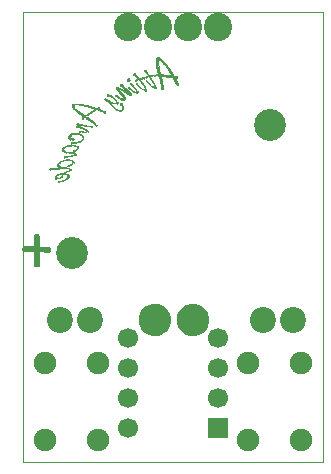
<source format=gbr>
G04 DipTrace 3.0.0.2*
G04 BottomMask.gbr*
%MOIN*%
G04 #@! TF.FileFunction,Soldermask,Bot*
G04 #@! TF.Part,Single*
%ADD13C,0.003937*%
%ADD16C,0.000013*%
%ADD19C,0.066929*%
%ADD27R,0.066929X0.066929*%
%ADD29C,0.094488*%
%ADD32C,0.074803*%
%ADD33C,0.086614*%
%ADD35C,0.106299*%
%FSLAX26Y26*%
G04*
G70*
G90*
G75*
G01*
G04 BotMask*
%LPD*%
D35*
X560012Y1090319D3*
D33*
X1295803Y868701D3*
D32*
X470803Y468701D3*
D19*
X745803Y806201D3*
D29*
Y1843701D3*
D33*
X520803Y868701D3*
D32*
X1145803Y468701D3*
X1322969Y468696D3*
Y724612D3*
X1145803Y724606D3*
X647969Y468696D3*
Y724612D3*
X470803Y724606D3*
D19*
X745803Y706201D3*
Y606201D3*
Y506201D3*
D27*
X1045803D3*
D19*
Y606201D3*
Y706201D3*
Y806201D3*
D33*
X620803Y868701D3*
X1195803D3*
D35*
X1220803Y1518701D3*
D29*
X845803Y1843701D3*
X945803D3*
X1045803D3*
G36*
X995646Y824404D2*
X1009304Y839096D1*
X1012859Y845605D1*
X1015478Y852579D1*
X1017099Y860018D1*
X1017661Y867736D1*
X1016538Y878615D1*
X1013420Y888751D1*
X1008431Y897957D1*
X1001820Y905954D1*
X993838Y912556D1*
X984670Y917484D1*
X974567Y920646D1*
X963654Y921762D1*
X959974Y921576D1*
X941328Y916926D1*
X934655Y913207D1*
X928543Y908650D1*
X923117Y903350D1*
X918503Y897306D1*
X914823Y890704D1*
X912017Y883451D1*
X910271Y875826D1*
X909709Y867736D1*
X910832Y856856D1*
X913950Y846814D1*
X918939Y837608D1*
X925487Y829611D1*
X933532Y823009D1*
X942700Y818081D1*
X952803Y814919D1*
X963654Y813803D1*
X972447Y814547D1*
X980804Y816593D1*
X988537Y819940D1*
X995646Y824404D1*
G37*
G36*
X399263Y1095369D2*
X403316Y1094439D1*
X434374Y1093509D1*
X434062Y1052130D1*
X434810Y1048038D1*
X436930Y1045156D1*
X439986Y1043389D1*
X443479Y1042831D1*
X447033Y1043389D1*
X450152Y1045156D1*
X452397Y1048038D1*
X453332Y1052130D1*
X453644Y1092951D1*
X482394Y1092021D1*
X486447Y1092765D1*
X489378Y1094811D1*
X491124Y1097880D1*
X491686Y1101413D1*
X491124Y1104947D1*
X489378Y1108108D1*
X486447Y1110340D1*
X482394Y1111363D1*
X453519Y1112200D1*
X452833Y1146698D1*
X451898Y1150789D1*
X449590Y1153672D1*
X446472Y1155439D1*
X442917Y1155997D1*
X439363Y1155439D1*
X436369Y1153672D1*
X434249Y1150789D1*
X433563Y1146698D1*
X434186Y1112758D1*
X403316Y1113688D1*
X399263Y1113037D1*
X396332Y1110898D1*
X394586Y1107922D1*
X394024Y1104389D1*
X394586Y1100762D1*
X396332Y1097694D1*
X399263Y1095369D1*
G37*
X403316Y1094439D2*
D16*
D3*
G36*
X829510Y814361D2*
X849965Y815570D1*
X858384Y818453D1*
X866179Y822637D1*
X873102Y828030D1*
X879026Y834446D1*
X883891Y841699D1*
X887570Y849789D1*
X889815Y858530D1*
X890626Y867736D1*
X889503Y878615D1*
X886385Y888751D1*
X881396Y897957D1*
X874786Y905954D1*
X866803Y912556D1*
X857636Y917484D1*
X847533Y920646D1*
X836619Y921762D1*
X825768Y920646D1*
X815603Y917484D1*
X806435Y912556D1*
X798453Y905954D1*
X791904Y897957D1*
X786915Y888751D1*
X783735Y878615D1*
X782675Y867736D1*
X783610Y857786D1*
X786229Y848394D1*
X790532Y839747D1*
X796145Y832122D1*
X803067Y825520D1*
X811050Y820312D1*
X819906Y816500D1*
X829510Y814361D1*
G37*
G36*
X801134Y1697090D2*
X813919Y1681283D1*
X809366Y1681004D1*
X808618Y1680911D1*
X807745Y1680632D1*
X806996Y1680353D1*
X806373Y1679888D1*
X806061Y1679702D1*
X805500Y1678958D1*
X805375Y1678586D1*
X805250Y1677656D1*
Y1677284D1*
X805562Y1676354D1*
X805687Y1676075D1*
X806560Y1675145D1*
X807121Y1674866D1*
X807994Y1674588D1*
X808244Y1674495D1*
X808743D1*
X815104Y1676354D1*
X817910Y1676726D1*
X828699Y1660825D1*
X833688Y1651713D1*
X834312Y1649760D1*
X834561Y1648179D1*
X834623Y1647528D1*
X834561Y1646691D1*
X834499Y1646412D1*
X833813Y1645575D1*
X833127Y1645482D1*
X832378D1*
X831692D1*
X830944Y1645668D1*
X830196Y1645947D1*
X829447Y1646319D1*
X828699Y1646784D1*
X823710Y1651248D1*
X809117Y1668543D1*
X808805Y1668822D1*
X807558Y1669101D1*
X807183D1*
X806248Y1668543D1*
X806123Y1668357D1*
X806061Y1667242D1*
X806248Y1666591D1*
X806560Y1665847D1*
X806996Y1665103D1*
X815603Y1654223D1*
X824583Y1645204D1*
X827701Y1642879D1*
X830570Y1641298D1*
X832004Y1640740D1*
X833314Y1640368D1*
X834499Y1640182D1*
X835559D1*
X836058D1*
X837118Y1640554D1*
X837617Y1640833D1*
X838428Y1641577D1*
X838802Y1641949D1*
X839425Y1642972D1*
X839675Y1643623D1*
X839862Y1644181D1*
X839987Y1644925D1*
X840049Y1646412D1*
X839862Y1648086D1*
X839363Y1650039D1*
X837555Y1654967D1*
X823835Y1678121D1*
X833875Y1680167D1*
X834561Y1680446D1*
X835122Y1680725D1*
X835372Y1680911D1*
X835995Y1681748D1*
X836058Y1682027D1*
X835995Y1683142D1*
X835933Y1683328D1*
X835309Y1684165D1*
X834873Y1684444D1*
X834125Y1684723D1*
X833501Y1684816D1*
X832503Y1684909D1*
X824458Y1682956D1*
X820592Y1682398D1*
X806996Y1699694D1*
X806497Y1700159D1*
X805811Y1700531D1*
X805500Y1700624D1*
X804377Y1700717D1*
X804065D1*
X803317Y1700531D1*
X802693Y1700252D1*
X801945Y1699787D1*
X801695Y1699508D1*
X801072Y1698578D1*
X801009Y1698299D1*
X801134Y1697090D1*
G37*
X808618Y1680911D2*
D16*
X807745Y1680632D1*
X806996Y1680353D2*
X806373Y1679888D1*
X806061Y1679702D2*
X805874Y1679423D1*
X805624Y1679237D1*
X805500Y1678958D1*
X805375Y1678586D2*
X805313Y1678307D1*
X805250Y1678028D1*
Y1677656D1*
Y1677284D2*
X805313Y1676912D1*
X805437Y1676633D1*
X805562Y1676354D1*
X805687Y1676075D2*
X805874Y1675796D1*
X806061Y1675610D1*
X806310Y1675331D1*
X806560Y1675145D1*
X807121Y1674866D2*
X807682Y1674681D1*
X807994Y1674588D1*
X808244Y1674495D2*
X808493D1*
X808743D1*
X834623Y1647528D2*
Y1646877D1*
X834561Y1646691D1*
X834499Y1646412D2*
X834436Y1646226D1*
X834374Y1646040D1*
X834249Y1645854D1*
X834125Y1645761D1*
X833937Y1645668D1*
X833813Y1645575D1*
X833127Y1645482D2*
X832378D1*
X831692D2*
X830944Y1645668D1*
X830196Y1645947D2*
X829447Y1646319D1*
X808805Y1668822D2*
X808618Y1668915D1*
X808244Y1669008D1*
X807932Y1669101D1*
X807558D1*
X807183D2*
X806872Y1669008D1*
X806622Y1668915D1*
X806435Y1668729D1*
X806248Y1668543D1*
X806123Y1668357D2*
X806061Y1668078D1*
X805999Y1667892D1*
Y1667613D1*
X806061Y1667242D1*
X806248Y1666591D2*
X806560Y1665847D1*
X834499Y1640182D2*
X835559D1*
X836058D2*
X836619Y1640368D1*
X837118Y1640554D1*
X837617Y1640833D2*
X838053Y1641205D1*
X838428Y1641577D1*
X838802Y1641949D2*
X839114Y1642414D1*
X839425Y1642972D1*
X839675Y1643623D2*
X839862Y1644181D1*
X834561Y1680446D2*
X835122Y1680725D1*
X835372Y1680911D2*
X835559Y1681097D1*
X835746Y1681376D1*
X835871Y1681562D1*
X835995Y1681748D1*
X836058Y1682027D2*
Y1682305D1*
X836120Y1682584D1*
X836058Y1682770D1*
X835995Y1683142D1*
X835933Y1683328D2*
X835871Y1683514D1*
X835746Y1683700D1*
X835621Y1683886D1*
X835497Y1683979D1*
X835309Y1684165D1*
X834873Y1684444D2*
X834623Y1684537D1*
X834125Y1684723D1*
X833501Y1684816D2*
X832503Y1684909D1*
X806497Y1700159D2*
X806186Y1700345D1*
X805811Y1700531D1*
X805500Y1700624D2*
X805125Y1700717D1*
X804751D1*
X804377D1*
X804065D2*
X803317Y1700531D1*
X802693Y1700252D2*
X802444Y1700159D1*
X802132Y1699973D1*
G36*
X800947Y1698020D2*
X801009Y1698299D1*
X801508Y1699322D1*
X801695Y1699508D1*
X802132Y1699973D1*
X801945Y1699787D1*
X801197Y1698857D1*
X801072Y1698578D1*
X801009Y1697276D1*
X801134Y1697090D1*
X800947Y1698020D1*
G37*
X801508Y1699322D2*
D16*
X801321Y1699043D1*
X801197Y1698857D1*
X800947Y1698020D2*
Y1697834D1*
Y1697555D1*
X801009Y1697276D1*
X813919Y1681283D2*
D3*
G36*
X765462Y1685560D2*
X769952Y1681283D1*
X779556Y1671054D1*
X775004Y1670310D1*
X774318Y1670124D1*
X773445Y1669845D1*
X772696Y1669380D1*
X772135Y1668915D1*
X771886Y1668729D1*
X771387Y1667892D1*
X771262Y1667613D1*
X771200Y1666591D1*
X771262Y1666219D1*
X771636Y1665289D1*
X771823Y1665010D1*
X772759Y1664266D1*
X773382Y1663987D1*
X774255Y1663801D1*
X774505Y1663708D1*
X775004Y1663801D1*
X781178Y1666126D1*
X783922Y1666777D1*
X796083Y1651899D1*
X801820Y1643158D1*
X802569Y1641391D1*
X803005Y1639810D1*
X803130Y1639159D1*
Y1638229D1*
Y1638043D1*
X802506Y1637207D1*
X801758Y1637021D1*
X801072Y1636928D1*
X800386D1*
X799637Y1637021D1*
X798889Y1637207D1*
X798078Y1637486D1*
X797330Y1637858D1*
X791904Y1641856D1*
X775877Y1657850D1*
X775565Y1658129D1*
X774318Y1658315D1*
X773944Y1658222D1*
X773071Y1657664D1*
X772946Y1657385D1*
Y1656269D1*
X773195Y1655618D1*
X773569Y1654967D1*
X774068Y1654223D1*
X783610Y1644181D1*
X793339Y1635905D1*
X796644Y1633859D1*
X799637Y1632557D1*
X801134Y1632185D1*
X802444Y1631906D1*
X803629Y1631813D1*
X804751Y1631906D1*
X805188Y1631999D1*
X806248Y1632464D1*
X806685Y1632743D1*
X807433Y1633487D1*
X807745Y1633952D1*
X808306Y1635068D1*
X808493Y1635626D1*
X808618Y1636277D1*
X808743Y1637021D1*
X808618Y1638508D1*
X808306Y1640182D1*
X807682Y1642135D1*
X805375Y1646784D1*
X789722Y1668636D1*
X799513Y1671612D1*
X800199Y1671891D1*
X800760Y1672263D1*
X800947Y1672542D1*
X801508Y1673379D1*
Y1673658D1*
X801446Y1674681D1*
X801321Y1674866D1*
X800635Y1675703D1*
X800199Y1675982D1*
X799388Y1676168D1*
X798764Y1676261D1*
X797767Y1676168D1*
X789909Y1673565D1*
X786105Y1672635D1*
X771075Y1688722D1*
X770514Y1689187D1*
X769828Y1689466D1*
X769453Y1689558D1*
X768393D1*
X768019Y1689466D1*
X767333Y1689280D1*
X766709Y1688908D1*
X766023Y1688350D1*
X765774Y1688071D1*
X765275Y1687048D1*
X765213Y1686862D1*
X765462Y1685560D1*
G37*
X774318Y1670124D2*
D16*
X773445Y1669845D1*
X772696Y1669380D2*
X772135Y1668915D1*
X771886Y1668729D2*
X771699Y1668450D1*
X771511Y1668171D1*
X771387Y1667892D1*
X771262Y1667613D2*
X771200Y1667242D1*
Y1666963D1*
Y1666591D1*
X771262Y1666219D2*
X771387Y1665847D1*
X771511Y1665568D1*
X771636Y1665289D1*
X771823Y1665010D2*
X772010Y1664824D1*
X772260Y1664638D1*
X772509Y1664359D1*
X772759Y1664266D1*
X773382Y1663987D2*
X773944Y1663801D1*
X774255D1*
X774505Y1663708D2*
X774754Y1663801D1*
X775004D1*
X803130Y1639159D2*
X803192Y1638508D1*
X803130Y1638229D1*
Y1638043D2*
X803067Y1637765D1*
X803005Y1637579D1*
X802880Y1637486D1*
X802756Y1637300D1*
X802631Y1637207D1*
X802506D1*
X801758Y1637021D2*
X801072Y1636928D1*
X800386D2*
X799637Y1637021D1*
X798889Y1637207D2*
X798078Y1637486D1*
X775565Y1658129D2*
X775316Y1658222D1*
X775004D1*
X774630Y1658315D1*
X774318D1*
X773944Y1658222D2*
X773632Y1658129D1*
X773382Y1657943D1*
X773195Y1657850D1*
X773071Y1657664D1*
X772946Y1657385D2*
X772883Y1657199D1*
Y1656920D1*
Y1656641D1*
X772946Y1656269D1*
X773195Y1655618D2*
X773569Y1654967D1*
X803629Y1631813D2*
X804751Y1631906D1*
X805188Y1631999D2*
X805749Y1632185D1*
X806248Y1632464D1*
X806685Y1632743D2*
X807059Y1633115D1*
X807433Y1633487D1*
X807745Y1633952D2*
X808057Y1634510D1*
X808306Y1635068D1*
X808493Y1635626D2*
X808618Y1636277D1*
X800199Y1671891D2*
X800760Y1672263D1*
X800947Y1672542D2*
X801134Y1672728D1*
X801259Y1672914D1*
X801384Y1673193D1*
X801508Y1673379D1*
Y1673658D2*
X801571Y1673937D1*
Y1674123D1*
X801508Y1674402D1*
X801446Y1674681D1*
X801321Y1674866D2*
X801259Y1675052D1*
X801134Y1675238D1*
X800947Y1675424D1*
X800822Y1675610D1*
X800635Y1675703D1*
X800199Y1675982D2*
X799949Y1676075D1*
X799388Y1676168D1*
X798764Y1676261D2*
X797767Y1676168D1*
X770514Y1689187D2*
X770139Y1689280D1*
X769828Y1689466D1*
X769453Y1689558D2*
X769142D1*
X768767D1*
X768393D1*
X768019Y1689466D2*
X767333Y1689280D1*
X766709Y1688908D2*
X766460Y1688722D1*
X766211Y1688536D1*
X766023Y1688350D1*
X765774Y1688071D2*
X765462Y1687606D1*
X765337Y1687327D1*
X765275Y1687048D1*
X765213Y1686862D2*
X765150Y1686583D1*
X765213Y1686304D1*
Y1686025D1*
X765275Y1685746D1*
X765462Y1685560D1*
X769952Y1681283D2*
D3*
X746379Y1664359D2*
X747439Y1663987D1*
X747938Y1663894D1*
X748437D1*
X748873D1*
X749310D1*
X749747Y1663987D1*
X750121Y1664173D1*
X750495Y1664266D1*
X750869Y1664545D1*
X751181Y1664731D1*
X751430Y1665010D1*
X751680Y1665289D1*
X751929Y1665568D1*
X752116Y1665940D1*
X752303Y1666312D1*
X752428Y1666684D1*
X752491Y1667056D1*
X752553Y1667427D1*
Y1667799D1*
Y1668264D1*
X752428Y1668636D1*
X751992Y1669938D1*
X751742Y1670403D1*
X751430Y1670775D1*
X751119Y1671147D1*
X750744Y1671519D1*
X750308Y1671891D1*
X749871Y1672170D1*
X749372Y1672356D1*
X748873Y1672542D1*
X748375Y1672728D1*
X747876Y1672821D1*
X747377D1*
X746878D1*
X746379Y1672728D1*
X745880Y1672635D1*
X745007Y1672263D1*
X744259Y1671798D1*
X743947Y1671519D1*
X743697Y1671240D1*
X743448Y1670961D1*
X743261Y1670682D1*
X743136Y1670403D1*
X743011Y1670031D1*
X742887Y1669659D1*
Y1669287D1*
Y1669008D1*
Y1668636D1*
X742949Y1668264D1*
X743198Y1667427D1*
X743510Y1666963D1*
X743760Y1666405D1*
X744134Y1666033D1*
X744508Y1665568D1*
X744882Y1665196D1*
X745319Y1664917D1*
X745818Y1664638D1*
X746379Y1664359D1*
G36*
X752740Y1656734D2*
X752553Y1655618D1*
Y1655339D1*
X752865Y1654316D1*
X752740Y1654502D1*
X752553Y1655618D1*
X752615Y1656176D1*
X752989Y1657292D1*
X753114Y1657571D1*
X752740Y1656734D1*
X752615Y1656176D1*
X752553Y1655339D1*
Y1655060D1*
X752865Y1654316D1*
X753177Y1653851D1*
X763716Y1643995D1*
X770638Y1635905D1*
X773133Y1632464D1*
X773819Y1631069D1*
X774068Y1630419D1*
X774255Y1629303D1*
X774193Y1628931D1*
X773320Y1628280D1*
X772759D1*
X772135Y1628466D1*
X768269Y1630233D1*
X751056Y1643623D1*
X750495Y1643902D1*
X749372Y1644367D1*
X748749Y1644553D1*
X747751D1*
X747564D1*
X746628Y1643995D1*
X746504Y1643809D1*
X746379Y1642600D1*
X746504Y1642228D1*
X746815Y1641391D1*
X747252Y1640647D1*
X747876Y1639717D1*
X750620Y1637021D1*
X759974Y1630233D1*
X768456Y1625676D1*
X771636Y1624467D1*
X773071Y1624188D1*
X774318Y1624002D1*
X775503Y1624095D1*
X776002D1*
X776999Y1624467D1*
X777748Y1624839D1*
X778371Y1625304D1*
X778870Y1625862D1*
X779182Y1626513D1*
X779432Y1627350D1*
X779556Y1628187D1*
X779494Y1629117D1*
X779369Y1630140D1*
X778683Y1632464D1*
X777436Y1635161D1*
X770638Y1645111D1*
X761034Y1655711D1*
X759101Y1657292D1*
X758166Y1657850D1*
X757293Y1658222D1*
X756419Y1658408D1*
X755609Y1658594D1*
X755235D1*
X754112Y1658408D1*
X753925Y1658222D1*
X754860Y1658501D1*
X755235Y1658594D1*
X756419Y1658408D1*
X755609Y1658594D1*
X754860Y1658501D1*
X754486D1*
X753488Y1657943D1*
X753301Y1657757D1*
X752740Y1656734D1*
G37*
X752553Y1655060D2*
D16*
X752615Y1654874D1*
X752740Y1654502D1*
X774068Y1630419D2*
X774193Y1629861D1*
X774255Y1629303D1*
X774193Y1628931D2*
X774006Y1628559D1*
X773694Y1628373D1*
X773320Y1628280D1*
X772759D2*
X772135Y1628466D1*
X750495Y1643902D2*
X749934Y1644181D1*
X749372Y1644367D1*
X748749Y1644553D2*
X748250Y1644646D1*
X747751Y1644553D1*
X747564D2*
X747314D1*
X747065Y1644367D1*
X746815Y1644181D1*
X746628Y1643995D1*
X746504Y1643809D2*
X746379Y1643530D1*
Y1643251D1*
Y1642879D1*
Y1642600D1*
X746504Y1642228D2*
X746815Y1641391D1*
X747252Y1640647D2*
X747876Y1639717D1*
X774318Y1624002D2*
X775503Y1624095D1*
X776002D2*
X776563Y1624281D1*
X776999Y1624467D1*
X777748Y1624839D2*
X778371Y1625304D1*
X778870Y1625862D2*
X779182Y1626513D1*
X779432Y1627350D2*
X779556Y1628187D1*
X779494Y1629117D2*
X779369Y1630140D1*
X758166Y1657850D2*
X757293Y1658222D1*
X754486Y1658501D2*
X754112Y1658408D1*
X753925Y1658222D2*
X753675Y1658129D1*
X753488Y1657943D1*
X753301Y1657757D2*
X753114Y1657571D1*
X752989Y1657292D2*
X752865Y1657013D1*
X752740Y1656734D1*
X727545Y1605684D2*
X726048Y1606056D1*
X724614Y1606614D1*
X720685Y1608938D1*
X710457Y1617121D1*
X709023Y1618051D1*
X708337Y1618237D1*
X707713Y1618423D1*
X707090Y1618516D1*
X706778D1*
X706466Y1618423D1*
X705905Y1618330D1*
X705344Y1618051D1*
X705032Y1617865D1*
X704845Y1617586D1*
X704658Y1617400D1*
X704533Y1617121D1*
X704471Y1616935D1*
Y1616656D1*
Y1616284D1*
X704533Y1616005D1*
X704595Y1615727D1*
X704720Y1615355D1*
X704907Y1614983D1*
X705468Y1614332D1*
X706154Y1613588D1*
X710832Y1609961D1*
X716694Y1606056D1*
X722494Y1603080D1*
X724988Y1602150D1*
X727233Y1601592D1*
X728917Y1601313D1*
X730102D1*
X731162Y1601499D1*
X732098Y1601685D1*
X732971Y1602057D1*
X733719Y1602522D1*
X734343Y1603173D1*
X734966Y1603824D1*
X735590Y1604847D1*
X735902Y1605591D1*
X736089Y1606242D1*
X736276Y1606986D1*
X736338Y1607637D1*
X736276Y1608380D1*
X736214Y1609217D1*
X736027Y1609961D1*
X735465Y1611728D1*
X732908Y1616284D1*
X726734Y1624467D1*
X717255Y1634603D1*
X716631Y1635347D1*
X716507Y1635626D1*
X716444Y1635719D1*
X716382Y1635905D1*
Y1635998D1*
Y1636091D1*
Y1636184D1*
Y1636277D1*
X716444Y1636370D1*
X716507Y1636463D1*
X716569Y1636556D1*
X716694D1*
X716756Y1636649D1*
X716881D1*
X717006D1*
X717255D1*
X717567D1*
X719500Y1636091D1*
X731973Y1630419D1*
X751368Y1618237D1*
X752241Y1617865D1*
X753052Y1617493D1*
X753863Y1617307D1*
X754549Y1617214D1*
X754860D1*
X755172Y1617307D1*
X755484D1*
X755796Y1617400D1*
X756045Y1617586D1*
X756232Y1617679D1*
X756419Y1617865D1*
X756544Y1618051D1*
X756669Y1618237D1*
X756731Y1618516D1*
X756794Y1618795D1*
Y1619167D1*
X756731Y1619818D1*
X756544Y1620562D1*
X756295Y1621399D1*
X755484Y1623165D1*
X752553Y1627164D1*
X731474Y1648272D1*
X729229Y1651527D1*
X727483Y1653386D1*
X726797Y1653944D1*
X725986Y1654316D1*
X725051Y1654595D1*
X724177Y1654688D1*
X723304D1*
X722431Y1654595D1*
X721683Y1654316D1*
X721246Y1654037D1*
X720872Y1653758D1*
X720623Y1653386D1*
X720373Y1653014D1*
X720249Y1652642D1*
X720186Y1652271D1*
X720124Y1651806D1*
X720186Y1651341D1*
X720311Y1650876D1*
X720498Y1650318D1*
X720747Y1649853D1*
X721496Y1648737D1*
X722494Y1647714D1*
X737648Y1634882D1*
X742824Y1629396D1*
X725425Y1638136D1*
X712765Y1643158D1*
X711954Y1643344D1*
G36*
X707152Y1639810D2*
Y1640368D1*
X707526Y1641391D1*
X707776Y1641763D1*
X708649Y1642600D1*
X709210Y1642972D1*
X710208Y1643344D1*
X710769Y1643437D1*
X711954Y1643344D1*
X711331Y1643437D1*
X710208Y1643344D1*
X709709Y1643158D1*
X708649Y1642600D1*
X708212Y1642228D1*
X707526Y1641391D1*
X707277Y1640926D1*
X707152Y1639810D1*
X707215Y1639252D1*
X707152Y1639810D1*
G37*
X711331Y1643437D2*
D16*
X710769D1*
X709709Y1643158D2*
X709210Y1642972D1*
X708212Y1642228D2*
X707776Y1641763D1*
X707277Y1640926D2*
X707152Y1640368D1*
X707215Y1639252D2*
X707339Y1638694D1*
X707526Y1638043D1*
X708275Y1636649D1*
X709335Y1635068D1*
X727420Y1613774D1*
X729104Y1611077D1*
X730164Y1608845D1*
X730414Y1608009D1*
X730476Y1607637D1*
Y1607265D1*
Y1606986D1*
X730351Y1606707D1*
X730227Y1606428D1*
X730040Y1606149D1*
X729853Y1605963D1*
X729416Y1605684D1*
X729229Y1605591D1*
X728979D1*
X728792Y1605498D1*
X728231Y1605591D1*
X727545Y1605684D1*
G36*
X705905Y1591364D2*
X705219Y1591178D1*
X703972Y1591085D1*
X702038Y1591364D1*
X692933Y1594339D1*
X682394Y1599268D1*
X671418Y1606614D1*
X670981Y1606800D1*
X670295Y1606614D1*
X669734Y1606242D1*
X669173Y1605777D1*
X668923Y1605591D1*
X668362Y1604661D1*
X668300Y1604382D1*
X668424Y1603545D1*
X668611Y1602894D1*
X669235Y1601778D1*
X669547Y1601313D1*
X670482Y1600384D1*
X675222Y1597036D1*
X709584Y1565234D1*
X713700Y1563375D1*
X716008Y1562631D1*
X718191Y1562166D1*
X720249Y1561887D1*
X722182Y1561980D1*
X724053Y1562166D1*
X725737Y1562631D1*
X727358Y1563282D1*
X728855Y1564211D1*
X729915Y1565141D1*
X730850Y1566071D1*
X731661Y1567187D1*
X732285Y1568489D1*
X732721Y1569791D1*
X733033Y1571186D1*
X733220Y1572766D1*
Y1574347D1*
X732784Y1577788D1*
X731723Y1581228D1*
X730102Y1584762D1*
X727857Y1588388D1*
X727046Y1589318D1*
X726235Y1590062D1*
X725425Y1590713D1*
X724988Y1590899D1*
X724614Y1591085D1*
X723429Y1591364D1*
X723055Y1591271D1*
X722057Y1590899D1*
X721371Y1590341D1*
X720997Y1589969D1*
X720747Y1589597D1*
X720436Y1588760D1*
Y1588295D1*
X720685Y1587272D1*
X720872Y1586807D1*
X721496Y1585878D1*
X721870Y1585599D1*
X722868Y1585041D1*
X723429Y1584855D1*
X724115Y1584669D1*
X725861Y1582716D1*
X726610Y1581693D1*
X727171Y1580577D1*
X727670Y1579368D1*
X728106Y1578253D1*
X728356Y1577044D1*
X728543Y1574533D1*
X728481Y1573324D1*
X728293Y1572301D1*
X728044Y1571279D1*
X727670Y1570442D1*
X727171Y1569698D1*
X726547Y1569047D1*
X725861Y1568396D1*
X724427Y1567652D1*
X722805Y1567187D1*
X720997Y1567094D1*
X719001Y1567280D1*
X716819Y1567931D1*
X714511Y1568768D1*
X709210Y1571650D1*
X703847Y1575370D1*
X698920Y1579740D1*
X694492Y1584483D1*
X690439Y1589783D1*
X699294Y1587086D1*
X703036Y1586528D1*
X706217Y1586435D1*
X707651Y1586621D1*
X708961Y1586993D1*
X710146Y1587458D1*
X711206Y1588109D1*
X711705Y1588481D1*
X712453Y1589411D1*
X712703Y1589969D1*
X713077Y1591178D1*
X713139Y1591922D1*
Y1592666D1*
X713077Y1593410D1*
X712703Y1594990D1*
X712017Y1596664D1*
X711081Y1598338D1*
X708898Y1601313D1*
X705281Y1605312D1*
X700978Y1609310D1*
X690563Y1616563D1*
X685824Y1618981D1*
X683766Y1619725D1*
X681957Y1620097D1*
X680398Y1620190D1*
X679026Y1619911D1*
X677841Y1619353D1*
X677405Y1618888D1*
X677031Y1618423D1*
X676719Y1617679D1*
X676656Y1617400D1*
X676719Y1616284D1*
X676781Y1616005D1*
X677218Y1615262D1*
X677529Y1614890D1*
X678403Y1614332D1*
X679650Y1613774D1*
X685450Y1612379D1*
X687383Y1611635D1*
X691249Y1609496D1*
X700043Y1602987D1*
X703410Y1599733D1*
X705531Y1597036D1*
X706591Y1595176D1*
X706903Y1594246D1*
X707152Y1593503D1*
Y1593131D1*
X707027Y1592015D1*
X706903Y1591922D1*
X705905Y1591364D1*
G37*
X670981Y1606800D2*
D16*
X670794Y1606893D1*
X670295Y1606614D1*
X669734Y1606242D2*
X669173Y1605777D1*
X668923Y1605591D2*
X668736Y1605312D1*
X668611Y1605126D1*
X668487Y1604847D1*
X668362Y1604661D1*
X668300Y1604382D2*
Y1604103D1*
X668362Y1603824D1*
X668424Y1603545D1*
X668611Y1602894D2*
X669235Y1601778D1*
X727046Y1589318D2*
X726235Y1590062D1*
X725425Y1590713D2*
X724988Y1590899D1*
X724614Y1591085D2*
X724177Y1591178D1*
X723803Y1591271D1*
X723429Y1591364D1*
X723055Y1591271D2*
X722743D1*
X722431Y1591085D1*
X722057Y1590899D1*
X721371Y1590341D2*
X720997Y1589969D1*
X720747Y1589597D2*
X720560Y1589225D1*
X720436Y1588760D1*
Y1588295D2*
X720498Y1587830D1*
X720685Y1587272D1*
X720872Y1586807D2*
X721184Y1586342D1*
X721496Y1585878D1*
X721870Y1585599D2*
X722369Y1585320D1*
X722868Y1585041D1*
X723429Y1584855D2*
X724115Y1584669D1*
X726610Y1581693D2*
X727171Y1580577D1*
X727670Y1579368D2*
X728106Y1578253D1*
X728481Y1573324D2*
X728293Y1572301D1*
X728044Y1571279D2*
X727670Y1570442D1*
X727171Y1569698D2*
X726547Y1569047D1*
X710146Y1587458D2*
X711206Y1588109D1*
X711705Y1588481D2*
X712141Y1588946D1*
X712453Y1589411D1*
X712703Y1589969D2*
X712952Y1590527D1*
X713077Y1591178D1*
X713139Y1591922D2*
Y1592666D1*
X677841Y1619353D2*
X677405Y1618888D1*
X677031Y1618423D2*
X676906Y1618144D1*
X676781Y1617958D1*
X676719Y1617679D1*
X676656Y1617400D2*
Y1617121D1*
Y1616842D1*
Y1616563D1*
X676719Y1616284D1*
X676781Y1616005D2*
X676906Y1615727D1*
X677218Y1615262D1*
X677529Y1614890D2*
X677904Y1614611D1*
X678403Y1614332D1*
X706903Y1594246D2*
X707152Y1593503D1*
Y1593131D2*
X707215Y1592759D1*
X707152Y1592480D1*
X707090Y1592294D1*
X707027Y1592015D1*
X706903Y1591922D2*
X706778Y1591736D1*
X706529Y1591550D1*
X706217Y1591457D1*
X705905Y1591364D1*
X705219Y1591178D2*
X704408Y1591085D1*
X703972D1*
G36*
X586728Y1516137D2*
X609927Y1510279D1*
X616039Y1509535D1*
X621153Y1509721D1*
X622899Y1510000D1*
X623647Y1510279D1*
X624333Y1510465D1*
X624895Y1510837D1*
X625768Y1511581D1*
X626017Y1512046D1*
X626329Y1512975D1*
X626391Y1513347D1*
X626017Y1514463D1*
X625705Y1514835D1*
X625269Y1515114D1*
X615540Y1514928D1*
X607495Y1515858D1*
X588412Y1520879D1*
X581365Y1523669D1*
X580242Y1524041D1*
X579244Y1524134D1*
X578808D1*
X577560Y1523855D1*
X577186Y1523762D1*
X576251Y1522925D1*
X576001Y1522646D1*
X575565Y1521809D1*
X575440Y1521437D1*
X575378Y1520228D1*
X575440Y1519764D1*
X575814Y1519020D1*
X576126Y1518648D1*
X576438Y1518276D1*
X577186Y1517532D1*
X578184Y1516881D1*
X578808Y1516602D1*
X577124Y1515765D1*
X576687Y1515579D1*
X576001Y1514928D1*
X575690Y1514556D1*
X575253Y1513812D1*
X575128Y1513440D1*
X575066Y1512325D1*
X575191Y1512046D1*
X575814Y1511116D1*
X576126Y1510837D1*
X576500Y1510558D1*
X577373Y1510093D1*
X599325Y1502375D1*
X603130Y1500422D1*
X605437Y1498934D1*
X606185Y1498283D1*
X606497Y1498004D1*
X606684Y1497633D1*
X606871Y1496424D1*
X606747Y1496145D1*
X606061Y1495494D1*
X605687Y1495308D1*
X605250Y1495215D1*
X604190Y1495029D1*
X603005D1*
X586977Y1498562D1*
X586416D1*
X585356Y1498469D1*
X584919Y1498283D1*
X584171Y1497633D1*
X584046Y1497447D1*
X583984Y1496331D1*
X584171Y1495959D1*
X584982Y1495122D1*
X585855Y1494564D1*
X586915Y1494099D1*
X588287Y1493634D1*
X599887Y1491402D1*
X603317Y1491030D1*
X606435Y1491216D1*
X608056Y1491495D1*
X609615Y1492053D1*
X610925Y1492611D1*
X611486Y1492983D1*
X612359Y1493820D1*
X612671Y1494378D1*
X613108Y1495401D1*
X613170Y1495959D1*
X613108Y1497261D1*
X612983Y1498004D1*
X612422Y1499492D1*
X611985Y1500236D1*
X611424Y1500980D1*
X610738Y1501724D1*
X609054Y1503212D1*
X606871Y1504607D1*
X600822Y1507489D1*
X585980Y1512789D1*
X586291Y1513161D1*
X586790Y1513998D1*
X586915Y1514463D1*
Y1515672D1*
X586728Y1516137D1*
G37*
X623647Y1510279D2*
D16*
X624333Y1510465D1*
X624895Y1510837D2*
X625331Y1511209D1*
X625768Y1511581D1*
X626017Y1512046D2*
X626204Y1512510D1*
X626329Y1512975D1*
X626391Y1513347D2*
X626329Y1513719D1*
X626204Y1514091D1*
X626017Y1514463D1*
X625705Y1514835D2*
X625331Y1515114D1*
X625269D1*
X580242Y1524041D2*
X579244Y1524134D1*
X578808D2*
X578371D1*
X577935Y1524041D1*
X577560Y1523855D1*
X577186Y1523762D2*
X576874Y1523483D1*
X576563Y1523297D1*
X576251Y1522925D1*
X576001Y1522646D2*
X575752Y1522181D1*
X575565Y1521809D1*
X575440Y1521437D2*
X575315Y1521065D1*
Y1520600D1*
X575378Y1520228D1*
X575440Y1519764D2*
X575627Y1519392D1*
X575814Y1519020D1*
X576126Y1518648D2*
X576438Y1518276D1*
X577186Y1517532D2*
X578184Y1516881D1*
G36*
X575066Y1512325D2*
Y1512696D1*
X575253Y1513812D1*
X575440Y1514184D1*
X576001Y1514928D1*
X576313Y1515207D1*
X576687Y1515579D1*
X576313Y1515207D1*
X575690Y1514556D1*
X575440Y1514184D1*
X575066Y1513068D1*
Y1512696D1*
X575378Y1511674D1*
X575565Y1511395D1*
X575066Y1512325D1*
G37*
X575128Y1513440D2*
D16*
X575066Y1513068D1*
X575191Y1512046D2*
X575378Y1511674D1*
X575565Y1511395D2*
X575814Y1511116D1*
X576126Y1510837D2*
X576500Y1510558D1*
G36*
X606560Y1495866D2*
X606747Y1496145D1*
X606809Y1497354D1*
X606684Y1497633D1*
X606185Y1498283D1*
X606497Y1498004D1*
X606871Y1497075D1*
X606934Y1496796D1*
X606435Y1495773D1*
X606373Y1495680D1*
X606560Y1495866D1*
G37*
X606809Y1497354D2*
D16*
X606871Y1497075D1*
X606934Y1496796D2*
X606871Y1496424D1*
X606560Y1495866D2*
X606435Y1495773D1*
X606185Y1495587D1*
X606061Y1495494D1*
X605687Y1495308D2*
X605250Y1495215D1*
X604190Y1495029D2*
X603005D1*
X586416Y1498562D2*
X585855D1*
X585356Y1498469D1*
X584919Y1498283D2*
X584545Y1498004D1*
X584171Y1497633D1*
X584046Y1497447D2*
X583922Y1497168D1*
Y1496889D1*
Y1496610D1*
X583984Y1496331D1*
X584171Y1495959D2*
X584358Y1495680D1*
X584670Y1495401D1*
X584982Y1495122D1*
X585855Y1494564D2*
X586915Y1494099D1*
G36*
X613108Y1495401D2*
X612921Y1494843D1*
X612359Y1493820D1*
X611985Y1493448D1*
X611486Y1492983D1*
X611985Y1493448D1*
X612671Y1494378D1*
X612921Y1494843D1*
X613170Y1495959D1*
Y1496610D1*
X613108Y1495401D1*
G37*
D16*
Y1497261D1*
X611985Y1500236D2*
X611424Y1500980D1*
X586291Y1513161D2*
X586603Y1513626D1*
X586790Y1513998D1*
X586915Y1514463D2*
X586977Y1514649D1*
Y1514835D1*
Y1515021D1*
Y1515207D1*
X586915Y1515672D1*
X609927Y1510279D2*
D3*
G36*
X583610Y1463041D2*
X575565Y1461088D1*
X556419Y1459229D1*
X555920D1*
X556419D1*
X556045D1*
X555733Y1458020D1*
X555796Y1457834D1*
X556357Y1456904D1*
X556669Y1456532D1*
X557168Y1456160D1*
X557854Y1455788D1*
X558602Y1455509D1*
X560598Y1455137D1*
X565961Y1454858D1*
X571636Y1455137D1*
X577062Y1455974D1*
X582175Y1457276D1*
X587040Y1459043D1*
X591343Y1461181D1*
X594960Y1463599D1*
X596457Y1464994D1*
X597829Y1466296D1*
X598951Y1467784D1*
X599949Y1469271D1*
X600697Y1470852D1*
X601259Y1472433D1*
X601570Y1474014D1*
X601633Y1475501D1*
X601508Y1476989D1*
X601134Y1478477D1*
X600573Y1479965D1*
X599762Y1481360D1*
X598702Y1482755D1*
X597454Y1483963D1*
X596020Y1485172D1*
X594336Y1486288D1*
X590407Y1488148D1*
X585605Y1489636D1*
X580304Y1490658D1*
X574941Y1491216D1*
X569516D1*
X564090Y1490565D1*
X559101Y1489450D1*
X556980Y1488613D1*
X555047Y1487683D1*
X553301Y1486567D1*
X551867Y1485358D1*
X550619Y1483963D1*
X549559Y1482476D1*
X549060Y1481453D1*
X548686Y1480430D1*
X548437Y1479314D1*
X548312Y1478291D1*
Y1477175D1*
X548437Y1476152D1*
X548686Y1475037D1*
X549060Y1473921D1*
X549559Y1472805D1*
X550183Y1471782D1*
X550869Y1470852D1*
X551680Y1469922D1*
X552615Y1469085D1*
X554735Y1467598D1*
X555920Y1466947D1*
X565774Y1465738D1*
X567395Y1465831D1*
X568580Y1466017D1*
X569079Y1466203D1*
X569516Y1466482D1*
X570202Y1466947D1*
X570513Y1467319D1*
X571075Y1468248D1*
X571199Y1468527D1*
X571262Y1469736D1*
X571199Y1470015D1*
X570638Y1471038D1*
X570389Y1471317D1*
X569890Y1471689D1*
X568642Y1472340D1*
X558540Y1473642D1*
X557355Y1474107D1*
X556294Y1474758D1*
X555484Y1475409D1*
X555110Y1475873D1*
X554735Y1476245D1*
X554299Y1477175D1*
X554174Y1477640D1*
Y1478570D1*
X554236Y1479035D1*
X554673Y1479965D1*
X555359Y1480895D1*
X556294Y1481639D1*
X557479Y1482383D1*
X558976Y1483033D1*
X562593Y1484149D1*
X572322Y1485265D1*
X577062Y1485358D1*
X581427Y1484893D1*
X585543Y1484149D1*
X588786Y1483219D1*
X591530Y1482011D1*
X592715Y1481360D1*
X593775Y1480616D1*
X594648Y1479779D1*
X595396Y1478942D1*
X596020Y1478105D1*
X596519Y1477268D1*
X596831Y1476338D1*
X596956Y1475409D1*
X597018Y1474572D1*
X596831Y1473642D1*
X596519Y1472712D1*
X596082Y1471782D1*
X595396Y1470666D1*
X594586Y1469736D1*
X592590Y1467784D1*
X590096Y1466017D1*
X587040Y1464436D1*
X583610Y1463041D1*
G37*
X555920Y1459229D2*
D16*
X556045D1*
Y1459322D1*
X556107Y1459415D1*
X555920Y1459229D1*
X549559Y1482476D2*
X549060Y1481453D1*
X548686Y1480430D2*
X548437Y1479314D1*
X548312Y1478291D2*
Y1477175D1*
X548437Y1476152D2*
X548686Y1475037D1*
X549060Y1473921D2*
X549559Y1472805D1*
X550183Y1471782D2*
X550869Y1470852D1*
X551680Y1469922D2*
X552615Y1469085D1*
G36*
X571075Y1470294D2*
X571199Y1470015D1*
X571262Y1468806D1*
X571199Y1468527D1*
X570950Y1467970D1*
X570513Y1467319D1*
X569890Y1466668D1*
X569516Y1466482D1*
X568580Y1466017D1*
X569079Y1466203D1*
X569890Y1466668D1*
X570202Y1466947D1*
X570950Y1467970D1*
X571075Y1468248D1*
X571324Y1469457D1*
X571262Y1469736D1*
X570825Y1470852D1*
X570638Y1471038D1*
X571075Y1470294D1*
G37*
G36*
X570825Y1470852D2*
X570950Y1470573D1*
X571324Y1469457D1*
Y1469085D1*
X571262Y1468806D1*
X571324Y1469085D1*
X571075Y1470294D1*
X570950Y1470573D1*
X570389Y1471317D1*
X569890Y1471689D1*
X570825Y1470852D1*
G37*
X557355Y1474107D2*
D16*
X556294Y1474758D1*
X555484Y1475409D2*
X555110Y1475873D1*
X554735Y1476245D2*
X554486Y1476710D1*
X554299Y1477175D1*
X554174Y1477640D2*
X554112Y1478012D1*
X554174Y1478570D1*
X554236Y1479035D2*
X554424Y1479500D1*
X554673Y1479965D1*
X555359Y1480895D2*
X556294Y1481639D1*
X593775Y1480616D2*
X594648Y1479779D1*
X595396Y1478942D2*
X596020Y1478105D1*
X596519Y1477268D2*
X596831Y1476338D1*
X596956Y1475409D2*
X597018Y1474572D1*
X596831Y1473642D2*
X596519Y1472712D1*
X596082Y1471782D2*
X595396Y1470666D1*
X556045Y1459229D2*
X555858Y1458764D1*
X555796Y1458578D1*
X555733Y1458392D1*
Y1458206D1*
Y1458020D1*
X555796Y1457834D2*
X555858Y1457648D1*
X555920Y1457462D1*
X556045Y1457276D1*
X556357Y1456904D1*
X556669Y1456532D2*
X557168Y1456160D1*
X557854Y1455788D2*
X558602Y1455509D1*
G36*
X671293Y1561980D2*
X671355Y1561794D1*
X671106Y1562352D1*
X671168Y1562166D1*
X671418Y1561329D1*
Y1560771D1*
Y1561329D1*
X671355Y1561794D1*
X670857Y1562631D1*
X670108Y1563282D1*
X667738Y1564490D1*
X649279Y1570907D1*
X650526Y1571650D1*
X651025Y1572022D1*
X651836Y1572859D1*
X652210Y1573324D1*
X652646Y1574347D1*
X652771Y1574812D1*
X652833Y1575835D1*
X652771Y1576300D1*
X652397Y1577044D1*
X652147Y1577509D1*
X651524Y1578067D1*
X651274Y1578160D1*
X650651Y1578346D1*
X642107Y1573975D1*
X612359Y1582995D1*
X587601Y1587830D1*
X577498Y1588667D1*
X569578Y1588574D1*
X566460Y1588109D1*
X563840Y1587365D1*
X561782Y1586342D1*
X560223Y1585134D1*
X559662Y1584390D1*
X559226Y1583646D1*
X558976Y1582716D1*
X558851Y1581879D1*
Y1580856D1*
X559101Y1579833D1*
X559413Y1578718D1*
X560598Y1576393D1*
X562281Y1573789D1*
X567395Y1567931D1*
X577186Y1559376D1*
X597454Y1544591D1*
X595771Y1543754D1*
X593463Y1541244D1*
X593401Y1541058D1*
X593276Y1540035D1*
Y1539756D1*
X594024Y1538640D1*
X594399Y1538454D1*
X595334Y1538082D1*
X595833Y1537989D1*
X596956Y1538082D1*
X597517D1*
X598826Y1538454D1*
X600198Y1539105D1*
X601695Y1540035D1*
X603254Y1541151D1*
X632441Y1519856D1*
X637741Y1514649D1*
X638303Y1514091D1*
X638864Y1513812D1*
X639176Y1513626D1*
X640423D1*
X640610Y1513719D1*
X641546Y1514277D1*
X641733Y1514463D1*
X642294Y1515300D1*
X642481Y1515765D1*
X642606Y1516788D1*
Y1517346D1*
X642481Y1517997D1*
X642107Y1519299D1*
X641483Y1520600D1*
X640610Y1521809D1*
X639488Y1523111D1*
X612235Y1542452D1*
X603566Y1547009D1*
X602381Y1549148D1*
X572260Y1571279D1*
X569204Y1574533D1*
X568081Y1575928D1*
X567270Y1577323D1*
X566772Y1578532D1*
X566584Y1579089D1*
X566522Y1580019D1*
X566584Y1580484D1*
X567021Y1581135D1*
X568206Y1581972D1*
X570014Y1582530D1*
X572384Y1582809D1*
X579120Y1582716D1*
X599450Y1579647D1*
X635995Y1569326D1*
X618783Y1558353D1*
X605874Y1549891D1*
X606248Y1549241D1*
X611611Y1546451D1*
X643604Y1566908D1*
X665743Y1558074D1*
X666928Y1557795D1*
X667427D1*
X667863D1*
X669110Y1558074D1*
X669485Y1558260D1*
X670233Y1558725D1*
X670919Y1559376D1*
X671168Y1559655D1*
X671231Y1559841D1*
X670919Y1559376D1*
X671044Y1559469D1*
X671355Y1560306D1*
X671418Y1560771D1*
X671293Y1561980D1*
G37*
D16*
X671168Y1562166D1*
X671106Y1562352D2*
X670981Y1562538D1*
X670857Y1562631D1*
G36*
X651524Y1578067D2*
X651711Y1577881D1*
X652397Y1577044D1*
X652584Y1576672D1*
X652833Y1575835D1*
Y1575370D1*
X652646Y1574347D1*
X652459Y1573789D1*
X651836Y1572859D1*
X651461Y1572394D1*
X651025Y1572022D1*
X651461Y1572394D1*
X652210Y1573324D1*
X652459Y1573789D1*
X652771Y1574812D1*
X652833Y1575370D1*
X652771Y1576300D1*
X652584Y1576672D1*
X652147Y1577509D1*
X651711Y1577881D1*
X650900Y1578346D1*
X650651D1*
X651524Y1578067D1*
G37*
X651274Y1578160D2*
D16*
X650900Y1578346D1*
X559662Y1584390D2*
X559226Y1583646D1*
X558976Y1582716D2*
X558851Y1581879D1*
Y1580856D2*
X559101Y1579833D1*
X593401Y1541058D2*
X593338Y1540779D1*
X593276Y1540407D1*
Y1540035D1*
Y1539756D2*
X593401Y1539384D1*
Y1539291D1*
X593463Y1539198D1*
X593588Y1539105D1*
X593650Y1539012D1*
X594024Y1538640D1*
X594399Y1538454D2*
X594835Y1538268D1*
X595334Y1538082D1*
X595833Y1537989D2*
X596394D1*
X596956Y1538082D1*
G36*
X642606Y1516230D2*
X642481Y1515765D1*
X642045Y1514928D1*
X641733Y1514463D1*
X640860Y1513812D1*
X640610Y1513719D1*
X639425Y1513626D1*
X639176D1*
X638303Y1514091D1*
X638864Y1513812D1*
X639675Y1513533D1*
X639924D1*
X641109Y1513998D1*
X641546Y1514277D1*
X642045Y1514928D1*
X642294Y1515300D1*
X642606Y1516230D1*
Y1516788D1*
Y1516230D1*
G37*
X639425Y1513626D2*
D16*
X639675Y1513533D1*
X639924D2*
X640174D1*
X640423Y1513626D1*
X640860Y1513812D2*
X641109Y1513998D1*
X642606Y1517346D2*
X642481Y1517997D1*
X566584Y1579089D2*
X566522Y1579554D1*
Y1580019D1*
X566584Y1580484D2*
X566772Y1580763D1*
X567021Y1581135D1*
X666928Y1557795D2*
X667427D1*
X667863D2*
X668300Y1557888D1*
X668736Y1557981D1*
X669110Y1558074D1*
X669485Y1558260D2*
X669859Y1558446D1*
X670233Y1558725D1*
X671044Y1559469D2*
X671168Y1559655D1*
X671231Y1559841D2*
X671293Y1560120D1*
X671355Y1560306D1*
G36*
X581552Y1440538D2*
Y1441654D1*
X581427Y1442677D1*
X581115Y1443607D1*
X580616Y1444537D1*
X579930Y1445467D1*
X579057Y1446303D1*
X578059Y1447140D1*
X576874Y1447791D1*
X574255Y1449000D1*
X571137Y1449930D1*
X563778Y1450767D1*
X555796Y1450674D1*
X547189Y1449465D1*
X539207Y1447326D1*
X534031Y1445095D1*
X532596Y1444258D1*
X531287Y1443328D1*
X530164Y1442398D1*
X529166Y1441375D1*
X528356Y1440259D1*
X527607Y1439050D1*
X526984Y1437749D1*
X526672Y1436912D1*
X526485Y1436075D1*
X526422Y1435238D1*
Y1434401D1*
X526485Y1433564D1*
X526734Y1432634D1*
X527046Y1431797D1*
X527420Y1430961D1*
X527919Y1430124D1*
X528543Y1429287D1*
X529291Y1428543D1*
X531100Y1427148D1*
X533407Y1425846D1*
X541390Y1422592D1*
X541514D1*
X541577D1*
X560410Y1422406D1*
X562344Y1422034D1*
X563279Y1421662D1*
X566086Y1420453D1*
X566335Y1420267D1*
X566273Y1419244D1*
X565649Y1418686D1*
X563342Y1417477D1*
X560410Y1416362D1*
X552366Y1414409D1*
X535216Y1412456D1*
X534530Y1412363D1*
X533968Y1412177D1*
X533469Y1411898D1*
X532908Y1411340D1*
X532783Y1411154D1*
X532409Y1410038D1*
Y1409759D1*
X532970Y1408644D1*
X533095Y1408551D1*
X533719Y1408179D1*
X534405Y1408086D1*
X536463Y1407900D1*
X552428Y1409852D1*
X559724Y1411433D1*
X564464Y1412921D1*
X567956Y1414502D1*
X569391Y1415432D1*
X570513Y1416362D1*
X571449Y1417291D1*
X571761Y1417756D1*
X572010Y1418221D1*
X572384Y1419430D1*
X572447Y1420174D1*
Y1420825D1*
X572260Y1421476D1*
X572072Y1422127D1*
X571761Y1422685D1*
X571324Y1423336D1*
X570825Y1423893D1*
X570202Y1424451D1*
X569516Y1424916D1*
X568767Y1425288D1*
X567956Y1425660D1*
X566959Y1425939D1*
X565524Y1426218D1*
X563965Y1426497D1*
X564152Y1426590D1*
X555047Y1428636D1*
X552054Y1428915D1*
X551991Y1429008D1*
X551492Y1428822D1*
X547501Y1428450D1*
X544196Y1428636D1*
X541390Y1429008D1*
X538833Y1429752D1*
X536463Y1430682D1*
X534405Y1431890D1*
X533532Y1432541D1*
X532908Y1433192D1*
X532409Y1433843D1*
X532097Y1434494D1*
X531910Y1435145D1*
Y1435796D1*
X532097Y1436540D1*
X532846Y1437842D1*
X534031Y1439050D1*
X535652Y1440166D1*
X537710Y1441189D1*
X543011Y1443142D1*
X557417Y1445746D1*
X563778Y1445932D1*
X569266Y1445467D1*
X571636Y1444909D1*
X574255Y1443979D1*
X575128Y1443514D1*
X575814Y1442956D1*
X576126Y1442677D1*
X576812Y1441933D1*
X576937Y1441561D1*
X576999Y1440352D1*
X576937Y1439980D1*
X576812Y1439608D1*
X576251Y1438678D1*
X575378Y1437749D1*
X574255Y1436819D1*
X571012Y1434866D1*
X561159Y1431147D1*
X560348Y1430961D1*
X568954Y1429008D1*
X575253Y1432169D1*
X577124Y1433471D1*
X579369Y1435889D1*
X580242Y1437098D1*
X580928Y1438307D1*
X581302Y1439422D1*
X581552Y1440538D1*
G37*
X581115Y1443607D2*
D16*
X580616Y1444537D1*
X579930Y1445467D2*
X579057Y1446303D1*
X526672Y1436912D2*
X526485Y1436075D1*
X526422Y1435238D2*
Y1434401D1*
X526485Y1433564D2*
X526734Y1432634D1*
X527046Y1431797D2*
X527420Y1430961D1*
X527919Y1430124D2*
X528543Y1429287D1*
X541514Y1422592D2*
X541577D1*
X566335Y1420267D2*
X566460Y1420174D1*
X566522Y1420081D1*
X566584Y1419988D1*
X566647D1*
Y1419895D1*
Y1419802D1*
Y1419709D1*
Y1419616D1*
X566522Y1419430D1*
X566273Y1419244D1*
G36*
X532596Y1409201D2*
X532534Y1409387D1*
X532472Y1410503D1*
X532534Y1410689D1*
X533282Y1411712D1*
X533469Y1411898D1*
X534530Y1412363D1*
X533968Y1412177D1*
X533282Y1411712D1*
X533095Y1411526D1*
X532472Y1410503D1*
X532409Y1410410D1*
X532596Y1409201D1*
X532721Y1409016D1*
X532596Y1409201D1*
G37*
G36*
X532534Y1409387D2*
X532409Y1409759D1*
X532596Y1410875D1*
X532783Y1411154D1*
X533095Y1411526D1*
X532908Y1411340D1*
X532409Y1410410D1*
Y1410224D1*
X532721Y1409016D1*
X532846Y1408830D1*
X532534Y1409387D1*
G37*
X532596Y1410875D2*
D16*
X532534Y1410689D1*
X532409Y1410224D2*
Y1410038D1*
X532846Y1408830D2*
X532970Y1408644D1*
X533095Y1408551D2*
X533282Y1408458D1*
X533469Y1408272D1*
X533719Y1408179D1*
X571449Y1417291D2*
X571761Y1417756D1*
X572010Y1418221D2*
X572260Y1418686D1*
X572384Y1419430D1*
X572447Y1420174D2*
Y1420825D1*
X572260Y1421476D2*
X572072Y1422127D1*
X571761Y1422685D2*
X571324Y1423336D1*
X570825Y1423893D2*
X570202Y1424451D1*
X569516Y1424916D2*
X568767Y1425288D1*
X567956Y1425660D2*
X566959Y1425939D1*
X551991Y1429008D2*
X551492Y1428822D1*
X533532Y1432541D2*
X532908Y1433192D1*
X532409Y1433843D2*
X532097Y1434494D1*
X531910Y1435145D2*
Y1435796D1*
G36*
X576999Y1441282D2*
X576937Y1441561D1*
X576376Y1442491D1*
X576126Y1442677D1*
X575128Y1443514D1*
X575814Y1442956D1*
X576376Y1442491D1*
X576625Y1442212D1*
X577062Y1441003D1*
Y1440631D1*
X576999Y1441282D1*
G37*
X576625Y1442212D2*
D16*
X576812Y1441933D1*
X576999Y1441282D2*
X577062Y1441003D1*
Y1440631D2*
X576999Y1440352D1*
X576937Y1439980D2*
X576812Y1439608D1*
X576251Y1438678D2*
X575378Y1437749D1*
X581302Y1439422D2*
X581552Y1440538D1*
Y1441654D2*
X581427Y1442677D1*
G36*
X566023Y1392185D2*
Y1393115D1*
X565961Y1394045D1*
X565649Y1395067D1*
X565275Y1395904D1*
X564776Y1396834D1*
X564152Y1397671D1*
X563404Y1398415D1*
X562157Y1399531D1*
X560660Y1400554D1*
X559038Y1401298D1*
X557168Y1401948D1*
X555110Y1402413D1*
X550432Y1402971D1*
X543323Y1402692D1*
X534530Y1401112D1*
X526110Y1398229D1*
X522431Y1396462D1*
X519126Y1394509D1*
X516257Y1392371D1*
X514324Y1390418D1*
X512827Y1388372D1*
X512203Y1387256D1*
X511767Y1386234D1*
X511455Y1385118D1*
X511206Y1383909D1*
X511143Y1382793D1*
X511206Y1381677D1*
X511455Y1380654D1*
X511829Y1379539D1*
X512390Y1378609D1*
X513076Y1377586D1*
X513950Y1376656D1*
X514947Y1375726D1*
X488443Y1374331D1*
X487694Y1374145D1*
X487008Y1373866D1*
X486759Y1373680D1*
X485886Y1372843D1*
X485761Y1372564D1*
X485449Y1371542D1*
X485387Y1371170D1*
X485636Y1370054D1*
X485824Y1369682D1*
X486759Y1369031D1*
X487196Y1368845D1*
X488256Y1368566D1*
X489628Y1368473D1*
X549310Y1369961D1*
X550432Y1369682D1*
X550931Y1369496D1*
X551181Y1369403D1*
X551929Y1368566D1*
X552054Y1368380D1*
X551991Y1367264D1*
X551867Y1367078D1*
X551430Y1366613D1*
X550245Y1365683D1*
X548686Y1364754D1*
X545942Y1363638D1*
X533656Y1360011D1*
X533095Y1359732D1*
X532472Y1359267D1*
X532347Y1359174D1*
X532160Y1357965D1*
X532222Y1357686D1*
X533158Y1356943D1*
X527046Y1356757D1*
X520747Y1355734D1*
X512390Y1353223D1*
X509085Y1351642D1*
X506279Y1349876D1*
X504907Y1348574D1*
X503784Y1347272D1*
X503410Y1346528D1*
X503036Y1345784D1*
X502786Y1345040D1*
X502599Y1344203D1*
Y1343645D1*
X502662Y1342344D1*
X502849Y1341786D1*
X503348Y1340670D1*
X503722Y1340112D1*
X504096Y1339554D1*
X504595Y1338996D1*
X505156Y1338531D1*
X505718Y1338159D1*
X506404Y1337694D1*
X507900Y1337136D1*
X509709Y1336671D1*
X514012Y1336392D1*
X516008Y1336485D1*
X518003Y1336764D1*
X519936Y1337229D1*
X521807Y1337880D1*
X523616Y1338717D1*
X525362Y1339647D1*
X526984Y1340763D1*
X528356Y1341972D1*
X529478Y1343273D1*
X530351Y1344668D1*
X531037Y1346156D1*
X531224Y1346993D1*
X528231Y1346807D1*
X525736Y1346249D1*
X525362Y1345784D1*
X524551Y1344947D1*
X523554Y1344203D1*
X522369Y1343459D1*
X519687Y1342437D1*
X516943Y1341786D1*
X514137Y1341507D1*
X511206Y1341786D1*
X510582Y1341879D1*
X509771Y1342251D1*
X509522Y1342344D1*
X508836Y1343087D1*
X508586Y1343459D1*
Y1344668D1*
X508960Y1345226D1*
X509459Y1345691D1*
X510145Y1346249D1*
X511954Y1347272D1*
X517380Y1349132D1*
X523179Y1350433D1*
X526173Y1350712D1*
X526360Y1349969D1*
X527607Y1350154D1*
X531598Y1350340D1*
Y1351084D1*
X534654Y1351177D1*
X537398Y1350991D1*
X539893Y1350526D1*
X542138Y1349690D1*
X543073Y1349225D1*
X543884Y1348667D1*
X544570Y1348109D1*
X545131Y1347458D1*
X545506Y1346807D1*
X545755Y1346063D1*
X545817Y1345319D1*
X545755Y1344482D1*
X545443Y1343459D1*
X544944Y1342437D1*
X544134Y1341321D1*
X543136Y1340298D1*
X540392Y1338159D1*
X536650Y1336020D1*
X532409Y1334068D1*
X528231Y1332673D1*
X524115Y1331743D1*
X517691Y1331092D1*
X516818Y1330906D1*
X516195Y1330627D1*
X515945Y1330441D1*
X515197Y1329604D1*
X515072Y1329418D1*
X514947Y1328302D1*
X515010Y1328116D1*
X515820Y1327187D1*
X516257Y1326815D1*
X517380Y1326443D1*
X517691Y1326350D1*
X519625Y1326164D1*
X521683Y1326257D1*
X526360Y1327001D1*
X531598Y1328581D1*
X537461Y1330999D1*
X543011Y1333975D1*
X545194Y1335555D1*
X547065Y1337229D1*
X548624Y1338810D1*
X549746Y1340577D1*
X550619Y1342344D1*
X551056Y1344110D1*
X551181Y1345319D1*
Y1346528D1*
X551056Y1347551D1*
X550806Y1348574D1*
X550432Y1349597D1*
X549996Y1350526D1*
X549372Y1351363D1*
X548624Y1352200D1*
X547751Y1352944D1*
X546753Y1353688D1*
X544508Y1354897D1*
X541764Y1355827D1*
X538147Y1356571D1*
X536588Y1356664D1*
X537461Y1356757D1*
X545318Y1359174D1*
X549310Y1360848D1*
X552677Y1362615D1*
X554174Y1363638D1*
X555359Y1364661D1*
X556294Y1365776D1*
X556606Y1366334D1*
X557043Y1367357D1*
X557168Y1367915D1*
X557105Y1369031D1*
X556980Y1369589D1*
X556419Y1370705D1*
X555733Y1371728D1*
X555297Y1372100D1*
X554424Y1372843D1*
X553239Y1373587D1*
X551991Y1374052D1*
X548998Y1374424D1*
X534841Y1377586D1*
X532721Y1377307D1*
X529104Y1377121D1*
X525861Y1377307D1*
X522992Y1377865D1*
X521745Y1378330D1*
X520560Y1378888D1*
X519562Y1379539D1*
X518689Y1380096D1*
X517941Y1380747D1*
X517442Y1381491D1*
X517068Y1382142D1*
X516881Y1382886D1*
X516818Y1383537D1*
X516943Y1384281D1*
X517629Y1385862D1*
X518752Y1387535D1*
X520061Y1389023D1*
X520747Y1389674D1*
X521433Y1390232D1*
X526734Y1393301D1*
X533095Y1395904D1*
X540142Y1397578D1*
X547314Y1398322D1*
X551555D1*
X555110Y1397764D1*
X556606Y1397392D1*
X557978Y1396834D1*
X559163Y1396183D1*
X560223Y1395346D1*
X561034Y1394509D1*
X561533Y1393580D1*
X561720Y1392650D1*
X561595Y1391627D1*
X561221Y1390604D1*
X560473Y1389488D1*
X559413Y1388372D1*
X557043Y1386327D1*
X551742Y1383072D1*
X545007Y1380189D1*
X542325Y1379353D1*
X549310Y1377865D1*
X550308Y1377772D1*
X556232Y1380840D1*
X559662Y1383351D1*
X562531Y1386048D1*
X563716Y1387442D1*
X564651Y1388744D1*
X565400Y1389953D1*
X565836Y1391162D1*
X566023Y1392185D1*
G37*
X565649Y1395067D2*
D16*
X565275Y1395904D1*
X564776Y1396834D2*
X564152Y1397671D1*
X512203Y1387256D2*
X511767Y1386234D1*
X511455Y1385118D2*
X511206Y1383909D1*
X511143Y1382793D2*
X511206Y1381677D1*
X511455Y1380654D2*
X511829Y1379539D1*
X512390Y1378609D2*
X513076Y1377586D1*
X487694Y1374145D2*
X487008Y1373866D1*
X486759Y1373680D2*
X486510Y1373494D1*
X486260Y1373308D1*
X486073Y1373122D1*
X485886Y1372843D1*
X485761Y1372564D2*
X485636Y1372378D1*
X485512Y1372007D1*
X485449Y1371542D1*
X485387Y1371170D2*
Y1370705D1*
X485512Y1370333D1*
X485636Y1370054D1*
X485824Y1369682D2*
X486073Y1369403D1*
X486385Y1369217D1*
X486759Y1369031D1*
X487196Y1368845D2*
X488256Y1368566D1*
G36*
X552116Y1368194D2*
X552054Y1368380D1*
X551368Y1369217D1*
X551181Y1369403D1*
X550432Y1369682D1*
X550931Y1369496D1*
X551867Y1368752D1*
X551929Y1368566D1*
X552116Y1367450D1*
X551991Y1367264D1*
X552116Y1368194D1*
G37*
X551368Y1369217D2*
D16*
X551555Y1369124D1*
X551867Y1368752D1*
X552116Y1368194D2*
X552178Y1368101D1*
Y1367915D1*
Y1367729D1*
Y1367636D1*
X552116Y1367450D1*
X551867Y1367078D2*
X551430Y1366613D1*
G36*
X532097Y1358151D2*
Y1358337D1*
X532659Y1359453D1*
X532846Y1359639D1*
X533095Y1359732D1*
X532846Y1359639D1*
X532160Y1358802D1*
Y1358616D1*
X532409Y1357500D1*
X532659Y1357222D1*
X532097Y1358151D1*
G37*
G36*
X532347Y1357593D2*
X532222Y1357686D1*
X532284Y1358988D1*
X532347Y1359174D1*
X532659Y1359453D1*
X532472Y1359267D1*
X532097Y1358151D1*
X532160Y1357965D1*
X532908Y1357036D1*
X533158Y1356943D1*
X532347Y1357593D1*
G37*
X532284Y1358988D2*
D16*
X532160Y1358802D1*
Y1358616D2*
X532097Y1358337D1*
X532347Y1357593D2*
X532409Y1357500D1*
X532659Y1357222D2*
X532908Y1357036D1*
X503410Y1346528D2*
X503036Y1345784D1*
X502786Y1345040D2*
X502599Y1344203D1*
Y1343645D2*
Y1342994D1*
X502662Y1342344D1*
X502849Y1341786D2*
X503098Y1341228D1*
X503348Y1340670D1*
X503722Y1340112D2*
X504096Y1339554D1*
X504595Y1338996D2*
X505156Y1338531D1*
X505718Y1338159D2*
X506404Y1337694D1*
X525362Y1345784D2*
X524551Y1344947D1*
X510582Y1341879D2*
X510021Y1342158D1*
X509771Y1342251D1*
X509522Y1342344D2*
X509335Y1342530D1*
X509148Y1342715D1*
X508836Y1343087D1*
X508586Y1343459D2*
X508524Y1343645D1*
X508462Y1343831D1*
Y1344017D1*
Y1344203D1*
X508586Y1344668D1*
X508960Y1345226D2*
X509459Y1345691D1*
X526360Y1349969D2*
X527607Y1350154D1*
X543073Y1349225D2*
X543884Y1348667D1*
X544570Y1348109D2*
X545131Y1347458D1*
X545506Y1346807D2*
X545755Y1346063D1*
X545817Y1345319D2*
X545755Y1344482D1*
X545443Y1343459D2*
X544944Y1342437D1*
X516818Y1330906D2*
X516444Y1330720D1*
X516195Y1330627D1*
G36*
X514885Y1328674D2*
X514947Y1328860D1*
X515509Y1330069D1*
X515696Y1330255D1*
X515945Y1330441D1*
X515696Y1330255D1*
X515010Y1329139D1*
X514947Y1328860D1*
X515259Y1327745D1*
X515384Y1327466D1*
X514885Y1328674D1*
G37*
X515509Y1330069D2*
D16*
X515322Y1329883D1*
X515197Y1329604D1*
X515072Y1329418D2*
X515010Y1329139D1*
X514885Y1328674D2*
X514947Y1328488D1*
Y1328302D1*
X515010Y1328116D2*
X515134Y1327930D1*
X515259Y1327745D1*
X515384Y1327466D2*
X515820Y1327187D1*
X516257Y1326815D2*
X516818Y1326629D1*
X517380Y1326443D1*
X551181Y1345319D2*
Y1346528D1*
X551056Y1347551D2*
X550806Y1348574D1*
X550432Y1349597D2*
X549996Y1350526D1*
X549372Y1351363D2*
X548624Y1352200D1*
X547751Y1352944D2*
X546753Y1353688D1*
X536588Y1356664D2*
X537461Y1356757D1*
G36*
X557105Y1369031D2*
X557168Y1368473D1*
X557043Y1367357D1*
X556856Y1366799D1*
X556606Y1366334D1*
X556856Y1366799D1*
X557168Y1367915D1*
Y1368473D1*
X556980Y1369589D1*
X556731Y1370147D1*
X557105Y1369031D1*
G37*
D16*
X556419Y1370705D1*
X555733Y1371728D2*
X555297Y1372100D1*
X520560Y1378888D2*
X519562Y1379539D1*
X518689Y1380096D2*
X517941Y1380747D1*
X517442Y1381491D2*
X517068Y1382142D1*
X516881Y1382886D2*
X516818Y1383537D1*
X520747Y1389674D2*
X521433Y1390232D1*
X560223Y1395346D2*
X561034Y1394509D1*
X561533Y1393580D2*
X561720Y1392650D1*
X561595Y1391627D2*
X561221Y1390604D1*
X565836Y1391162D2*
X566023Y1392185D1*
Y1393115D2*
X565961Y1394045D1*
X915010Y1654223D2*
X914823Y1655246D1*
X913888Y1657664D1*
X904159Y1674588D1*
X905469Y1674402D1*
X906155Y1674309D1*
G36*
X910458Y1678493D2*
X910520Y1678214D1*
Y1677284D1*
X910395Y1676819D1*
X909959Y1675982D1*
X909647Y1675703D1*
X908836Y1675052D1*
X908400Y1674774D1*
X907339Y1674402D1*
X906716Y1674309D1*
X906155D1*
X906716D1*
X907838Y1674588D1*
X908400Y1674774D1*
X909273Y1675331D1*
X909647Y1675703D1*
X910208Y1676447D1*
X910395Y1676819D1*
X910520Y1677749D1*
Y1678214D1*
X910146Y1679237D1*
X909959Y1679330D1*
X910458Y1678493D1*
G37*
X907339Y1674402D2*
D16*
X907838Y1674588D1*
X908836Y1675052D2*
X909273Y1675331D1*
X909959Y1675982D2*
X910208Y1676447D1*
X910520Y1677284D2*
Y1677749D1*
X910458Y1678493D2*
X910395Y1678679D1*
X910333Y1678958D1*
X910146Y1679237D1*
X909959Y1679330D2*
X900729Y1681655D1*
X884078Y1707970D1*
X868487Y1727776D1*
X861440Y1735029D1*
X855391Y1740144D1*
X852709Y1741817D1*
X850277Y1743026D1*
X848032Y1743584D1*
X846036Y1743677D1*
X845163Y1743491D1*
X844290Y1743212D1*
X843541Y1742747D1*
X842855Y1742096D1*
X842232Y1741352D1*
X841733Y1740423D1*
X841296Y1739400D1*
X840610Y1736796D1*
X840236Y1733728D1*
X840299Y1726010D1*
X841982Y1713084D1*
X847720Y1688722D1*
X845849Y1689094D1*
X842481Y1688722D1*
X842357D1*
X842169Y1688536D1*
X841920Y1688350D1*
G36*
X841795Y1685188D2*
X841546Y1685560D1*
X841234Y1686397D1*
X841109Y1686862D1*
X841421Y1687792D1*
X841671Y1688071D1*
X841920Y1688350D1*
X841671Y1688071D1*
X841172Y1687234D1*
X841109Y1687141D1*
X841359Y1685932D1*
X841546Y1685560D1*
X842169Y1684723D1*
X842544Y1684351D1*
X841795Y1685188D1*
G37*
X841421Y1687792D2*
D16*
X841296Y1687513D1*
X841234Y1687420D1*
X841172Y1687234D1*
X841109Y1687048D1*
Y1686862D1*
X841234Y1686397D2*
X841359Y1685932D1*
X841795Y1685188D2*
X842169Y1684723D1*
X842544Y1684351D2*
X843541Y1683700D1*
X844726Y1683142D1*
X846223Y1682677D1*
X847907Y1682398D1*
X849840Y1682305D1*
X857947Y1647063D1*
X858509Y1639624D1*
X858633Y1638880D1*
G36*
X863248Y1637672D2*
X862874Y1637393D1*
X861939Y1637021D1*
X861440Y1636928D1*
X860380Y1637021D1*
X860130D1*
X859132Y1637765D1*
X858945Y1637950D1*
X858633Y1638880D1*
X858821Y1638229D1*
X859319Y1637579D1*
X859507Y1637393D1*
X860629Y1636928D1*
X861190D1*
X861939Y1637021D1*
X862438Y1637207D1*
X863248Y1637672D1*
X863623Y1638043D1*
X863248Y1637672D1*
G37*
X858821Y1638229D2*
D16*
X858945Y1637950D1*
X859132Y1637765D2*
X859319Y1637579D1*
X859507Y1637393D2*
X859694Y1637207D1*
X859881Y1637114D1*
X860130Y1637021D1*
X860380D2*
X860629Y1636928D1*
X861190D2*
X861440D1*
X862438Y1637207D2*
X862874Y1637393D1*
X863623Y1638043D2*
X863997Y1638508D1*
X864309Y1639066D1*
X864870Y1640275D1*
X865244Y1641670D1*
X865431Y1643251D1*
Y1644925D1*
X856451Y1681283D1*
X891749Y1676168D1*
X887944Y1682956D1*
X872852Y1685095D1*
X854705Y1687513D1*
X846098Y1725266D1*
X845849Y1729729D1*
X845974Y1731589D1*
X846285Y1733170D1*
X846722Y1734471D1*
X846909Y1734936D1*
X847221Y1735401D1*
X847533Y1735680D1*
X847845Y1735959D1*
X848156Y1736145D1*
X848531Y1736238D1*
X849965Y1736052D1*
X851711Y1735308D1*
X853769Y1734006D1*
X858758Y1729543D1*
X872166Y1713828D1*
X888131Y1689651D1*
X888194Y1689466D1*
X893058Y1682120D1*
X892247Y1682305D1*
X896052Y1675517D1*
X897174Y1675331D1*
X908150Y1654130D1*
X908836Y1653200D1*
X909210Y1652828D1*
X909585Y1652550D1*
X909896Y1652271D1*
X910271Y1652085D1*
X910707Y1651992D1*
X911081Y1651806D1*
X911518Y1651713D1*
X912391D1*
X912890D1*
X913077Y1651806D1*
X913264D1*
X913451Y1651899D1*
X913638Y1651992D1*
X913825Y1652178D1*
X914199Y1652457D1*
X914574Y1652921D1*
X914823Y1653293D1*
X914885Y1653479D1*
X914948Y1653665D1*
X915010Y1653851D1*
Y1654037D1*
Y1654223D1*
G36*
X910271Y861878D2*
X909709Y867736D1*
X910271Y875826D1*
D1*
Y861878D1*
G37*
G36*
D2*
Y875826D1*
X910832Y856856D1*
D1*
X910271Y861878D1*
G37*
G36*
X910832Y856856D2*
X910271Y875826D1*
X910832Y878057D1*
D1*
Y856856D1*
G37*
G36*
D2*
Y878057D1*
X912017Y852951D1*
D1*
X910832Y856856D1*
G37*
G36*
X912017Y852951D2*
X910832Y878057D1*
X912017Y883451D1*
D1*
Y852951D1*
G37*
G36*
D2*
Y883451D1*
X913950Y846814D1*
D1*
X912017Y852951D1*
G37*
G36*
X913950Y846814D2*
X912017Y883451D1*
X913950Y888472D1*
D1*
Y846814D1*
G37*
G36*
D2*
Y888472D1*
X914823Y845233D1*
D1*
X913950Y846814D1*
G37*
G36*
X914823Y845233D2*
X913950Y888472D1*
X914823Y890704D1*
D1*
Y845233D1*
G37*
G36*
D2*
Y890704D1*
X918503Y838352D1*
D1*
X914823Y845233D1*
G37*
G36*
X918503Y838352D2*
X914823Y890704D1*
X918503Y897306D1*
D1*
Y838352D1*
G37*
G36*
D2*
Y897306D1*
X918939Y837608D1*
D1*
X918503Y838352D1*
G37*
G36*
X918939Y837608D2*
X918503Y897306D1*
X918939Y897864D1*
D1*
Y837608D1*
G37*
G36*
D2*
Y897864D1*
X923117Y832494D1*
D1*
X918939Y837608D1*
G37*
G36*
X923117Y832494D2*
X918939Y897864D1*
X923117Y903350D1*
D1*
Y832494D1*
G37*
G36*
D2*
Y903350D1*
X925487Y829611D1*
D1*
X923117Y832494D1*
G37*
G36*
X925487Y829611D2*
X923117Y903350D1*
X925487Y905675D1*
D1*
Y829611D1*
G37*
G36*
D2*
Y905675D1*
X928543Y827100D1*
D1*
X925487Y829611D1*
G37*
G36*
X928543Y827100D2*
X925487Y905675D1*
X928543Y908650D1*
D1*
Y827100D1*
G37*
G36*
D2*
Y908650D1*
X933532Y823009D1*
D1*
X928543Y827100D1*
G37*
G36*
X933532Y823009D2*
X928543Y908650D1*
X933532Y912370D1*
D1*
Y823009D1*
G37*
G36*
D2*
Y912370D1*
X934655Y822451D1*
D1*
X933532Y823009D1*
G37*
G36*
X934655Y822451D2*
X933532Y912370D1*
X934655Y913207D1*
D1*
Y822451D1*
G37*
G36*
D2*
Y913207D1*
X941328Y818731D1*
D1*
X934655Y822451D1*
G37*
G36*
X941328Y818731D2*
X934655Y913207D1*
X941328Y916926D1*
D1*
Y818731D1*
G37*
G36*
D2*
Y916926D1*
X942700Y818081D1*
D1*
X941328Y818731D1*
G37*
G36*
X942700Y818081D2*
X941328Y916926D1*
X942700Y917205D1*
D1*
Y818081D1*
G37*
G36*
D2*
Y917205D1*
X952803Y814919D1*
D1*
X942700Y818081D1*
G37*
G36*
X952803Y814919D2*
X942700Y917205D1*
X952803Y919809D1*
D1*
Y814919D1*
G37*
G36*
D2*
Y919809D1*
X959974Y814175D1*
D1*
X952803Y814919D1*
G37*
G36*
X959974Y814175D2*
X952803Y919809D1*
X959974Y921576D1*
D1*
Y814175D1*
G37*
G36*
D2*
Y921576D1*
X963654Y813803D1*
D1*
X959974Y814175D1*
G37*
G36*
X963654Y813803D2*
X959974Y921576D1*
X963654Y921762D1*
D1*
Y813803D1*
G37*
G36*
D2*
Y921762D1*
X972447Y814547D1*
D1*
X963654Y813803D1*
G37*
G36*
X972447Y814547D2*
X963654Y921762D1*
X972447Y920832D1*
D1*
Y814547D1*
G37*
G36*
D2*
Y920832D1*
X974567Y815012D1*
D1*
X972447Y814547D1*
G37*
G36*
X974567Y815012D2*
X972447Y920832D1*
X974567Y920646D1*
D1*
Y815012D1*
G37*
G36*
D2*
Y920646D1*
X980804Y816593D1*
D1*
X974567Y815012D1*
G37*
G36*
X980804Y816593D2*
X974567Y920646D1*
X980804Y918693D1*
D1*
Y816593D1*
G37*
G36*
D2*
Y918693D1*
X984670Y818267D1*
D1*
X980804Y816593D1*
G37*
G36*
X984670Y818267D2*
X980804Y918693D1*
X984670Y917484D1*
D1*
Y818267D1*
G37*
G36*
D2*
Y917484D1*
X988537Y819940D1*
D1*
X984670Y818267D1*
G37*
G36*
X988537Y819940D2*
X984670Y917484D1*
X988537Y915438D1*
D1*
Y819940D1*
G37*
G36*
D2*
Y915438D1*
X993838Y823195D1*
D1*
X988537Y819940D1*
G37*
G36*
X993838Y823195D2*
X988537Y915438D1*
X993838Y912556D1*
D1*
Y823195D1*
G37*
G36*
D2*
Y912556D1*
X995646Y824404D1*
D1*
X993838Y823195D1*
G37*
G36*
X995646Y824404D2*
X993838Y912556D1*
X995646Y911068D1*
D1*
Y824404D1*
G37*
G36*
D2*
Y911068D1*
X1001820Y831006D1*
D1*
X995646Y824404D1*
G37*
G36*
X1001820Y831006D2*
X995646Y911068D1*
X1001820Y905954D1*
D1*
Y831006D1*
G37*
G36*
D2*
Y905954D1*
X1008431Y838073D1*
D1*
X1001820Y831006D1*
G37*
G36*
X1008431Y838073D2*
X1001820Y905954D1*
X1008431Y897957D1*
D1*
Y838073D1*
G37*
G36*
D2*
Y897957D1*
X1009304Y839096D1*
D1*
X1008431Y838073D1*
G37*
G36*
X1009304Y839096D2*
X1008431Y897957D1*
X1009304Y896376D1*
D1*
Y839096D1*
G37*
G36*
D2*
Y896376D1*
X1012859Y845605D1*
D1*
X1009304Y839096D1*
G37*
G36*
X1012859Y845605D2*
X1009304Y896376D1*
X1012859Y889867D1*
D1*
Y845605D1*
G37*
G36*
D2*
Y889867D1*
X1013420Y847093D1*
D1*
X1012859Y845605D1*
G37*
G36*
X1013420Y847093D2*
X1012859Y889867D1*
X1013420Y888751D1*
D1*
Y847093D1*
G37*
G36*
D2*
Y888751D1*
X1015478Y852579D1*
D1*
X1013420Y847093D1*
G37*
G36*
X1015478Y852579D2*
X1013420Y888751D1*
X1015478Y882242D1*
D1*
Y852579D1*
G37*
G36*
D2*
Y882242D1*
X1016538Y857600D1*
D1*
X1015478Y852579D1*
G37*
G36*
X1016538Y857600D2*
X1015478Y882242D1*
X1016538Y878615D1*
D1*
Y857600D1*
G37*
G36*
D2*
Y878615D1*
X1017099Y860018D1*
D1*
X1016538Y857600D1*
G37*
G36*
X1017099Y860018D2*
X1016538Y878615D1*
X1017099Y873408D1*
D1*
Y860018D1*
G37*
G36*
D2*
Y873408D1*
X1017661Y867736D1*
D1*
X1017099Y860018D1*
G37*
G36*
X394586Y1100855D2*
X394024Y1104389D1*
X394586Y1107922D1*
D1*
Y1100855D1*
G37*
G36*
D2*
Y1107922D1*
Y1100762D1*
D1*
G37*
G36*
D2*
Y1107922D1*
D1*
D1*
Y1100762D1*
G37*
G36*
D2*
Y1107922D1*
X396332Y1097694D1*
D1*
X394586Y1100762D1*
G37*
G36*
X396332Y1097694D2*
X394586Y1107922D1*
X396332Y1110898D1*
D1*
Y1097694D1*
G37*
G36*
D2*
Y1110898D1*
Y1097694D1*
D1*
G37*
G36*
D2*
Y1110898D1*
D1*
D1*
Y1097694D1*
G37*
G36*
D2*
Y1110898D1*
X399263Y1095369D1*
D1*
X396332Y1097694D1*
G37*
G36*
X399263Y1095369D2*
X396332Y1110898D1*
X399263Y1113037D1*
D1*
Y1095369D1*
G37*
G36*
D2*
Y1113037D1*
Y1095369D1*
D1*
G37*
G36*
D2*
Y1113037D1*
D1*
D1*
Y1095369D1*
G37*
G36*
D2*
Y1113037D1*
X403316Y1094439D1*
D1*
X399263Y1095369D1*
G37*
G36*
X403316Y1094439D2*
X399263Y1113037D1*
X403316Y1113688D1*
D1*
Y1094439D1*
G37*
G36*
D2*
Y1113688D1*
X433563Y1093509D1*
D1*
X403316Y1094439D1*
G37*
G36*
X433563Y1093509D2*
X403316Y1113688D1*
X433563Y1112851D1*
D1*
Y1093509D1*
G37*
G36*
D2*
Y1112851D1*
X434062Y1093509D1*
D1*
X433563D1*
G37*
G36*
X434062D2*
X433563Y1112851D1*
X434062Y1112758D1*
D1*
Y1093509D1*
G37*
G36*
Y1121963D2*
X433563Y1146698D1*
X434062Y1149488D1*
D1*
Y1121963D1*
G37*
G36*
X434186Y1051200D2*
X434062Y1052130D1*
X434186Y1075098D1*
D1*
Y1051200D1*
G37*
G36*
X434062Y1093509D2*
Y1112758D1*
X434186Y1093509D1*
D1*
X434062D1*
G37*
G36*
X434186D2*
X434062Y1112758D1*
X434186D1*
D1*
Y1093509D1*
G37*
G36*
X434062Y1121963D2*
Y1149488D1*
X434186Y1112758D1*
D1*
X434062Y1121963D1*
G37*
G36*
X434186Y1112758D2*
X434062Y1149488D1*
X434186Y1150511D1*
D1*
Y1112758D1*
G37*
G36*
Y1051200D2*
Y1075098D1*
X434249Y1050921D1*
D1*
X434186Y1051200D1*
G37*
G36*
X434249Y1050921D2*
X434186Y1075098D1*
X434249Y1080119D1*
D1*
Y1050921D1*
G37*
G36*
X434186Y1093509D2*
Y1150511D1*
X434249Y1093509D1*
D1*
G37*
G36*
D2*
X434186Y1150511D1*
X434249Y1150789D1*
D1*
Y1093509D1*
G37*
G36*
Y1050921D2*
Y1080119D1*
X434374Y1050363D1*
D1*
X434249Y1050921D1*
G37*
G36*
X434374Y1050363D2*
X434249Y1080119D1*
X434374Y1093509D1*
D1*
Y1050363D1*
G37*
G36*
X434249Y1093509D2*
Y1150789D1*
X434374Y1093509D1*
D1*
X434249D1*
G37*
G36*
X434374D2*
X434249Y1150789D1*
X434374Y1150882D1*
D1*
Y1093509D1*
G37*
G36*
Y1050363D2*
Y1150882D1*
X434810Y1048038D1*
D1*
X434374Y1050363D1*
G37*
G36*
X434810Y1048038D2*
X434374Y1150882D1*
X434810Y1151533D1*
D1*
Y1048038D1*
G37*
G36*
D2*
Y1151533D1*
X436369Y1045900D1*
D1*
X434810Y1048038D1*
G37*
G36*
X436369Y1045900D2*
X434810Y1151533D1*
X436369Y1153672D1*
D1*
Y1045900D1*
G37*
G36*
D2*
Y1153672D1*
X436930Y1045156D1*
D1*
X436369Y1045900D1*
G37*
G36*
X436930Y1045156D2*
X436369Y1153672D1*
X436930Y1153951D1*
D1*
Y1045156D1*
G37*
G36*
D2*
Y1153951D1*
X439363Y1043761D1*
D1*
X436930Y1045156D1*
G37*
G36*
X439363Y1043761D2*
X436930Y1153951D1*
X439363Y1155439D1*
D1*
Y1043761D1*
G37*
G36*
D2*
Y1155439D1*
X439986Y1043389D1*
D1*
X439363Y1043761D1*
G37*
G36*
X439986Y1043389D2*
X439363Y1155439D1*
X439986Y1155532D1*
D1*
Y1043389D1*
G37*
G36*
D2*
Y1155532D1*
X442917Y1042924D1*
D1*
X439986Y1043389D1*
G37*
G36*
X442917Y1042924D2*
X439986Y1155532D1*
X442917Y1155997D1*
D1*
Y1042924D1*
G37*
G36*
D2*
Y1155997D1*
X443479Y1042831D1*
D1*
X442917Y1042924D1*
G37*
G36*
X443479Y1042831D2*
X442917Y1155997D1*
X443479Y1155904D1*
D1*
Y1042831D1*
G37*
G36*
D2*
Y1155904D1*
X446472Y1043296D1*
D1*
X443479Y1042831D1*
G37*
G36*
X446472Y1043296D2*
X443479Y1155904D1*
X446472Y1155439D1*
D1*
Y1043296D1*
G37*
G36*
D2*
Y1155439D1*
X447033Y1043389D1*
D1*
X446472Y1043296D1*
G37*
G36*
X447033Y1043389D2*
X446472Y1155439D1*
X447033Y1155067D1*
D1*
Y1043389D1*
G37*
G36*
D2*
Y1155067D1*
X449590Y1044877D1*
D1*
X447033Y1043389D1*
G37*
G36*
X449590Y1044877D2*
X447033Y1155067D1*
X449590Y1153672D1*
D1*
Y1044877D1*
G37*
G36*
D2*
Y1153672D1*
X450152Y1045156D1*
D1*
X449590Y1044877D1*
G37*
G36*
X450152Y1045156D2*
X449590Y1153672D1*
X450152Y1152928D1*
D1*
Y1045156D1*
G37*
G36*
D2*
Y1152928D1*
X451898Y1047388D1*
D1*
X450152Y1045156D1*
G37*
G36*
X451898Y1047388D2*
X450152Y1152928D1*
X451898Y1150789D1*
D1*
Y1047388D1*
G37*
G36*
D2*
Y1150789D1*
X452397Y1048038D1*
D1*
X451898Y1047388D1*
G37*
G36*
X452397Y1048038D2*
X451898Y1150789D1*
X452397Y1148465D1*
D1*
Y1048038D1*
G37*
G36*
D2*
Y1148465D1*
X452833Y1049991D1*
D1*
X452397Y1048038D1*
G37*
G36*
X452833Y1049991D2*
X452397Y1148465D1*
X452833Y1146698D1*
D1*
Y1049991D1*
G37*
G36*
D2*
Y1146698D1*
X453332Y1052130D1*
D1*
X452833Y1049991D1*
G37*
G36*
X453332Y1052130D2*
X452833Y1146698D1*
X453332Y1121777D1*
D1*
Y1052130D1*
G37*
G36*
D2*
Y1121777D1*
X453519Y1075656D1*
D1*
X453332Y1052130D1*
G37*
G36*
X453519Y1075656D2*
X453332Y1121777D1*
X453519Y1112200D1*
D1*
Y1075656D1*
G37*
G36*
D2*
Y1112200D1*
X453644Y1092951D1*
D1*
X453519Y1075656D1*
G37*
G36*
X453644Y1092951D2*
X453519Y1112200D1*
X453644D1*
D1*
Y1092951D1*
G37*
G36*
D2*
Y1112200D1*
X482394Y1092021D1*
D1*
X453644Y1092951D1*
G37*
G36*
X482394Y1092021D2*
X453644Y1112200D1*
X482394Y1111363D1*
D1*
Y1092021D1*
G37*
G36*
D2*
Y1111363D1*
X486447Y1092765D1*
D1*
X482394Y1092021D1*
G37*
G36*
X486447Y1092765D2*
X482394Y1111363D1*
X486447Y1110340D1*
D1*
Y1092765D1*
G37*
G36*
D2*
Y1110340D1*
Y1092765D1*
D1*
G37*
G36*
D2*
Y1110340D1*
D1*
D1*
Y1092765D1*
G37*
G36*
D2*
Y1110340D1*
X489378Y1094811D1*
D1*
X486447Y1092765D1*
G37*
G36*
X489378Y1094811D2*
X486447Y1110340D1*
X489378Y1108108D1*
D1*
Y1094811D1*
G37*
G36*
D2*
Y1108108D1*
Y1094811D1*
D1*
G37*
G36*
D2*
Y1108108D1*
D1*
D1*
Y1094811D1*
G37*
G36*
D2*
Y1108108D1*
X491124Y1097880D1*
D1*
X489378Y1094811D1*
G37*
G36*
X491124Y1097880D2*
X489378Y1108108D1*
X491124Y1104947D1*
D1*
Y1097880D1*
G37*
G36*
D2*
Y1104947D1*
Y1097880D1*
D1*
G37*
G36*
D2*
Y1104947D1*
D1*
D1*
Y1097880D1*
G37*
G36*
D2*
Y1104947D1*
X491686Y1101413D1*
D1*
X491124Y1097880D1*
G37*
G36*
X783610Y857786D2*
X782675Y867736D1*
X783610Y877035D1*
D1*
Y857786D1*
G37*
G36*
D2*
Y877035D1*
X783735Y857135D1*
D1*
X783610Y857786D1*
G37*
G36*
X783735Y857135D2*
X783610Y877035D1*
X783735Y878615D1*
D1*
Y857135D1*
G37*
G36*
D2*
Y878615D1*
X786229Y848394D1*
D1*
X783735Y857135D1*
G37*
G36*
X786229Y848394D2*
X783735Y878615D1*
X786229Y886705D1*
D1*
Y848394D1*
G37*
G36*
D2*
Y886705D1*
X786915Y847093D1*
D1*
X786229Y848394D1*
G37*
G36*
X786915Y847093D2*
X786229Y886705D1*
X786915Y888751D1*
D1*
Y847093D1*
G37*
G36*
D2*
Y888751D1*
X790532Y839747D1*
D1*
X786915Y847093D1*
G37*
G36*
X790532Y839747D2*
X786915Y888751D1*
X790532Y895446D1*
D1*
Y839747D1*
G37*
G36*
D2*
Y895446D1*
X791904Y837887D1*
D1*
X790532Y839747D1*
G37*
G36*
X791904Y837887D2*
X790532Y895446D1*
X791904Y897957D1*
D1*
Y837887D1*
G37*
G36*
D2*
Y897957D1*
X796145Y832122D1*
D1*
X791904Y837887D1*
G37*
G36*
X796145Y832122D2*
X791904Y897957D1*
X796145Y903164D1*
D1*
Y832122D1*
G37*
G36*
D2*
Y903164D1*
X798453Y829890D1*
D1*
X796145Y832122D1*
G37*
G36*
X798453Y829890D2*
X796145Y903164D1*
X798453Y905954D1*
D1*
Y829890D1*
G37*
G36*
D2*
Y905954D1*
X803067Y825520D1*
D1*
X798453Y829890D1*
G37*
G36*
X803067Y825520D2*
X798453Y905954D1*
X803067Y909766D1*
D1*
Y825520D1*
G37*
G36*
D2*
Y909766D1*
X806435Y823288D1*
D1*
X803067Y825520D1*
G37*
G36*
X806435Y823288D2*
X803067Y909766D1*
X806435Y912556D1*
D1*
Y823288D1*
G37*
G36*
D2*
Y912556D1*
X811050Y820312D1*
D1*
X806435Y823288D1*
G37*
G36*
X811050Y820312D2*
X806435Y912556D1*
X811050Y915066D1*
D1*
Y820312D1*
G37*
G36*
D2*
Y915066D1*
X815603Y818360D1*
D1*
X811050Y820312D1*
G37*
G36*
X815603Y818360D2*
X811050Y915066D1*
X815603Y917484D1*
D1*
Y818360D1*
G37*
G36*
D2*
Y917484D1*
X819906Y816500D1*
D1*
X815603Y818360D1*
G37*
G36*
X819906Y816500D2*
X815603Y917484D1*
X819906Y918879D1*
D1*
Y816500D1*
G37*
G36*
D2*
Y918879D1*
X825768Y815198D1*
D1*
X819906Y816500D1*
G37*
G36*
X825768Y815198D2*
X819906Y918879D1*
X825768Y920646D1*
D1*
Y815198D1*
G37*
G36*
D2*
Y920646D1*
X829510Y814361D1*
D1*
X825768Y815198D1*
G37*
G36*
X829510Y814361D2*
X825768Y920646D1*
X829510Y921018D1*
D1*
Y814361D1*
G37*
G36*
D2*
Y921018D1*
X836619Y814733D1*
D1*
X829510Y814361D1*
G37*
G36*
X836619Y814733D2*
X829510Y921018D1*
X836619Y921762D1*
D1*
Y814733D1*
G37*
G36*
D2*
Y921762D1*
X847533Y815384D1*
D1*
X836619Y814733D1*
G37*
G36*
X847533Y815384D2*
X836619Y921762D1*
X847533Y920646D1*
D1*
Y815384D1*
G37*
G36*
D2*
Y920646D1*
X849965Y815570D1*
D1*
X847533Y815384D1*
G37*
G36*
X849965Y815570D2*
X847533Y920646D1*
X849965Y919902D1*
D1*
Y815570D1*
G37*
G36*
D2*
Y919902D1*
X857636Y818174D1*
D1*
X849965Y815570D1*
G37*
G36*
X857636Y818174D2*
X849965Y919902D1*
X857636Y917484D1*
D1*
Y818174D1*
G37*
G36*
D2*
Y917484D1*
X858384Y818453D1*
D1*
X857636Y818174D1*
G37*
G36*
X858384Y818453D2*
X857636Y917484D1*
X858384Y917112D1*
D1*
Y818453D1*
G37*
G36*
D2*
Y917112D1*
X866179Y822637D1*
D1*
X858384Y818453D1*
G37*
G36*
X866179Y822637D2*
X858384Y917112D1*
X866179Y912928D1*
D1*
Y822637D1*
G37*
G36*
D2*
Y912928D1*
X866803Y823195D1*
D1*
X866179Y822637D1*
G37*
G36*
X866803Y823195D2*
X866179Y912928D1*
X866803Y912556D1*
D1*
Y823195D1*
G37*
G36*
D2*
Y912556D1*
X873102Y828030D1*
D1*
X866803Y823195D1*
G37*
G36*
X873102Y828030D2*
X866803Y912556D1*
X873102Y907348D1*
D1*
Y828030D1*
G37*
G36*
D2*
Y907348D1*
X874786Y829890D1*
D1*
X873102Y828030D1*
G37*
G36*
X874786Y829890D2*
X873102Y907348D1*
X874786Y905954D1*
D1*
Y829890D1*
G37*
G36*
D2*
Y905954D1*
X879026Y834446D1*
D1*
X874786Y829890D1*
G37*
G36*
X879026Y834446D2*
X874786Y905954D1*
X879026Y900839D1*
D1*
Y834446D1*
G37*
G36*
D2*
Y900839D1*
X881396Y837980D1*
D1*
X879026Y834446D1*
G37*
G36*
X881396Y837980D2*
X879026Y900839D1*
X881396Y897957D1*
D1*
Y837980D1*
G37*
G36*
D2*
Y897957D1*
X883891Y841699D1*
D1*
X881396Y837980D1*
G37*
G36*
X883891Y841699D2*
X881396Y897957D1*
X883891Y893307D1*
D1*
Y841699D1*
G37*
G36*
D2*
Y893307D1*
X886385Y847186D1*
D1*
X883891Y841699D1*
G37*
G36*
X886385Y847186D2*
X883891Y893307D1*
X886385Y888751D1*
D1*
Y847186D1*
G37*
G36*
D2*
Y888751D1*
X887570Y849789D1*
D1*
X886385Y847186D1*
G37*
G36*
X887570Y849789D2*
X886385Y888751D1*
X887570Y885031D1*
D1*
Y849789D1*
G37*
G36*
D2*
Y885031D1*
X889503Y857321D1*
D1*
X887570Y849789D1*
G37*
G36*
X889503Y857321D2*
X887570Y885031D1*
X889503Y878615D1*
D1*
Y857321D1*
G37*
G36*
D2*
Y878615D1*
X889815Y858530D1*
D1*
X889503Y857321D1*
G37*
G36*
X889815Y858530D2*
X889503Y878615D1*
X889815Y875640D1*
D1*
Y858530D1*
G37*
G36*
D2*
Y875640D1*
X890626Y867736D1*
D1*
X889815Y858530D1*
G37*
G36*
X800947Y1697555D2*
Y1697834D1*
Y1698020D1*
D1*
Y1697555D1*
G37*
G36*
D2*
Y1698020D1*
Y1697555D1*
D1*
G37*
G36*
D2*
Y1698020D1*
D1*
D1*
Y1697555D1*
G37*
G36*
D2*
Y1698020D1*
X801009Y1697276D1*
D1*
X800947Y1697555D1*
G37*
G36*
X801009Y1697276D2*
X800947Y1698020D1*
X801009Y1698299D1*
D1*
Y1697276D1*
G37*
G36*
D2*
Y1698299D1*
Y1697276D1*
D1*
G37*
G36*
D2*
Y1698299D1*
D1*
D1*
Y1697276D1*
G37*
G36*
D2*
Y1698299D1*
X801072Y1697183D1*
D1*
G37*
G36*
D2*
X801009Y1698299D1*
X801072Y1698578D1*
D1*
Y1697183D1*
G37*
G36*
D2*
Y1698578D1*
X801134Y1697090D1*
D1*
G37*
G36*
D2*
X801072Y1698578D1*
X801134Y1698671D1*
D1*
Y1697090D1*
G37*
G36*
D2*
Y1698671D1*
X801197Y1696997D1*
D1*
G37*
G36*
D2*
X801134Y1698671D1*
X801197Y1698857D1*
D1*
Y1696997D1*
G37*
G36*
D2*
Y1698857D1*
X801321Y1696812D1*
D1*
X801197Y1696997D1*
G37*
G36*
X801321Y1696812D2*
X801197Y1698857D1*
X801321Y1699043D1*
D1*
Y1696812D1*
G37*
G36*
D2*
Y1699043D1*
X801508Y1696626D1*
D1*
X801321Y1696812D1*
G37*
G36*
X801508Y1696626D2*
X801321Y1699043D1*
X801508Y1699322D1*
D1*
Y1696626D1*
G37*
G36*
D2*
Y1699322D1*
X801695Y1696347D1*
D1*
X801508Y1696626D1*
G37*
G36*
X801695Y1696347D2*
X801508Y1699322D1*
X801695Y1699508D1*
D1*
Y1696347D1*
G37*
G36*
D2*
Y1699508D1*
X801945Y1696068D1*
D1*
X801695Y1696347D1*
G37*
G36*
X801945Y1696068D2*
X801695Y1699508D1*
X801945Y1699787D1*
D1*
Y1696068D1*
G37*
G36*
D2*
Y1699787D1*
X802132Y1695789D1*
D1*
X801945Y1696068D1*
G37*
G36*
X802132Y1695789D2*
X801945Y1699787D1*
X802132Y1699973D1*
D1*
Y1695789D1*
G37*
G36*
D2*
Y1699973D1*
X802444Y1695510D1*
D1*
X802132Y1695789D1*
G37*
G36*
X802444Y1695510D2*
X802132Y1699973D1*
X802444Y1700159D1*
D1*
Y1695510D1*
G37*
G36*
D2*
Y1700159D1*
X802693Y1695138D1*
D1*
X802444Y1695510D1*
G37*
G36*
X802693Y1695138D2*
X802444Y1700159D1*
X802693Y1700252D1*
D1*
Y1695138D1*
G37*
G36*
D2*
Y1700252D1*
X803317Y1694394D1*
D1*
X802693Y1695138D1*
G37*
G36*
X803317Y1694394D2*
X802693Y1700252D1*
X803317Y1700531D1*
D1*
Y1694394D1*
G37*
G36*
D2*
Y1700531D1*
X804065Y1693464D1*
D1*
X803317Y1694394D1*
G37*
G36*
X804065Y1693464D2*
X803317Y1700531D1*
X804065Y1700717D1*
D1*
Y1693464D1*
G37*
G36*
D2*
Y1700717D1*
X804377Y1692999D1*
D1*
X804065Y1693464D1*
G37*
G36*
X804377Y1692999D2*
X804065Y1700717D1*
X804377D1*
D1*
Y1692999D1*
G37*
G36*
D2*
Y1700717D1*
X804751Y1692627D1*
D1*
X804377Y1692999D1*
G37*
G36*
X804751Y1692627D2*
X804377Y1700717D1*
X804751D1*
D1*
Y1692627D1*
G37*
G36*
D2*
Y1700717D1*
X805125Y1692162D1*
D1*
X804751Y1692627D1*
G37*
G36*
X805125Y1692162D2*
X804751Y1700717D1*
X805125D1*
D1*
Y1692162D1*
G37*
G36*
D2*
Y1700717D1*
X805250Y1691976D1*
D1*
X805125Y1692162D1*
G37*
G36*
X805250Y1691976D2*
X805125Y1700717D1*
X805250D1*
D1*
Y1691976D1*
G37*
G36*
Y1677563D2*
Y1677656D1*
Y1678028D1*
D1*
Y1677563D1*
G37*
G36*
Y1691976D2*
Y1700717D1*
Y1691976D1*
D1*
G37*
G36*
D2*
Y1700717D1*
D1*
D1*
Y1691976D1*
G37*
G36*
Y1677563D2*
Y1678028D1*
Y1677284D1*
D1*
Y1677563D1*
G37*
G36*
Y1677284D2*
Y1678028D1*
Y1678214D1*
D1*
Y1677284D1*
G37*
G36*
Y1691976D2*
Y1700717D1*
Y1691976D1*
D1*
G37*
G36*
D2*
Y1700717D1*
D1*
D1*
Y1691976D1*
G37*
G36*
Y1677284D2*
Y1678214D1*
X805313Y1677191D1*
D1*
G37*
G36*
D2*
X805250Y1678214D1*
X805313Y1678307D1*
D1*
Y1677191D1*
G37*
G36*
X805250Y1691976D2*
Y1700717D1*
X805313Y1691976D1*
D1*
G37*
G36*
D2*
X805250Y1700717D1*
X805313D1*
D1*
Y1691976D1*
G37*
G36*
Y1677191D2*
Y1678307D1*
Y1676912D1*
D1*
Y1677191D1*
G37*
G36*
Y1676912D2*
Y1678307D1*
Y1678493D1*
D1*
Y1676912D1*
G37*
G36*
Y1691976D2*
Y1700717D1*
Y1691883D1*
D1*
G37*
G36*
D2*
Y1700717D1*
Y1700624D1*
D1*
Y1691883D1*
G37*
G36*
Y1676912D2*
Y1678493D1*
X805375Y1676819D1*
D1*
G37*
G36*
D2*
X805313Y1678493D1*
X805375Y1678586D1*
D1*
Y1676819D1*
G37*
G36*
X805313Y1691883D2*
Y1700624D1*
X805375Y1691883D1*
D1*
G37*
G36*
D2*
X805313Y1700624D1*
X805375D1*
D1*
Y1691883D1*
G37*
G36*
Y1676819D2*
Y1678586D1*
X805437Y1676633D1*
D1*
X805375Y1676819D1*
G37*
G36*
X805437Y1676633D2*
X805375Y1678586D1*
X805437Y1678772D1*
D1*
Y1676633D1*
G37*
G36*
X805375Y1691883D2*
Y1700624D1*
X805437Y1691790D1*
D1*
G37*
G36*
D2*
X805375Y1700624D1*
X805437D1*
D1*
Y1691790D1*
G37*
G36*
Y1676633D2*
Y1678772D1*
X805500Y1676540D1*
D1*
G37*
G36*
D2*
X805437Y1678772D1*
X805500Y1678865D1*
D1*
Y1676540D1*
G37*
G36*
X805437Y1691790D2*
Y1700624D1*
X805500Y1691697D1*
D1*
G37*
G36*
D2*
X805437Y1700624D1*
X805500D1*
D1*
Y1691697D1*
G37*
G36*
Y1676540D2*
Y1678865D1*
Y1676447D1*
D1*
G37*
G36*
D2*
Y1678865D1*
Y1678958D1*
D1*
Y1676447D1*
G37*
G36*
Y1691697D2*
Y1700624D1*
Y1691697D1*
D1*
G37*
G36*
D2*
Y1700624D1*
D1*
D1*
Y1691697D1*
G37*
G36*
Y1676447D2*
Y1678958D1*
X805562Y1676354D1*
D1*
G37*
G36*
D2*
X805500Y1678958D1*
X805562Y1679051D1*
D1*
Y1676354D1*
G37*
G36*
X805500Y1691697D2*
Y1700624D1*
X805562Y1691604D1*
D1*
G37*
G36*
D2*
X805500Y1700624D1*
X805562D1*
D1*
Y1691604D1*
G37*
G36*
Y1676354D2*
Y1679051D1*
X805624Y1676168D1*
D1*
X805562Y1676354D1*
G37*
G36*
X805624Y1676168D2*
X805562Y1679051D1*
X805624Y1679237D1*
D1*
Y1676168D1*
G37*
G36*
X805562Y1691604D2*
Y1700624D1*
X805624Y1691511D1*
D1*
G37*
G36*
D2*
X805562Y1700624D1*
X805624Y1700531D1*
D1*
Y1691511D1*
G37*
G36*
Y1676168D2*
Y1679237D1*
X805687Y1676075D1*
D1*
G37*
G36*
D2*
X805624Y1679237D1*
X805687D1*
D1*
Y1676075D1*
G37*
G36*
X805624Y1691511D2*
Y1700531D1*
X805687Y1691418D1*
D1*
G37*
G36*
D2*
X805624Y1700531D1*
X805687D1*
D1*
Y1691418D1*
G37*
G36*
Y1676075D2*
Y1679237D1*
X805811Y1675889D1*
D1*
X805687Y1676075D1*
G37*
G36*
X805811Y1675889D2*
X805687Y1679237D1*
X805811Y1679423D1*
D1*
Y1675889D1*
G37*
G36*
X805687Y1691418D2*
Y1700531D1*
X805811Y1691325D1*
D1*
X805687Y1691418D1*
G37*
G36*
X805811Y1691325D2*
X805687Y1700531D1*
X805811D1*
D1*
Y1691325D1*
G37*
G36*
Y1675889D2*
Y1679423D1*
X805874Y1675796D1*
D1*
G37*
G36*
D2*
X805811Y1679423D1*
X805874D1*
D1*
Y1675796D1*
G37*
G36*
X805811Y1691325D2*
Y1700531D1*
X805874Y1691232D1*
D1*
G37*
G36*
D2*
X805811Y1700531D1*
X805874D1*
D1*
Y1691232D1*
G37*
G36*
Y1675796D2*
Y1679423D1*
Y1675796D1*
D1*
G37*
G36*
D2*
Y1679423D1*
Y1679516D1*
D1*
Y1675796D1*
G37*
G36*
Y1691232D2*
Y1700531D1*
Y1691232D1*
D1*
G37*
G36*
D2*
Y1700531D1*
D1*
D1*
Y1691232D1*
G37*
G36*
Y1675796D2*
Y1679516D1*
X805999Y1675610D1*
D1*
X805874Y1675796D1*
G37*
G36*
X805999Y1675610D2*
X805874Y1679516D1*
X805999Y1679609D1*
D1*
Y1675610D1*
G37*
G36*
X805874Y1691232D2*
Y1700531D1*
X805999Y1691046D1*
D1*
X805874Y1691232D1*
G37*
G36*
X805999Y1691046D2*
X805874Y1700531D1*
X805999Y1700438D1*
D1*
Y1691046D1*
G37*
G36*
Y1667613D2*
Y1667892D1*
D1*
D1*
Y1667613D1*
G37*
G36*
Y1675610D2*
Y1679609D1*
Y1675610D1*
D1*
G37*
G36*
D2*
Y1679609D1*
D1*
D1*
Y1675610D1*
G37*
G36*
Y1691046D2*
Y1700438D1*
Y1691046D1*
D1*
G37*
G36*
D2*
Y1700438D1*
D1*
D1*
Y1691046D1*
G37*
G36*
Y1667613D2*
Y1667892D1*
X806061Y1667335D1*
D1*
X805999Y1667613D1*
G37*
G36*
X806061Y1667335D2*
X805999Y1667892D1*
X806061Y1668078D1*
D1*
Y1667335D1*
G37*
G36*
X805999Y1675610D2*
Y1679609D1*
X806061Y1675610D1*
D1*
G37*
G36*
D2*
X805999Y1679609D1*
X806061Y1679702D1*
D1*
Y1675610D1*
G37*
G36*
X805999Y1691046D2*
Y1700438D1*
X806061Y1691046D1*
D1*
G37*
G36*
D2*
X805999Y1700438D1*
X806061D1*
D1*
Y1691046D1*
G37*
G36*
Y1667335D2*
Y1668078D1*
Y1667242D1*
D1*
G37*
G36*
D2*
Y1668078D1*
Y1668171D1*
D1*
Y1667242D1*
G37*
G36*
Y1675610D2*
Y1679702D1*
Y1675610D1*
D1*
G37*
G36*
D2*
Y1679702D1*
D1*
D1*
Y1675610D1*
G37*
G36*
Y1691046D2*
Y1700438D1*
Y1691046D1*
D1*
G37*
G36*
D2*
Y1700438D1*
D1*
D1*
Y1691046D1*
G37*
G36*
Y1667242D2*
Y1668171D1*
Y1667242D1*
D1*
G37*
G36*
D2*
Y1668171D1*
D1*
D1*
Y1667242D1*
G37*
G36*
Y1675610D2*
Y1679702D1*
Y1675610D1*
D1*
G37*
G36*
D2*
Y1679702D1*
D1*
D1*
Y1675610D1*
G37*
G36*
Y1691046D2*
Y1700438D1*
Y1690953D1*
D1*
G37*
G36*
D2*
Y1700438D1*
D1*
D1*
Y1690953D1*
G37*
G36*
Y1667242D2*
Y1668171D1*
Y1667149D1*
D1*
G37*
G36*
D2*
Y1668171D1*
D1*
D1*
Y1667149D1*
G37*
G36*
Y1675610D2*
Y1679702D1*
Y1675517D1*
D1*
G37*
G36*
D2*
Y1679702D1*
D1*
D1*
Y1675517D1*
G37*
G36*
Y1690953D2*
Y1700438D1*
Y1690953D1*
D1*
G37*
G36*
D2*
Y1700438D1*
D1*
D1*
Y1690953D1*
G37*
G36*
Y1667149D2*
Y1668171D1*
X806123Y1666963D1*
D1*
X806061Y1667149D1*
G37*
G36*
X806123Y1666963D2*
X806061Y1668171D1*
X806123Y1668357D1*
D1*
Y1666963D1*
G37*
G36*
X806061Y1675517D2*
Y1679702D1*
X806123Y1675517D1*
D1*
G37*
G36*
D2*
X806061Y1679702D1*
X806123D1*
D1*
Y1675517D1*
G37*
G36*
X806061Y1690953D2*
Y1700438D1*
X806123Y1690953D1*
D1*
G37*
G36*
D2*
X806061Y1700438D1*
X806123Y1700345D1*
D1*
Y1690953D1*
G37*
G36*
Y1666963D2*
Y1668357D1*
X806186Y1666870D1*
D1*
G37*
G36*
D2*
X806123Y1668357D1*
X806186D1*
D1*
Y1666870D1*
G37*
G36*
X806123Y1675517D2*
Y1679702D1*
X806186Y1675517D1*
D1*
G37*
G36*
D2*
X806123Y1679702D1*
X806186Y1679795D1*
D1*
Y1675517D1*
G37*
G36*
X806123Y1690953D2*
Y1700345D1*
X806186Y1690860D1*
D1*
G37*
G36*
D2*
X806123Y1700345D1*
X806186D1*
D1*
Y1690860D1*
G37*
G36*
Y1666870D2*
Y1668357D1*
X806248Y1666591D1*
D1*
X806186Y1666870D1*
G37*
G36*
X806248Y1666591D2*
X806186Y1668357D1*
X806248Y1668543D1*
D1*
Y1666591D1*
G37*
G36*
X806186Y1675517D2*
Y1679795D1*
X806248Y1675424D1*
D1*
G37*
G36*
D2*
X806186Y1679795D1*
X806248D1*
D1*
Y1675424D1*
G37*
G36*
X806186Y1690860D2*
Y1700345D1*
X806248Y1690767D1*
D1*
G37*
G36*
D2*
X806186Y1700345D1*
X806248D1*
D1*
Y1690767D1*
G37*
G36*
Y1666591D2*
Y1668543D1*
Y1666498D1*
D1*
G37*
G36*
D2*
Y1668543D1*
D1*
D1*
Y1666498D1*
G37*
G36*
Y1675424D2*
Y1679795D1*
Y1675424D1*
D1*
G37*
G36*
D2*
Y1679795D1*
Y1679888D1*
D1*
Y1675424D1*
G37*
G36*
Y1690767D2*
Y1700345D1*
Y1690767D1*
D1*
G37*
G36*
D2*
Y1700345D1*
D1*
D1*
Y1690767D1*
G37*
G36*
Y1666498D2*
Y1668543D1*
X806310Y1666405D1*
D1*
G37*
G36*
D2*
X806248Y1668543D1*
X806310Y1668636D1*
D1*
Y1666405D1*
G37*
G36*
X806248Y1675424D2*
Y1679888D1*
X806310Y1675331D1*
D1*
G37*
G36*
D2*
X806248Y1679888D1*
X806310D1*
D1*
Y1675331D1*
G37*
G36*
X806248Y1690767D2*
Y1700345D1*
X806310Y1690674D1*
D1*
G37*
G36*
D2*
X806248Y1700345D1*
X806310Y1700252D1*
D1*
Y1690674D1*
G37*
G36*
Y1666405D2*
Y1668636D1*
X806373Y1666312D1*
D1*
G37*
G36*
D2*
X806310Y1668636D1*
X806373D1*
D1*
Y1666312D1*
G37*
G36*
X806310Y1675331D2*
Y1679888D1*
X806373Y1675331D1*
D1*
G37*
G36*
D2*
X806310Y1679888D1*
X806373D1*
D1*
Y1675331D1*
G37*
G36*
X806310Y1690674D2*
Y1700252D1*
X806373Y1690674D1*
D1*
G37*
G36*
D2*
X806310Y1700252D1*
X806373D1*
D1*
Y1690674D1*
G37*
G36*
Y1666312D2*
Y1668636D1*
X806435Y1666126D1*
D1*
X806373Y1666312D1*
G37*
G36*
X806435Y1666126D2*
X806373Y1668636D1*
X806435Y1668729D1*
D1*
Y1666126D1*
G37*
G36*
X806373Y1675331D2*
Y1679888D1*
X806435Y1675238D1*
D1*
G37*
G36*
D2*
X806373Y1679888D1*
X806435Y1679981D1*
D1*
Y1675238D1*
G37*
G36*
X806373Y1690674D2*
Y1700252D1*
X806435Y1690581D1*
D1*
G37*
G36*
D2*
X806373Y1700252D1*
X806435D1*
D1*
Y1690581D1*
G37*
G36*
Y1666126D2*
Y1668729D1*
X806497Y1666033D1*
D1*
G37*
G36*
D2*
X806435Y1668729D1*
X806497D1*
D1*
Y1666033D1*
G37*
G36*
X806435Y1675238D2*
Y1679981D1*
X806497Y1675238D1*
D1*
G37*
G36*
D2*
X806435Y1679981D1*
X806497D1*
D1*
Y1675238D1*
G37*
G36*
X806435Y1690581D2*
Y1700252D1*
X806497Y1690488D1*
D1*
G37*
G36*
D2*
X806435Y1700252D1*
X806497Y1700159D1*
D1*
Y1690488D1*
G37*
G36*
Y1666033D2*
Y1668729D1*
X806560Y1665847D1*
D1*
X806497Y1666033D1*
G37*
G36*
X806560Y1665847D2*
X806497Y1668729D1*
X806560Y1668822D1*
D1*
Y1665847D1*
G37*
G36*
X806497Y1675238D2*
Y1679981D1*
X806560Y1675145D1*
D1*
G37*
G36*
D2*
X806497Y1679981D1*
X806560Y1680074D1*
D1*
Y1675145D1*
G37*
G36*
X806497Y1690488D2*
Y1700159D1*
X806560Y1690395D1*
D1*
G37*
G36*
D2*
X806497Y1700159D1*
X806560D1*
D1*
Y1690395D1*
G37*
G36*
Y1665847D2*
Y1668822D1*
Y1665847D1*
D1*
G37*
G36*
D2*
Y1668822D1*
D1*
D1*
Y1665847D1*
G37*
G36*
Y1675145D2*
Y1680074D1*
Y1675145D1*
D1*
G37*
G36*
D2*
Y1680074D1*
D1*
D1*
Y1675145D1*
G37*
G36*
Y1690395D2*
Y1700159D1*
Y1690395D1*
D1*
G37*
G36*
D2*
Y1700159D1*
D1*
D1*
Y1690395D1*
G37*
G36*
Y1665847D2*
Y1668822D1*
X806622Y1665661D1*
D1*
X806560Y1665847D1*
G37*
G36*
X806622Y1665661D2*
X806560Y1668822D1*
X806622Y1668915D1*
D1*
Y1665661D1*
G37*
G36*
X806560Y1675145D2*
Y1680074D1*
X806622Y1675145D1*
D1*
G37*
G36*
D2*
X806560Y1680074D1*
X806622D1*
D1*
Y1675145D1*
G37*
G36*
X806560Y1690395D2*
Y1700159D1*
X806622Y1690302D1*
D1*
G37*
G36*
D2*
X806560Y1700159D1*
X806622Y1700066D1*
D1*
Y1690302D1*
G37*
G36*
Y1665661D2*
Y1668915D1*
X806872Y1665196D1*
D1*
X806622Y1665661D1*
G37*
G36*
X806872Y1665196D2*
X806622Y1668915D1*
X806872Y1669008D1*
D1*
Y1665196D1*
G37*
G36*
X806622Y1675145D2*
Y1680074D1*
X806872Y1674959D1*
D1*
X806622Y1675145D1*
G37*
G36*
X806872Y1674959D2*
X806622Y1680074D1*
X806872Y1680260D1*
D1*
Y1674959D1*
G37*
G36*
X806622Y1690302D2*
Y1700066D1*
X806872Y1689930D1*
D1*
X806622Y1690302D1*
G37*
G36*
X806872Y1689930D2*
X806622Y1700066D1*
X806872Y1699787D1*
D1*
Y1689930D1*
G37*
G36*
Y1665196D2*
Y1669008D1*
X806996Y1665103D1*
D1*
X806872Y1665196D1*
G37*
G36*
X806996Y1665103D2*
X806872Y1669008D1*
X806996D1*
D1*
Y1665103D1*
G37*
G36*
X806872Y1674959D2*
Y1680260D1*
X806996Y1674959D1*
D1*
X806872D1*
G37*
G36*
X806996D2*
X806872Y1680260D1*
X806996Y1680353D1*
D1*
Y1674959D1*
G37*
G36*
X806872Y1689930D2*
Y1699787D1*
X806996Y1689837D1*
D1*
X806872Y1689930D1*
G37*
G36*
X806996Y1689837D2*
X806872Y1699787D1*
X806996D1*
D1*
Y1689837D1*
G37*
G36*
Y1665103D2*
Y1669008D1*
Y1665103D1*
D1*
G37*
G36*
D2*
Y1669008D1*
D1*
D1*
Y1665103D1*
G37*
G36*
Y1674959D2*
Y1680353D1*
Y1674959D1*
D1*
G37*
G36*
D2*
Y1680353D1*
D1*
D1*
Y1674959D1*
G37*
G36*
Y1689837D2*
Y1699787D1*
Y1689837D1*
D1*
G37*
G36*
D2*
Y1699787D1*
Y1699694D1*
D1*
Y1689837D1*
G37*
G36*
Y1665103D2*
Y1669008D1*
Y1665103D1*
D1*
G37*
G36*
D2*
Y1669008D1*
D1*
D1*
Y1665103D1*
G37*
G36*
Y1674959D2*
Y1680353D1*
Y1674959D1*
D1*
G37*
G36*
D2*
Y1680353D1*
D1*
D1*
Y1674959D1*
G37*
G36*
Y1689837D2*
Y1699694D1*
Y1689837D1*
D1*
G37*
G36*
D2*
Y1699694D1*
D1*
D1*
Y1689837D1*
G37*
G36*
Y1665103D2*
Y1669008D1*
X807121Y1664917D1*
D1*
X806996Y1665103D1*
G37*
G36*
X807121Y1664917D2*
X806996Y1669008D1*
X807121Y1669101D1*
D1*
Y1664917D1*
G37*
G36*
X806996Y1674959D2*
Y1680353D1*
X807121Y1674866D1*
D1*
X806996Y1674959D1*
G37*
G36*
X807121Y1674866D2*
X806996Y1680353D1*
X807121Y1680446D1*
D1*
Y1674866D1*
G37*
G36*
X806996Y1689837D2*
Y1699694D1*
X807121Y1689651D1*
D1*
X806996Y1689837D1*
G37*
G36*
X807121Y1689651D2*
X806996Y1699694D1*
X807121Y1699508D1*
D1*
Y1689651D1*
G37*
G36*
Y1664917D2*
Y1669101D1*
X807183Y1664824D1*
D1*
G37*
G36*
D2*
X807121Y1669101D1*
X807183D1*
D1*
Y1664824D1*
G37*
G36*
X807121Y1674866D2*
Y1680446D1*
X807183Y1674866D1*
D1*
G37*
G36*
D2*
X807121Y1680446D1*
X807183D1*
D1*
Y1674866D1*
G37*
G36*
X807121Y1689651D2*
Y1699508D1*
X807183Y1689558D1*
D1*
G37*
G36*
D2*
X807121Y1699508D1*
X807183D1*
D1*
Y1689558D1*
G37*
G36*
Y1664824D2*
Y1669101D1*
X807558Y1664359D1*
D1*
X807183Y1664824D1*
G37*
G36*
X807558Y1664359D2*
X807183Y1669101D1*
X807558D1*
D1*
Y1664359D1*
G37*
G36*
X807183Y1674866D2*
Y1680446D1*
X807558Y1674681D1*
D1*
X807183Y1674866D1*
G37*
G36*
X807558Y1674681D2*
X807183Y1680446D1*
X807558Y1680632D1*
D1*
Y1674681D1*
G37*
G36*
X807183Y1689558D2*
Y1699508D1*
X807558Y1689187D1*
D1*
X807183Y1689558D1*
G37*
G36*
X807558Y1689187D2*
X807183Y1699508D1*
X807558Y1699043D1*
D1*
Y1689187D1*
G37*
G36*
Y1664359D2*
Y1669101D1*
X807682Y1664173D1*
D1*
X807558Y1664359D1*
G37*
G36*
X807682Y1664173D2*
X807558Y1669101D1*
X807682D1*
D1*
Y1664173D1*
G37*
G36*
X807558Y1674681D2*
Y1680632D1*
X807682Y1674681D1*
D1*
X807558D1*
G37*
G36*
X807682D2*
X807558Y1680632D1*
X807682D1*
D1*
Y1674681D1*
G37*
G36*
X807558Y1689187D2*
Y1699043D1*
X807682Y1689001D1*
D1*
X807558Y1689187D1*
G37*
G36*
X807682Y1689001D2*
X807558Y1699043D1*
X807682Y1698857D1*
D1*
Y1689001D1*
G37*
G36*
Y1664173D2*
Y1669101D1*
X807745Y1664173D1*
D1*
G37*
G36*
D2*
X807682Y1669101D1*
X807745D1*
D1*
Y1664173D1*
G37*
G36*
X807682Y1674681D2*
Y1680632D1*
X807745Y1674681D1*
D1*
G37*
G36*
D2*
X807682Y1680632D1*
X807745D1*
D1*
Y1674681D1*
G37*
G36*
X807682Y1689001D2*
Y1698857D1*
X807745Y1689001D1*
D1*
G37*
G36*
D2*
X807682Y1698857D1*
X807745Y1698764D1*
D1*
Y1689001D1*
G37*
G36*
Y1664173D2*
Y1669101D1*
X807932Y1663894D1*
D1*
X807745Y1664173D1*
G37*
G36*
X807932Y1663894D2*
X807745Y1669101D1*
X807932D1*
D1*
Y1663894D1*
G37*
G36*
X807745Y1674681D2*
Y1680632D1*
X807932Y1674588D1*
D1*
X807745Y1674681D1*
G37*
G36*
X807932Y1674588D2*
X807745Y1680632D1*
X807932Y1680725D1*
D1*
Y1674588D1*
G37*
G36*
X807745Y1689001D2*
Y1698764D1*
X807932Y1688722D1*
D1*
X807745Y1689001D1*
G37*
G36*
X807932Y1688722D2*
X807745Y1698764D1*
X807932Y1698578D1*
D1*
Y1688722D1*
G37*
G36*
Y1663894D2*
Y1669101D1*
X807994Y1663801D1*
D1*
G37*
G36*
D2*
X807932Y1669101D1*
X807994D1*
D1*
Y1663801D1*
G37*
G36*
X807932Y1674588D2*
Y1680725D1*
X807994Y1674588D1*
D1*
G37*
G36*
D2*
X807932Y1680725D1*
X807994D1*
D1*
Y1674588D1*
G37*
G36*
X807932Y1688722D2*
Y1698578D1*
X807994Y1688629D1*
D1*
G37*
G36*
D2*
X807932Y1698578D1*
X807994Y1698485D1*
D1*
Y1688629D1*
G37*
G36*
Y1663801D2*
Y1669101D1*
X808244Y1663522D1*
D1*
X807994Y1663801D1*
G37*
G36*
X808244Y1663522D2*
X807994Y1669101D1*
X808244Y1669008D1*
D1*
Y1663522D1*
G37*
G36*
X807994Y1674588D2*
Y1680725D1*
X808244Y1674495D1*
D1*
X807994Y1674588D1*
G37*
G36*
X808244Y1674495D2*
X807994Y1680725D1*
X808244Y1680818D1*
D1*
Y1674495D1*
G37*
G36*
X807994Y1688629D2*
Y1698485D1*
X808244Y1688350D1*
D1*
X807994Y1688629D1*
G37*
G36*
X808244Y1688350D2*
X807994Y1698485D1*
X808244Y1698113D1*
D1*
Y1688350D1*
G37*
G36*
Y1663522D2*
Y1669008D1*
Y1663429D1*
D1*
G37*
G36*
D2*
Y1669008D1*
D1*
D1*
Y1663429D1*
G37*
G36*
Y1674495D2*
Y1680818D1*
Y1674495D1*
D1*
G37*
G36*
D2*
Y1680818D1*
D1*
D1*
Y1674495D1*
G37*
G36*
Y1688350D2*
Y1698113D1*
Y1688257D1*
D1*
G37*
G36*
D2*
Y1698113D1*
D1*
D1*
Y1688257D1*
G37*
G36*
Y1663429D2*
Y1669008D1*
X808493Y1663150D1*
D1*
X808244Y1663429D1*
G37*
G36*
X808493Y1663150D2*
X808244Y1669008D1*
X808493Y1668915D1*
D1*
Y1663150D1*
G37*
G36*
X808244Y1674495D2*
Y1680818D1*
X808493Y1674495D1*
D1*
X808244D1*
G37*
G36*
X808493D2*
X808244Y1680818D1*
X808493Y1680911D1*
D1*
Y1674495D1*
G37*
G36*
X808244Y1688257D2*
Y1698113D1*
X808493Y1687978D1*
D1*
X808244Y1688257D1*
G37*
G36*
X808493Y1687978D2*
X808244Y1698113D1*
X808493Y1697834D1*
D1*
Y1687978D1*
G37*
G36*
Y1663150D2*
Y1668915D1*
X808618Y1663057D1*
D1*
X808493Y1663150D1*
G37*
G36*
X808618Y1663057D2*
X808493Y1668915D1*
X808618D1*
D1*
Y1663057D1*
G37*
G36*
X808493Y1674495D2*
Y1680911D1*
X808618Y1674495D1*
D1*
X808493D1*
G37*
G36*
X808618D2*
X808493Y1680911D1*
X808618D1*
D1*
Y1674495D1*
G37*
G36*
X808493Y1687978D2*
Y1697834D1*
X808618Y1687885D1*
D1*
X808493Y1687978D1*
G37*
G36*
X808618Y1687885D2*
X808493Y1697834D1*
X808618Y1697741D1*
D1*
Y1687885D1*
G37*
G36*
Y1663057D2*
Y1668915D1*
Y1663057D1*
D1*
G37*
G36*
D2*
Y1668915D1*
D1*
D1*
Y1663057D1*
G37*
G36*
Y1674495D2*
Y1680911D1*
Y1674495D1*
D1*
G37*
G36*
D2*
Y1680911D1*
D1*
D1*
Y1674495D1*
G37*
G36*
Y1687885D2*
Y1697741D1*
Y1687885D1*
D1*
G37*
G36*
D2*
Y1697741D1*
Y1697648D1*
D1*
Y1687885D1*
G37*
G36*
Y1663057D2*
Y1668915D1*
X808743Y1662871D1*
D1*
X808618Y1663057D1*
G37*
G36*
X808743Y1662871D2*
X808618Y1668915D1*
X808743Y1668822D1*
D1*
Y1662871D1*
G37*
G36*
X808618Y1674495D2*
Y1680911D1*
X808743Y1674495D1*
D1*
X808618D1*
G37*
G36*
X808743D2*
X808618Y1680911D1*
X808743D1*
D1*
Y1674495D1*
G37*
G36*
X808618Y1687885D2*
Y1697648D1*
X808743Y1687699D1*
D1*
X808618Y1687885D1*
G37*
G36*
X808743Y1687699D2*
X808618Y1697648D1*
X808743Y1697462D1*
D1*
Y1687699D1*
G37*
G36*
Y1662871D2*
Y1668822D1*
X808805Y1662778D1*
D1*
G37*
G36*
D2*
X808743Y1668822D1*
X808805D1*
D1*
Y1662778D1*
G37*
G36*
X808743Y1674495D2*
Y1680911D1*
X808805Y1674588D1*
D1*
G37*
G36*
D2*
X808743Y1680911D1*
X808805D1*
D1*
Y1674588D1*
G37*
G36*
X808743Y1687699D2*
Y1697462D1*
X808805Y1687606D1*
D1*
G37*
G36*
D2*
X808743Y1697462D1*
X808805D1*
D1*
Y1687606D1*
G37*
G36*
Y1662778D2*
Y1668822D1*
X809117Y1662406D1*
D1*
X808805Y1662778D1*
G37*
G36*
X809117Y1662406D2*
X808805Y1668822D1*
X809117Y1668543D1*
D1*
Y1662406D1*
G37*
G36*
X808805Y1674588D2*
Y1680911D1*
X809117Y1674681D1*
D1*
X808805Y1674588D1*
G37*
G36*
X809117Y1674681D2*
X808805Y1680911D1*
X809117Y1681004D1*
D1*
Y1674681D1*
G37*
G36*
X808805Y1687606D2*
Y1697462D1*
X809117Y1687234D1*
D1*
X808805Y1687606D1*
G37*
G36*
X809117Y1687234D2*
X808805Y1697462D1*
X809117Y1697090D1*
D1*
Y1687234D1*
G37*
G36*
Y1662406D2*
Y1668543D1*
X809366Y1662127D1*
D1*
X809117Y1662406D1*
G37*
G36*
X809366Y1662127D2*
X809117Y1668543D1*
X809366Y1668264D1*
D1*
Y1662127D1*
G37*
G36*
X809117Y1674681D2*
Y1681004D1*
X809366Y1674681D1*
D1*
X809117D1*
G37*
G36*
X809366D2*
X809117Y1681004D1*
X809366D1*
D1*
Y1674681D1*
G37*
G36*
X809117Y1687234D2*
Y1697090D1*
X809366Y1686955D1*
D1*
X809117Y1687234D1*
G37*
G36*
X809366Y1686955D2*
X809117Y1697090D1*
X809366Y1696719D1*
D1*
Y1686955D1*
G37*
G36*
Y1662127D2*
Y1668264D1*
X813919Y1656269D1*
D1*
X809366Y1662127D1*
G37*
G36*
X813919Y1656269D2*
X809366Y1668264D1*
X813919Y1662778D1*
D1*
Y1656269D1*
G37*
G36*
X809366Y1674681D2*
Y1681004D1*
X813919Y1675982D1*
D1*
X809366Y1674681D1*
G37*
G36*
X813919Y1675982D2*
X809366Y1681004D1*
X813919Y1681283D1*
D1*
Y1675982D1*
G37*
G36*
X809366Y1686955D2*
Y1696719D1*
X813919Y1681283D1*
D1*
X809366Y1686955D1*
G37*
G36*
X813919Y1681283D2*
X809366Y1696719D1*
X813919Y1690860D1*
D1*
Y1681283D1*
G37*
G36*
Y1656269D2*
Y1662778D1*
X815104Y1654781D1*
D1*
X813919Y1656269D1*
G37*
G36*
X815104Y1654781D2*
X813919Y1662778D1*
X815104Y1661476D1*
D1*
Y1654781D1*
G37*
G36*
X813919Y1675982D2*
Y1690860D1*
X815104Y1676354D1*
D1*
X813919Y1675982D1*
G37*
G36*
X815104Y1676354D2*
X813919Y1690860D1*
X815104Y1689373D1*
D1*
Y1676354D1*
G37*
G36*
Y1654781D2*
Y1661476D1*
X815603Y1654223D1*
D1*
X815104Y1654781D1*
G37*
G36*
X815603Y1654223D2*
X815104Y1661476D1*
X815603Y1660825D1*
D1*
Y1654223D1*
G37*
G36*
X815104Y1676354D2*
Y1689373D1*
X815603Y1676447D1*
D1*
X815104Y1676354D1*
G37*
G36*
X815603Y1676447D2*
X815104Y1689373D1*
X815603Y1688815D1*
D1*
Y1676447D1*
G37*
G36*
Y1654223D2*
Y1660825D1*
X817910Y1651899D1*
D1*
X815603Y1654223D1*
G37*
G36*
X817910Y1651899D2*
X815603Y1660825D1*
X817910Y1658129D1*
D1*
Y1651899D1*
G37*
G36*
X815603Y1676447D2*
Y1688815D1*
X817910Y1676726D1*
D1*
X815603Y1676447D1*
G37*
G36*
X817910Y1676726D2*
X815603Y1688815D1*
X817910Y1685839D1*
D1*
Y1676726D1*
G37*
G36*
Y1651899D2*
Y1658129D1*
X820592Y1649202D1*
D1*
X817910Y1651899D1*
G37*
G36*
X820592Y1649202D2*
X817910Y1658129D1*
X820592Y1654874D1*
D1*
Y1649202D1*
G37*
G36*
X817910Y1676726D2*
Y1685839D1*
X820592Y1672728D1*
D1*
X817910Y1676726D1*
G37*
G36*
X820592Y1672728D2*
X817910Y1685839D1*
X820592Y1682398D1*
D1*
Y1672728D1*
G37*
G36*
Y1649202D2*
Y1654874D1*
X823710Y1646040D1*
D1*
X820592Y1649202D1*
G37*
G36*
X823710Y1646040D2*
X820592Y1654874D1*
X823710Y1651248D1*
D1*
Y1646040D1*
G37*
G36*
X820592Y1672728D2*
Y1682398D1*
X823710Y1668171D1*
D1*
X820592Y1672728D1*
G37*
G36*
X823710Y1668171D2*
X820592Y1682398D1*
X823710Y1682863D1*
D1*
Y1668171D1*
G37*
G36*
Y1646040D2*
Y1651248D1*
X823835Y1645947D1*
D1*
X823710Y1646040D1*
G37*
G36*
X823835Y1645947D2*
X823710Y1651248D1*
X823835Y1651155D1*
D1*
Y1645947D1*
G37*
G36*
X823710Y1668171D2*
Y1682863D1*
X823835Y1667985D1*
D1*
X823710Y1668171D1*
G37*
G36*
X823835Y1667985D2*
X823710Y1682863D1*
X823835D1*
D1*
Y1667985D1*
G37*
G36*
Y1645947D2*
Y1651155D1*
X824458Y1645296D1*
D1*
X823835Y1645947D1*
G37*
G36*
X824458Y1645296D2*
X823835Y1651155D1*
X824458Y1650597D1*
D1*
Y1645296D1*
G37*
G36*
X823835Y1667985D2*
Y1678121D1*
X824458Y1667056D1*
D1*
X823835Y1667985D1*
G37*
G36*
X824458Y1667056D2*
X823835Y1678121D1*
X824458Y1677098D1*
D1*
Y1667056D1*
G37*
G36*
X823835Y1678121D2*
Y1682863D1*
X824458Y1678214D1*
D1*
X823835Y1678121D1*
G37*
G36*
X824458Y1678214D2*
X823835Y1682863D1*
X824458Y1682956D1*
D1*
Y1678214D1*
G37*
G36*
Y1645296D2*
Y1650597D1*
X824583Y1645204D1*
D1*
X824458Y1645296D1*
G37*
G36*
X824583Y1645204D2*
X824458Y1650597D1*
X824583Y1650411D1*
D1*
Y1645204D1*
G37*
G36*
X824458Y1667056D2*
Y1677098D1*
X824583Y1666870D1*
D1*
X824458Y1667056D1*
G37*
G36*
X824583Y1666870D2*
X824458Y1677098D1*
X824583Y1676819D1*
D1*
Y1666870D1*
G37*
G36*
X824458Y1678214D2*
Y1682956D1*
X824583Y1678307D1*
D1*
X824458Y1678214D1*
G37*
G36*
X824583Y1678307D2*
X824458Y1682956D1*
X824583D1*
D1*
Y1678307D1*
G37*
G36*
Y1645204D2*
Y1650411D1*
X827701Y1642879D1*
D1*
X824583Y1645204D1*
G37*
G36*
X827701Y1642879D2*
X824583Y1650411D1*
X827701Y1647621D1*
D1*
Y1642879D1*
G37*
G36*
X824583Y1666870D2*
Y1676819D1*
X827701Y1662313D1*
D1*
X824583Y1666870D1*
G37*
G36*
X827701Y1662313D2*
X824583Y1676819D1*
X827701Y1671519D1*
D1*
Y1662313D1*
G37*
G36*
X824583Y1678307D2*
Y1682956D1*
X827701Y1678865D1*
D1*
X824583Y1678307D1*
G37*
G36*
X827701Y1678865D2*
X824583Y1682956D1*
X827701Y1683700D1*
D1*
Y1678865D1*
G37*
G36*
Y1642879D2*
Y1647621D1*
X828699Y1642321D1*
D1*
X827701Y1642879D1*
G37*
G36*
X828699Y1642321D2*
X827701Y1647621D1*
X828699Y1646784D1*
D1*
Y1642321D1*
G37*
G36*
X827701Y1662313D2*
Y1671519D1*
X828699Y1660825D1*
D1*
X827701Y1662313D1*
G37*
G36*
X828699Y1660825D2*
X827701Y1671519D1*
X828699Y1669938D1*
D1*
Y1660825D1*
G37*
G36*
X827701Y1678865D2*
Y1683700D1*
X828699Y1679144D1*
D1*
X827701Y1678865D1*
G37*
G36*
X828699Y1679144D2*
X827701Y1683700D1*
X828699Y1683979D1*
D1*
Y1679144D1*
G37*
G36*
Y1642321D2*
Y1646784D1*
Y1642321D1*
D1*
G37*
G36*
D2*
Y1646784D1*
D1*
D1*
Y1642321D1*
G37*
G36*
Y1660825D2*
Y1669938D1*
Y1660825D1*
D1*
G37*
G36*
D2*
Y1669938D1*
Y1669845D1*
D1*
Y1660825D1*
G37*
G36*
Y1679144D2*
Y1683979D1*
Y1679144D1*
D1*
G37*
G36*
D2*
Y1683979D1*
D1*
D1*
Y1679144D1*
G37*
G36*
Y1642321D2*
Y1646784D1*
X829447Y1641949D1*
D1*
X828699Y1642321D1*
G37*
G36*
X829447Y1641949D2*
X828699Y1646784D1*
X829447Y1646319D1*
D1*
Y1641949D1*
G37*
G36*
X828699Y1660825D2*
Y1669845D1*
X829447Y1659431D1*
D1*
X828699Y1660825D1*
G37*
G36*
X829447Y1659431D2*
X828699Y1669845D1*
X829447Y1668636D1*
D1*
Y1659431D1*
G37*
G36*
X828699Y1679144D2*
Y1683979D1*
X829447Y1679237D1*
D1*
X828699Y1679144D1*
G37*
G36*
X829447Y1679237D2*
X828699Y1683979D1*
X829447Y1684165D1*
D1*
Y1679237D1*
G37*
G36*
Y1641949D2*
Y1646319D1*
X830196Y1641484D1*
D1*
X829447Y1641949D1*
G37*
G36*
X830196Y1641484D2*
X829447Y1646319D1*
X830196Y1645947D1*
D1*
Y1641484D1*
G37*
G36*
X829447Y1659431D2*
Y1668636D1*
X830196Y1658036D1*
D1*
X829447Y1659431D1*
G37*
G36*
X830196Y1658036D2*
X829447Y1668636D1*
X830196Y1667335D1*
D1*
Y1658036D1*
G37*
G36*
X829447Y1679237D2*
Y1684165D1*
X830196Y1679423D1*
D1*
X829447Y1679237D1*
G37*
G36*
X830196Y1679423D2*
X829447Y1684165D1*
X830196Y1684351D1*
D1*
Y1679423D1*
G37*
G36*
Y1641484D2*
Y1645947D1*
X830570Y1641298D1*
D1*
X830196Y1641484D1*
G37*
G36*
X830570Y1641298D2*
X830196Y1645947D1*
X830570Y1645761D1*
D1*
Y1641298D1*
G37*
G36*
X830196Y1658036D2*
Y1667335D1*
X830570Y1657292D1*
D1*
X830196Y1658036D1*
G37*
G36*
X830570Y1657292D2*
X830196Y1667335D1*
X830570Y1666684D1*
D1*
Y1657292D1*
G37*
G36*
X830196Y1679423D2*
Y1684351D1*
X830570Y1679516D1*
D1*
X830196Y1679423D1*
G37*
G36*
X830570Y1679516D2*
X830196Y1684351D1*
X830570Y1684444D1*
D1*
Y1679516D1*
G37*
G36*
Y1641298D2*
Y1645761D1*
X830944Y1641205D1*
D1*
X830570Y1641298D1*
G37*
G36*
X830944Y1641205D2*
X830570Y1645761D1*
X830944Y1645668D1*
D1*
Y1641205D1*
G37*
G36*
X830570Y1657292D2*
Y1666684D1*
X830944Y1656734D1*
D1*
X830570Y1657292D1*
G37*
G36*
X830944Y1656734D2*
X830570Y1666684D1*
X830944Y1666126D1*
D1*
Y1656734D1*
G37*
G36*
X830570Y1679516D2*
Y1684444D1*
X830944Y1679609D1*
D1*
X830570Y1679516D1*
G37*
G36*
X830944Y1679609D2*
X830570Y1684444D1*
X830944Y1684537D1*
D1*
Y1679609D1*
G37*
G36*
Y1641205D2*
Y1645668D1*
X831692Y1640833D1*
D1*
X830944Y1641205D1*
G37*
G36*
X831692Y1640833D2*
X830944Y1645668D1*
X831692Y1645482D1*
D1*
Y1640833D1*
G37*
G36*
X830944Y1656734D2*
Y1666126D1*
X831692Y1655339D1*
D1*
X830944Y1656734D1*
G37*
G36*
X831692Y1655339D2*
X830944Y1666126D1*
X831692Y1664917D1*
D1*
Y1655339D1*
G37*
G36*
X830944Y1679609D2*
Y1684537D1*
X831692Y1679702D1*
D1*
X830944Y1679609D1*
G37*
G36*
X831692Y1679702D2*
X830944Y1684537D1*
X831692Y1684630D1*
D1*
Y1679702D1*
G37*
G36*
Y1640833D2*
Y1645482D1*
X832004Y1640740D1*
D1*
X831692Y1640833D1*
G37*
G36*
X832004Y1640740D2*
X831692Y1645482D1*
X832004D1*
D1*
Y1640740D1*
G37*
G36*
X831692Y1655339D2*
Y1664917D1*
X832004Y1654688D1*
D1*
X831692Y1655339D1*
G37*
G36*
X832004Y1654688D2*
X831692Y1664917D1*
X832004Y1664266D1*
D1*
Y1654688D1*
G37*
G36*
X831692Y1679702D2*
Y1684630D1*
X832004Y1679795D1*
D1*
X831692Y1679702D1*
G37*
G36*
X832004Y1679795D2*
X831692Y1684630D1*
X832004Y1684723D1*
D1*
Y1679795D1*
G37*
G36*
Y1640740D2*
Y1645482D1*
X832378Y1640647D1*
D1*
X832004Y1640740D1*
G37*
G36*
X832378Y1640647D2*
X832004Y1645482D1*
X832378D1*
D1*
Y1640647D1*
G37*
G36*
X832004Y1654688D2*
Y1664266D1*
X832378Y1654037D1*
D1*
X832004Y1654688D1*
G37*
G36*
X832378Y1654037D2*
X832004Y1664266D1*
X832378Y1663708D1*
D1*
Y1654037D1*
G37*
G36*
X832004Y1679795D2*
Y1684723D1*
X832378Y1679888D1*
D1*
X832004Y1679795D1*
G37*
G36*
X832378Y1679888D2*
X832004Y1684723D1*
X832378Y1684816D1*
D1*
Y1679888D1*
G37*
G36*
Y1640647D2*
Y1645482D1*
X832503Y1640647D1*
D1*
X832378D1*
G37*
G36*
X832503D2*
X832378Y1645482D1*
X832503D1*
D1*
Y1640647D1*
G37*
G36*
X832378Y1654037D2*
Y1663708D1*
X832503Y1653758D1*
D1*
X832378Y1654037D1*
G37*
G36*
X832503Y1653758D2*
X832378Y1663708D1*
X832503Y1663429D1*
D1*
Y1653758D1*
G37*
G36*
X832378Y1679888D2*
Y1684816D1*
X832503Y1679888D1*
D1*
X832378D1*
G37*
G36*
X832503D2*
X832378Y1684816D1*
X832503Y1684909D1*
D1*
Y1679888D1*
G37*
G36*
Y1640647D2*
Y1645482D1*
X833127Y1640461D1*
D1*
X832503Y1640647D1*
G37*
G36*
X833127Y1640461D2*
X832503Y1645482D1*
X833127D1*
D1*
Y1640461D1*
G37*
G36*
X832503Y1653758D2*
Y1663429D1*
X833127Y1652735D1*
D1*
X832503Y1653758D1*
G37*
G36*
X833127Y1652735D2*
X832503Y1663429D1*
X833127Y1662499D1*
D1*
Y1652735D1*
G37*
G36*
X832503Y1679888D2*
Y1684909D1*
X833127Y1679981D1*
D1*
X832503Y1679888D1*
G37*
G36*
X833127Y1679981D2*
X832503Y1684909D1*
X833127Y1684816D1*
D1*
Y1679981D1*
G37*
G36*
Y1640461D2*
Y1645482D1*
X833314Y1640368D1*
D1*
X833127Y1640461D1*
G37*
G36*
X833314Y1640368D2*
X833127Y1645482D1*
X833314D1*
D1*
Y1640368D1*
G37*
G36*
X833127Y1652735D2*
Y1662499D1*
X833314Y1652271D1*
D1*
X833127Y1652735D1*
G37*
G36*
X833314Y1652271D2*
X833127Y1662499D1*
X833314Y1662127D1*
D1*
Y1652271D1*
G37*
G36*
X833127Y1679981D2*
Y1684816D1*
X833314Y1680074D1*
D1*
X833127Y1679981D1*
G37*
G36*
X833314Y1680074D2*
X833127Y1684816D1*
X833314D1*
D1*
Y1680074D1*
G37*
G36*
Y1640368D2*
Y1645482D1*
X833501Y1640368D1*
D1*
X833314D1*
G37*
G36*
X833501D2*
X833314Y1645482D1*
X833501Y1645575D1*
D1*
Y1640368D1*
G37*
G36*
X833314Y1652271D2*
Y1662127D1*
X833501Y1651899D1*
D1*
X833314Y1652271D1*
G37*
G36*
X833501Y1651899D2*
X833314Y1662127D1*
X833501Y1661755D1*
D1*
Y1651899D1*
G37*
G36*
X833314Y1680074D2*
Y1684816D1*
X833501Y1680074D1*
D1*
X833314D1*
G37*
G36*
X833501D2*
X833314Y1684816D1*
X833501D1*
D1*
Y1680074D1*
G37*
G36*
Y1640368D2*
Y1645575D1*
X833688Y1640275D1*
D1*
X833501Y1640368D1*
G37*
G36*
X833688Y1640275D2*
X833501Y1645575D1*
X833688D1*
D1*
Y1640275D1*
G37*
G36*
X833501Y1651899D2*
Y1661755D1*
X833688Y1651713D1*
D1*
X833501Y1651899D1*
G37*
G36*
X833688Y1651713D2*
X833501Y1661755D1*
X833688Y1661569D1*
D1*
Y1651713D1*
G37*
G36*
X833501Y1680074D2*
Y1684816D1*
X833688Y1680074D1*
D1*
X833501D1*
G37*
G36*
X833688D2*
X833501Y1684816D1*
X833688D1*
D1*
Y1680074D1*
G37*
G36*
Y1640275D2*
Y1645575D1*
X833813Y1640275D1*
D1*
X833688D1*
G37*
G36*
X833813D2*
X833688Y1645575D1*
X833813D1*
D1*
Y1640275D1*
G37*
G36*
X833688Y1651713D2*
Y1661569D1*
X833813Y1651248D1*
D1*
X833688Y1651713D1*
G37*
G36*
X833813Y1651248D2*
X833688Y1661569D1*
X833813Y1661290D1*
D1*
Y1651248D1*
G37*
G36*
X833688Y1680074D2*
Y1684816D1*
X833813Y1680167D1*
D1*
X833688Y1680074D1*
G37*
G36*
X833813Y1680167D2*
X833688Y1684816D1*
X833813D1*
D1*
Y1680167D1*
G37*
G36*
Y1640275D2*
Y1645575D1*
X833875Y1640275D1*
D1*
G37*
G36*
D2*
X833813Y1645575D1*
X833875Y1645668D1*
D1*
Y1640275D1*
G37*
G36*
X833813Y1651248D2*
Y1661290D1*
X833875Y1651062D1*
D1*
X833813Y1651248D1*
G37*
G36*
X833875Y1651062D2*
X833813Y1661290D1*
X833875Y1661197D1*
D1*
Y1651062D1*
G37*
G36*
X833813Y1680167D2*
Y1684816D1*
X833875Y1680167D1*
D1*
G37*
G36*
D2*
X833813Y1684816D1*
X833875D1*
D1*
Y1680167D1*
G37*
G36*
Y1640275D2*
Y1645668D1*
X833937Y1640275D1*
D1*
G37*
G36*
D2*
X833875Y1645668D1*
X833937D1*
D1*
Y1640275D1*
G37*
G36*
X833875Y1651062D2*
Y1661197D1*
X833937Y1650783D1*
D1*
X833875Y1651062D1*
G37*
G36*
X833937Y1650783D2*
X833875Y1661197D1*
X833937Y1661011D1*
D1*
Y1650783D1*
G37*
G36*
X833875Y1680167D2*
Y1684816D1*
X833937Y1680167D1*
D1*
G37*
G36*
D2*
X833875Y1684816D1*
X833937D1*
D1*
Y1680167D1*
G37*
G36*
Y1640275D2*
Y1645668D1*
X834125Y1640275D1*
D1*
X833937D1*
G37*
G36*
X834125D2*
X833937Y1645668D1*
X834125Y1645761D1*
D1*
Y1640275D1*
G37*
G36*
X833937Y1650783D2*
Y1661011D1*
X834125Y1650318D1*
D1*
X833937Y1650783D1*
G37*
G36*
X834125Y1650318D2*
X833937Y1661011D1*
X834125Y1660732D1*
D1*
Y1650318D1*
G37*
G36*
X833937Y1680167D2*
Y1684816D1*
X834125Y1680260D1*
D1*
X833937Y1680167D1*
G37*
G36*
X834125Y1680260D2*
X833937Y1684816D1*
X834125Y1684723D1*
D1*
Y1680260D1*
G37*
G36*
Y1640275D2*
Y1645761D1*
Y1640275D1*
D1*
G37*
G36*
D2*
Y1645761D1*
D1*
D1*
Y1640275D1*
G37*
G36*
Y1650318D2*
Y1660732D1*
Y1650318D1*
D1*
G37*
G36*
D2*
Y1660732D1*
D1*
D1*
Y1650318D1*
G37*
G36*
Y1680260D2*
Y1684723D1*
Y1680260D1*
D1*
G37*
G36*
D2*
Y1684723D1*
D1*
D1*
Y1680260D1*
G37*
G36*
Y1640275D2*
Y1645761D1*
X834249Y1640182D1*
D1*
X834125Y1640275D1*
G37*
G36*
X834249Y1640182D2*
X834125Y1645761D1*
X834249Y1645854D1*
D1*
Y1640182D1*
G37*
G36*
X834125Y1650318D2*
Y1660732D1*
X834249Y1649946D1*
D1*
X834125Y1650318D1*
G37*
G36*
X834249Y1649946D2*
X834125Y1660732D1*
X834249Y1660546D1*
D1*
Y1649946D1*
G37*
G36*
X834125Y1680260D2*
Y1684723D1*
X834249Y1680353D1*
D1*
X834125Y1680260D1*
G37*
G36*
X834249Y1680353D2*
X834125Y1684723D1*
X834249D1*
D1*
Y1680353D1*
G37*
G36*
Y1640182D2*
Y1645854D1*
X834312Y1640182D1*
D1*
G37*
G36*
D2*
X834249Y1645854D1*
X834312Y1645947D1*
D1*
Y1640182D1*
G37*
G36*
X834249Y1649946D2*
Y1660546D1*
X834312Y1649760D1*
D1*
X834249Y1649946D1*
G37*
G36*
X834312Y1649760D2*
X834249Y1660546D1*
X834312Y1660453D1*
D1*
Y1649760D1*
G37*
G36*
X834249Y1680353D2*
Y1684723D1*
X834312Y1680353D1*
D1*
G37*
G36*
D2*
X834249Y1684723D1*
X834312D1*
D1*
Y1680353D1*
G37*
G36*
Y1640182D2*
Y1645947D1*
X834374Y1640182D1*
D1*
G37*
G36*
D2*
X834312Y1645947D1*
X834374Y1646040D1*
D1*
Y1640182D1*
G37*
G36*
X834312Y1649760D2*
Y1660453D1*
X834374Y1649388D1*
D1*
X834312Y1649760D1*
G37*
G36*
X834374Y1649388D2*
X834312Y1660453D1*
X834374Y1660360D1*
D1*
Y1649388D1*
G37*
G36*
X834312Y1680353D2*
Y1684723D1*
X834374Y1680353D1*
D1*
G37*
G36*
D2*
X834312Y1684723D1*
X834374Y1684630D1*
D1*
Y1680353D1*
G37*
G36*
Y1640182D2*
Y1646040D1*
X834436Y1640182D1*
D1*
G37*
G36*
D2*
X834374Y1646040D1*
X834436Y1646226D1*
D1*
Y1640182D1*
G37*
G36*
X834374Y1649388D2*
Y1660360D1*
X834436Y1648923D1*
D1*
X834374Y1649388D1*
G37*
G36*
X834436Y1648923D2*
X834374Y1660360D1*
X834436Y1660174D1*
D1*
Y1648923D1*
G37*
G36*
X834374Y1680353D2*
Y1684630D1*
X834436Y1680353D1*
D1*
G37*
G36*
D2*
X834374Y1684630D1*
X834436D1*
D1*
Y1680353D1*
G37*
G36*
Y1640182D2*
Y1646226D1*
X834499Y1640182D1*
D1*
G37*
G36*
D2*
X834436Y1646226D1*
X834499Y1646412D1*
D1*
Y1640182D1*
G37*
G36*
X834436Y1648923D2*
Y1660174D1*
X834499Y1648551D1*
D1*
X834436Y1648923D1*
G37*
G36*
X834499Y1648551D2*
X834436Y1660174D1*
X834499Y1660081D1*
D1*
Y1648551D1*
G37*
G36*
X834436Y1680353D2*
Y1684630D1*
X834499Y1680446D1*
D1*
G37*
G36*
D2*
X834436Y1684630D1*
X834499D1*
D1*
Y1680446D1*
G37*
G36*
Y1640182D2*
Y1646412D1*
Y1640182D1*
D1*
G37*
G36*
D2*
Y1646412D1*
D1*
D1*
Y1640182D1*
G37*
G36*
Y1648551D2*
Y1660081D1*
Y1648551D1*
D1*
G37*
G36*
D2*
Y1660081D1*
D1*
D1*
Y1648551D1*
G37*
G36*
Y1680446D2*
Y1684630D1*
Y1680446D1*
D1*
G37*
G36*
D2*
Y1684630D1*
D1*
D1*
Y1680446D1*
G37*
G36*
Y1640182D2*
Y1646412D1*
X834561Y1640182D1*
D1*
G37*
G36*
D2*
X834499Y1646412D1*
X834561Y1646598D1*
D1*
Y1640182D1*
G37*
G36*
X834499Y1648551D2*
Y1660081D1*
X834561Y1648272D1*
D1*
X834499Y1648551D1*
G37*
G36*
X834561Y1648272D2*
X834499Y1660081D1*
X834561Y1659989D1*
D1*
Y1648272D1*
G37*
G36*
X834499Y1680446D2*
Y1684630D1*
X834561Y1680446D1*
D1*
G37*
G36*
D2*
X834499Y1684630D1*
X834561D1*
D1*
Y1680446D1*
G37*
G36*
Y1640182D2*
Y1646598D1*
Y1640182D1*
D1*
G37*
G36*
D2*
Y1646598D1*
Y1646691D1*
D1*
Y1640182D1*
G37*
G36*
Y1648272D2*
Y1659989D1*
Y1648272D1*
D1*
G37*
G36*
D2*
Y1659989D1*
D1*
D1*
Y1648272D1*
G37*
G36*
Y1680446D2*
Y1684630D1*
Y1680446D1*
D1*
G37*
G36*
D2*
Y1684630D1*
D1*
D1*
Y1680446D1*
G37*
G36*
Y1640182D2*
Y1646691D1*
Y1640182D1*
D1*
G37*
G36*
D2*
Y1646691D1*
D1*
D1*
Y1640182D1*
G37*
G36*
Y1648272D2*
Y1659989D1*
Y1648179D1*
D1*
G37*
G36*
D2*
Y1659989D1*
D1*
D1*
Y1648179D1*
G37*
G36*
Y1680446D2*
Y1684630D1*
Y1680446D1*
D1*
G37*
G36*
D2*
Y1684630D1*
D1*
D1*
Y1680446D1*
G37*
G36*
Y1640182D2*
Y1646691D1*
X834623Y1640182D1*
D1*
G37*
G36*
D2*
X834561Y1646691D1*
X834623Y1646877D1*
D1*
Y1640182D1*
G37*
G36*
X834561Y1648179D2*
Y1659989D1*
X834623Y1647807D1*
D1*
X834561Y1648179D1*
G37*
G36*
X834623Y1647807D2*
X834561Y1659989D1*
X834623Y1659896D1*
D1*
Y1647807D1*
G37*
G36*
X834561Y1680446D2*
Y1684630D1*
X834623Y1680446D1*
D1*
G37*
G36*
D2*
X834561Y1684630D1*
X834623Y1684537D1*
D1*
Y1680446D1*
G37*
G36*
Y1640182D2*
Y1646877D1*
Y1640182D1*
D1*
G37*
G36*
D2*
Y1646877D1*
Y1647528D1*
D1*
Y1640182D1*
G37*
G36*
Y1647807D2*
Y1659896D1*
Y1647528D1*
D1*
Y1647807D1*
G37*
G36*
Y1647528D2*
Y1659896D1*
D1*
D1*
Y1647528D1*
G37*
G36*
Y1680446D2*
Y1684537D1*
Y1680446D1*
D1*
G37*
G36*
D2*
Y1684537D1*
D1*
D1*
Y1680446D1*
G37*
G36*
Y1640182D2*
Y1659896D1*
Y1640182D1*
D1*
G37*
G36*
D2*
Y1659896D1*
Y1659803D1*
D1*
Y1640182D1*
G37*
G36*
Y1680446D2*
Y1684537D1*
Y1680539D1*
D1*
G37*
G36*
D2*
Y1684537D1*
D1*
D1*
Y1680539D1*
G37*
G36*
Y1640182D2*
Y1659803D1*
X834873Y1640182D1*
D1*
X834623D1*
G37*
G36*
X834873D2*
X834623Y1659803D1*
X834873Y1659431D1*
D1*
Y1640182D1*
G37*
G36*
X834623Y1680539D2*
Y1684537D1*
X834873Y1680632D1*
D1*
X834623Y1680539D1*
G37*
G36*
X834873Y1680632D2*
X834623Y1684537D1*
X834873Y1684444D1*
D1*
Y1680632D1*
G37*
G36*
Y1640182D2*
Y1659431D1*
X835122Y1640182D1*
D1*
X834873D1*
G37*
G36*
X835122D2*
X834873Y1659431D1*
X835122Y1659059D1*
D1*
Y1640182D1*
G37*
G36*
X834873Y1680632D2*
Y1684444D1*
X835122Y1680725D1*
D1*
X834873Y1680632D1*
G37*
G36*
X835122Y1680725D2*
X834873Y1684444D1*
X835122Y1684258D1*
D1*
Y1680725D1*
G37*
G36*
Y1640182D2*
Y1659059D1*
X835309Y1640182D1*
D1*
X835122D1*
G37*
G36*
X835309D2*
X835122Y1659059D1*
X835309Y1658687D1*
D1*
Y1640182D1*
G37*
G36*
X835122Y1680725D2*
Y1684258D1*
X835309Y1680911D1*
D1*
X835122Y1680725D1*
G37*
G36*
X835309Y1680911D2*
X835122Y1684258D1*
X835309Y1684165D1*
D1*
Y1680911D1*
G37*
G36*
Y1640182D2*
Y1658687D1*
X835372Y1640182D1*
D1*
G37*
G36*
D2*
X835309Y1658687D1*
X835372D1*
D1*
Y1640182D1*
G37*
G36*
X835309Y1680911D2*
Y1684165D1*
X835372Y1680911D1*
D1*
G37*
G36*
D2*
X835309Y1684165D1*
X835372D1*
D1*
Y1680911D1*
G37*
G36*
Y1640182D2*
Y1658687D1*
X835497Y1640182D1*
D1*
X835372D1*
G37*
G36*
X835497D2*
X835372Y1658687D1*
X835497Y1658408D1*
D1*
Y1640182D1*
G37*
G36*
X835372Y1680911D2*
Y1684165D1*
X835497Y1681097D1*
D1*
X835372Y1680911D1*
G37*
G36*
X835497Y1681097D2*
X835372Y1684165D1*
X835497Y1683979D1*
D1*
Y1681097D1*
G37*
G36*
Y1640182D2*
Y1658408D1*
X835559Y1640182D1*
D1*
G37*
G36*
D2*
X835497Y1658408D1*
X835559Y1658315D1*
D1*
Y1640182D1*
G37*
G36*
X835497Y1681097D2*
Y1683979D1*
X835559Y1681097D1*
D1*
G37*
G36*
D2*
X835497Y1683979D1*
X835559D1*
D1*
Y1681097D1*
G37*
G36*
Y1640182D2*
Y1658315D1*
Y1640182D1*
D1*
G37*
G36*
D2*
Y1658315D1*
Y1658222D1*
D1*
Y1640182D1*
G37*
G36*
Y1681097D2*
Y1683979D1*
Y1681190D1*
D1*
G37*
G36*
D2*
Y1683979D1*
Y1683886D1*
D1*
Y1681190D1*
G37*
G36*
Y1640182D2*
Y1658222D1*
X835621Y1640182D1*
D1*
G37*
G36*
D2*
X835559Y1658222D1*
X835621Y1658129D1*
D1*
Y1640182D1*
G37*
G36*
X835559Y1681190D2*
Y1683886D1*
X835621Y1681283D1*
D1*
G37*
G36*
D2*
X835559Y1683886D1*
X835621D1*
D1*
Y1681283D1*
G37*
G36*
Y1640182D2*
Y1658129D1*
X835746Y1640182D1*
D1*
X835621D1*
G37*
G36*
X835746D2*
X835621Y1658129D1*
X835746Y1658036D1*
D1*
Y1640182D1*
G37*
G36*
X835621Y1681283D2*
Y1683886D1*
X835746Y1681376D1*
D1*
X835621Y1681283D1*
G37*
G36*
X835746Y1681376D2*
X835621Y1683886D1*
X835746Y1683700D1*
D1*
Y1681376D1*
G37*
G36*
Y1640182D2*
Y1658036D1*
Y1640182D1*
D1*
G37*
G36*
D2*
Y1658036D1*
Y1657943D1*
D1*
Y1640182D1*
G37*
G36*
Y1681376D2*
Y1683700D1*
Y1681376D1*
D1*
G37*
G36*
D2*
Y1683700D1*
D1*
D1*
Y1681376D1*
G37*
G36*
Y1640182D2*
Y1657943D1*
X835871Y1640182D1*
D1*
X835746D1*
G37*
G36*
X835871D2*
X835746Y1657943D1*
X835871Y1657757D1*
D1*
Y1640182D1*
G37*
G36*
X835746Y1681376D2*
Y1683700D1*
X835871Y1681562D1*
D1*
X835746Y1681376D1*
G37*
G36*
X835871Y1681562D2*
X835746Y1683700D1*
X835871Y1683514D1*
D1*
Y1681562D1*
G37*
G36*
Y1640182D2*
Y1657757D1*
Y1640182D1*
D1*
G37*
G36*
D2*
Y1657757D1*
D1*
D1*
Y1640182D1*
G37*
G36*
Y1681562D2*
Y1683514D1*
Y1681562D1*
D1*
G37*
G36*
D2*
Y1683514D1*
D1*
D1*
Y1681562D1*
G37*
G36*
Y1640182D2*
Y1657757D1*
X835933Y1640182D1*
D1*
G37*
G36*
D2*
X835871Y1657757D1*
X835933Y1657664D1*
D1*
Y1640182D1*
G37*
G36*
X835871Y1681562D2*
Y1683514D1*
X835933Y1681748D1*
D1*
X835871Y1681562D1*
G37*
G36*
X835933Y1681748D2*
X835871Y1683514D1*
X835933Y1683328D1*
D1*
Y1681748D1*
G37*
G36*
Y1640182D2*
Y1657664D1*
X835995Y1640182D1*
D1*
G37*
G36*
D2*
X835933Y1657664D1*
X835995Y1657571D1*
D1*
Y1640182D1*
G37*
G36*
X835933Y1681748D2*
Y1683328D1*
X835995Y1681748D1*
D1*
G37*
G36*
D2*
X835933Y1683328D1*
X835995Y1683235D1*
D1*
Y1681748D1*
G37*
G36*
Y1640182D2*
Y1657571D1*
Y1640182D1*
D1*
G37*
G36*
D2*
Y1657571D1*
D1*
D1*
Y1640182D1*
G37*
G36*
Y1681748D2*
Y1683235D1*
Y1681934D1*
D1*
Y1681748D1*
G37*
G36*
Y1681934D2*
Y1683235D1*
Y1683142D1*
D1*
Y1681934D1*
G37*
G36*
Y1640182D2*
Y1657571D1*
X836058Y1640182D1*
D1*
G37*
G36*
D2*
X835995Y1657571D1*
X836058Y1657478D1*
D1*
Y1640182D1*
G37*
G36*
X835995Y1681934D2*
Y1683142D1*
X836058Y1682027D1*
D1*
G37*
G36*
D2*
X835995Y1683142D1*
X836058Y1682956D1*
D1*
Y1682027D1*
G37*
G36*
Y1640182D2*
Y1657478D1*
Y1640182D1*
D1*
G37*
G36*
D2*
Y1657478D1*
D1*
D1*
Y1640182D1*
G37*
G36*
Y1682027D2*
Y1682956D1*
Y1682212D1*
D1*
Y1682027D1*
G37*
G36*
Y1682212D2*
Y1682956D1*
Y1682770D1*
D1*
Y1682212D1*
G37*
G36*
Y1640182D2*
Y1657478D1*
Y1640182D1*
D1*
G37*
G36*
D2*
Y1657478D1*
D1*
D1*
Y1640182D1*
G37*
G36*
Y1682212D2*
Y1682770D1*
Y1682212D1*
D1*
G37*
G36*
D2*
Y1682770D1*
D1*
D1*
Y1682212D1*
G37*
G36*
Y1640182D2*
Y1657478D1*
Y1640182D1*
D1*
G37*
G36*
D2*
Y1657478D1*
Y1657385D1*
D1*
Y1640182D1*
G37*
G36*
Y1682212D2*
Y1682770D1*
Y1682305D1*
D1*
G37*
G36*
D2*
Y1682770D1*
Y1682677D1*
D1*
Y1682305D1*
G37*
G36*
Y1640182D2*
Y1657385D1*
X836120Y1640182D1*
D1*
G37*
G36*
D2*
X836058Y1657385D1*
X836120D1*
D1*
Y1640182D1*
G37*
G36*
X836058Y1682305D2*
Y1682677D1*
X836120Y1682584D1*
D1*
X836058Y1682305D1*
G37*
G36*
X836120Y1640182D2*
Y1657385D1*
X836619Y1640368D1*
D1*
X836120Y1640182D1*
G37*
G36*
X836619Y1640368D2*
X836120Y1657385D1*
X836619Y1656548D1*
D1*
Y1640368D1*
G37*
G36*
D2*
Y1656548D1*
X837118Y1640554D1*
D1*
X836619Y1640368D1*
G37*
G36*
X837118Y1640554D2*
X836619Y1656548D1*
X837118Y1655711D1*
D1*
Y1640554D1*
G37*
G36*
D2*
Y1655711D1*
X837555Y1640833D1*
D1*
X837118Y1640554D1*
G37*
G36*
X837555Y1640833D2*
X837118Y1655711D1*
X837555Y1654967D1*
D1*
Y1640833D1*
G37*
G36*
D2*
Y1654967D1*
X837617Y1640833D1*
D1*
G37*
G36*
D2*
X837555Y1654967D1*
X837617Y1654781D1*
D1*
Y1640833D1*
G37*
G36*
D2*
Y1654781D1*
X838053Y1641205D1*
D1*
X837617Y1640833D1*
G37*
G36*
X838053Y1641205D2*
X837617Y1654781D1*
X838053Y1653665D1*
D1*
Y1641205D1*
G37*
G36*
D2*
Y1653665D1*
X838428Y1641577D1*
D1*
X838053Y1641205D1*
G37*
G36*
X838428Y1641577D2*
X838053Y1653665D1*
X838428Y1652642D1*
D1*
Y1641577D1*
G37*
G36*
D2*
Y1652642D1*
X838802Y1641949D1*
D1*
X838428Y1641577D1*
G37*
G36*
X838802Y1641949D2*
X838428Y1652642D1*
X838802Y1651620D1*
D1*
Y1641949D1*
G37*
G36*
D2*
Y1651620D1*
X839114Y1642414D1*
D1*
X838802Y1641949D1*
G37*
G36*
X839114Y1642414D2*
X838802Y1651620D1*
X839114Y1650783D1*
D1*
Y1642414D1*
G37*
G36*
D2*
Y1650783D1*
X839363Y1642879D1*
D1*
X839114Y1642414D1*
G37*
G36*
X839363Y1642879D2*
X839114Y1650783D1*
X839363Y1650039D1*
D1*
Y1642879D1*
G37*
G36*
D2*
Y1650039D1*
X839425Y1642972D1*
D1*
G37*
G36*
D2*
X839363Y1650039D1*
X839425Y1649853D1*
D1*
Y1642972D1*
G37*
G36*
D2*
Y1649853D1*
X839675Y1643623D1*
D1*
X839425Y1642972D1*
G37*
G36*
X839675Y1643623D2*
X839425Y1649853D1*
X839675Y1648830D1*
D1*
Y1643623D1*
G37*
G36*
D2*
Y1648830D1*
X839862Y1644181D1*
D1*
X839675Y1643623D1*
G37*
G36*
X839862Y1644181D2*
X839675Y1648830D1*
X839862Y1648086D1*
D1*
Y1644181D1*
G37*
G36*
D2*
Y1648086D1*
Y1644181D1*
D1*
G37*
G36*
D2*
Y1648086D1*
Y1647993D1*
D1*
Y1644181D1*
G37*
G36*
D2*
Y1647993D1*
X839987Y1644925D1*
D1*
X839862Y1644181D1*
G37*
G36*
X839987Y1644925D2*
X839862Y1647993D1*
X839987Y1646970D1*
D1*
Y1644925D1*
G37*
G36*
D2*
Y1646970D1*
X840049Y1646412D1*
D1*
X839987Y1644925D1*
G37*
G36*
X765213Y1686304D2*
X765150Y1686583D1*
X765213D1*
D1*
Y1686304D1*
G37*
G36*
D2*
Y1686583D1*
Y1686211D1*
D1*
G37*
G36*
D2*
Y1686583D1*
Y1686862D1*
D1*
Y1686211D1*
G37*
G36*
D2*
Y1686862D1*
Y1686025D1*
D1*
Y1686211D1*
G37*
G36*
Y1686025D2*
Y1686862D1*
D1*
D1*
Y1686025D1*
G37*
G36*
D2*
Y1686862D1*
X765275Y1685932D1*
D1*
G37*
G36*
D2*
X765213Y1686862D1*
X765275Y1687048D1*
D1*
Y1685932D1*
G37*
G36*
D2*
Y1687048D1*
Y1685746D1*
D1*
Y1685932D1*
G37*
G36*
Y1685746D2*
Y1687048D1*
Y1687141D1*
D1*
Y1685746D1*
G37*
G36*
D2*
Y1687141D1*
X765337Y1685746D1*
D1*
G37*
G36*
D2*
X765275Y1687141D1*
X765337Y1687327D1*
D1*
Y1685746D1*
G37*
G36*
D2*
Y1687327D1*
X765462Y1685560D1*
D1*
X765337Y1685746D1*
G37*
G36*
X765462Y1685560D2*
X765337Y1687327D1*
X765462Y1687513D1*
D1*
Y1685560D1*
G37*
G36*
D2*
Y1687513D1*
Y1685560D1*
D1*
G37*
G36*
D2*
Y1687513D1*
Y1687606D1*
D1*
Y1685560D1*
G37*
G36*
D2*
Y1687606D1*
X765774Y1685281D1*
D1*
X765462Y1685560D1*
G37*
G36*
X765774Y1685281D2*
X765462Y1687606D1*
X765774Y1688071D1*
D1*
Y1685281D1*
G37*
G36*
D2*
Y1688071D1*
X766023Y1685095D1*
D1*
X765774Y1685281D1*
G37*
G36*
X766023Y1685095D2*
X765774Y1688071D1*
X766023Y1688350D1*
D1*
Y1685095D1*
G37*
G36*
D2*
Y1688350D1*
X766211Y1684816D1*
D1*
X766023Y1685095D1*
G37*
G36*
X766211Y1684816D2*
X766023Y1688350D1*
X766211Y1688536D1*
D1*
Y1684816D1*
G37*
G36*
D2*
Y1688536D1*
X766460Y1684630D1*
D1*
X766211Y1684816D1*
G37*
G36*
X766460Y1684630D2*
X766211Y1688536D1*
X766460Y1688722D1*
D1*
Y1684630D1*
G37*
G36*
D2*
Y1688722D1*
X766709Y1684351D1*
D1*
X766460Y1684630D1*
G37*
G36*
X766709Y1684351D2*
X766460Y1688722D1*
X766709Y1688908D1*
D1*
Y1684351D1*
G37*
G36*
D2*
Y1688908D1*
X767333Y1683793D1*
D1*
X766709Y1684351D1*
G37*
G36*
X767333Y1683793D2*
X766709Y1688908D1*
X767333Y1689280D1*
D1*
Y1683793D1*
G37*
G36*
D2*
Y1689280D1*
X768019Y1683142D1*
D1*
X767333Y1683793D1*
G37*
G36*
X768019Y1683142D2*
X767333Y1689280D1*
X768019Y1689466D1*
D1*
Y1683142D1*
G37*
G36*
D2*
Y1689466D1*
X768393Y1682770D1*
D1*
X768019Y1683142D1*
G37*
G36*
X768393Y1682770D2*
X768019Y1689466D1*
X768393Y1689558D1*
D1*
Y1682770D1*
G37*
G36*
D2*
Y1689558D1*
X768767Y1682398D1*
D1*
X768393Y1682770D1*
G37*
G36*
X768767Y1682398D2*
X768393Y1689558D1*
X768767D1*
D1*
Y1682398D1*
G37*
G36*
D2*
Y1689558D1*
X769142Y1682027D1*
D1*
X768767Y1682398D1*
G37*
G36*
X769142Y1682027D2*
X768767Y1689558D1*
X769142D1*
D1*
Y1682027D1*
G37*
G36*
D2*
Y1689558D1*
X769453Y1681748D1*
D1*
X769142Y1682027D1*
G37*
G36*
X769453Y1681748D2*
X769142Y1689558D1*
X769453D1*
D1*
Y1681748D1*
G37*
G36*
D2*
Y1689558D1*
X769828Y1681376D1*
D1*
X769453Y1681748D1*
G37*
G36*
X769828Y1681376D2*
X769453Y1689558D1*
X769828Y1689466D1*
D1*
Y1681376D1*
G37*
G36*
D2*
Y1689466D1*
X769952Y1681283D1*
D1*
X769828Y1681376D1*
G37*
G36*
X769952Y1681283D2*
X769828Y1689466D1*
X769952Y1689373D1*
D1*
Y1681283D1*
G37*
G36*
D2*
Y1689373D1*
X770139Y1681004D1*
D1*
X769952Y1681283D1*
G37*
G36*
X770139Y1681004D2*
X769952Y1689373D1*
X770139Y1689280D1*
D1*
Y1681004D1*
G37*
G36*
D2*
Y1689280D1*
X770514Y1680632D1*
D1*
X770139Y1681004D1*
G37*
G36*
X770514Y1680632D2*
X770139Y1689280D1*
X770514Y1689187D1*
D1*
Y1680632D1*
G37*
G36*
D2*
Y1689187D1*
X771075Y1680074D1*
D1*
X770514Y1680632D1*
G37*
G36*
X771075Y1680074D2*
X770514Y1689187D1*
X771075Y1688722D1*
D1*
Y1680074D1*
G37*
G36*
D2*
Y1688722D1*
X771200Y1679888D1*
D1*
X771075Y1680074D1*
G37*
G36*
X771200Y1679888D2*
X771075Y1688722D1*
X771200Y1688629D1*
D1*
Y1679888D1*
G37*
G36*
Y1666684D2*
Y1666963D1*
Y1667242D1*
D1*
Y1666684D1*
G37*
G36*
Y1679888D2*
Y1688629D1*
Y1679888D1*
D1*
G37*
G36*
D2*
Y1688629D1*
Y1688536D1*
D1*
Y1679888D1*
G37*
G36*
Y1666684D2*
Y1667242D1*
Y1666591D1*
D1*
G37*
G36*
D2*
Y1667242D1*
Y1667335D1*
D1*
Y1666591D1*
G37*
G36*
Y1679888D2*
Y1688536D1*
Y1679888D1*
D1*
G37*
G36*
D2*
Y1688536D1*
D1*
D1*
Y1679888D1*
G37*
G36*
Y1666591D2*
Y1667335D1*
X771262Y1666312D1*
D1*
X771200Y1666591D1*
G37*
G36*
X771262Y1666312D2*
X771200Y1667335D1*
X771262Y1667613D1*
D1*
Y1666312D1*
G37*
G36*
X771200Y1679888D2*
Y1688536D1*
X771262Y1679888D1*
D1*
G37*
G36*
D2*
X771200Y1688536D1*
X771262D1*
D1*
Y1679888D1*
G37*
G36*
Y1666312D2*
Y1667613D1*
Y1666219D1*
D1*
G37*
G36*
D2*
Y1667613D1*
D1*
D1*
Y1666219D1*
G37*
G36*
Y1679888D2*
Y1688536D1*
Y1679888D1*
D1*
G37*
G36*
D2*
Y1688536D1*
D1*
D1*
Y1679888D1*
G37*
G36*
Y1666219D2*
Y1667613D1*
X771387Y1665940D1*
D1*
X771262Y1666219D1*
G37*
G36*
X771387Y1665940D2*
X771262Y1667613D1*
X771387Y1667892D1*
D1*
Y1665940D1*
G37*
G36*
X771262Y1679888D2*
Y1688536D1*
X771387Y1679795D1*
D1*
X771262Y1679888D1*
G37*
G36*
X771387Y1679795D2*
X771262Y1688536D1*
X771387Y1688443D1*
D1*
Y1679795D1*
G37*
G36*
Y1665940D2*
Y1667892D1*
Y1665847D1*
D1*
G37*
G36*
D2*
Y1667892D1*
D1*
D1*
Y1665847D1*
G37*
G36*
Y1679795D2*
Y1688443D1*
Y1679702D1*
D1*
G37*
G36*
D2*
Y1688443D1*
Y1688350D1*
D1*
Y1679702D1*
G37*
G36*
Y1665847D2*
Y1667892D1*
X771511Y1665568D1*
D1*
X771387Y1665847D1*
G37*
G36*
X771511Y1665568D2*
X771387Y1667892D1*
X771511Y1668171D1*
D1*
Y1665568D1*
G37*
G36*
X771387Y1679702D2*
Y1688350D1*
X771511Y1679609D1*
D1*
X771387Y1679702D1*
G37*
G36*
X771511Y1679609D2*
X771387Y1688350D1*
X771511Y1688257D1*
D1*
Y1679609D1*
G37*
G36*
Y1665568D2*
Y1668171D1*
Y1665568D1*
D1*
G37*
G36*
D2*
Y1668171D1*
D1*
D1*
Y1665568D1*
G37*
G36*
Y1679609D2*
Y1688257D1*
Y1679609D1*
D1*
G37*
G36*
D2*
Y1688257D1*
D1*
D1*
Y1679609D1*
G37*
G36*
Y1665568D2*
Y1668171D1*
X771636Y1665289D1*
D1*
X771511Y1665568D1*
G37*
G36*
X771636Y1665289D2*
X771511Y1668171D1*
X771636Y1668357D1*
D1*
Y1665289D1*
G37*
G36*
X771511Y1679609D2*
Y1688257D1*
X771636Y1679423D1*
D1*
X771511Y1679609D1*
G37*
G36*
X771636Y1679423D2*
X771511Y1688257D1*
X771636Y1688071D1*
D1*
Y1679423D1*
G37*
G36*
Y1665289D2*
Y1668357D1*
X771699Y1665289D1*
D1*
G37*
G36*
D2*
X771636Y1668357D1*
X771699Y1668450D1*
D1*
Y1665289D1*
G37*
G36*
X771636Y1679423D2*
Y1688071D1*
X771699Y1679423D1*
D1*
G37*
G36*
D2*
X771636Y1688071D1*
X771699D1*
D1*
Y1679423D1*
G37*
G36*
Y1665289D2*
Y1668450D1*
X771823Y1665010D1*
D1*
X771699Y1665289D1*
G37*
G36*
X771823Y1665010D2*
X771699Y1668450D1*
X771823Y1668636D1*
D1*
Y1665010D1*
G37*
G36*
X771699Y1679423D2*
Y1688071D1*
X771823Y1679237D1*
D1*
X771699Y1679423D1*
G37*
G36*
X771823Y1679237D2*
X771699Y1688071D1*
X771823Y1687885D1*
D1*
Y1679237D1*
G37*
G36*
Y1665010D2*
Y1668636D1*
X771886Y1664917D1*
D1*
G37*
G36*
D2*
X771823Y1668636D1*
X771886Y1668729D1*
D1*
Y1664917D1*
G37*
G36*
X771823Y1679237D2*
Y1687885D1*
X771886Y1679237D1*
D1*
G37*
G36*
D2*
X771823Y1687885D1*
X771886D1*
D1*
Y1679237D1*
G37*
G36*
Y1664917D2*
Y1668729D1*
X772010Y1664824D1*
D1*
X771886Y1664917D1*
G37*
G36*
X772010Y1664824D2*
X771886Y1668729D1*
X772010Y1668822D1*
D1*
Y1664824D1*
G37*
G36*
X771886Y1679237D2*
Y1687885D1*
X772010Y1679051D1*
D1*
X771886Y1679237D1*
G37*
G36*
X772010Y1679051D2*
X771886Y1687885D1*
X772010Y1687699D1*
D1*
Y1679051D1*
G37*
G36*
Y1664824D2*
Y1668822D1*
X772135Y1664731D1*
D1*
X772010Y1664824D1*
G37*
G36*
X772135Y1664731D2*
X772010Y1668822D1*
X772135Y1668915D1*
D1*
Y1664731D1*
G37*
G36*
X772010Y1679051D2*
Y1687699D1*
X772135Y1678958D1*
D1*
X772010Y1679051D1*
G37*
G36*
X772135Y1678958D2*
X772010Y1687699D1*
X772135Y1687606D1*
D1*
Y1678958D1*
G37*
G36*
Y1664731D2*
Y1668915D1*
X772260Y1664638D1*
D1*
X772135Y1664731D1*
G37*
G36*
X772260Y1664638D2*
X772135Y1668915D1*
X772260Y1669008D1*
D1*
Y1664638D1*
G37*
G36*
X772135Y1678958D2*
Y1687606D1*
X772260Y1678865D1*
D1*
X772135Y1678958D1*
G37*
G36*
X772260Y1678865D2*
X772135Y1687606D1*
X772260Y1687513D1*
D1*
Y1678865D1*
G37*
G36*
Y1664638D2*
Y1669008D1*
X772509Y1664359D1*
D1*
X772260Y1664638D1*
G37*
G36*
X772509Y1664359D2*
X772260Y1669008D1*
X772509Y1669194D1*
D1*
Y1664359D1*
G37*
G36*
X772260Y1678865D2*
Y1687513D1*
X772509Y1678586D1*
D1*
X772260Y1678865D1*
G37*
G36*
X772509Y1678586D2*
X772260Y1687513D1*
X772509Y1687234D1*
D1*
Y1678586D1*
G37*
G36*
Y1664359D2*
Y1669194D1*
X772696Y1664266D1*
D1*
X772509Y1664359D1*
G37*
G36*
X772696Y1664266D2*
X772509Y1669194D1*
X772696Y1669380D1*
D1*
Y1664266D1*
G37*
G36*
X772509Y1678586D2*
Y1687234D1*
X772696Y1678307D1*
D1*
X772509Y1678586D1*
G37*
G36*
X772696Y1678307D2*
X772509Y1687234D1*
X772696Y1686955D1*
D1*
Y1678307D1*
G37*
G36*
Y1664266D2*
Y1669380D1*
X772759Y1664266D1*
D1*
G37*
G36*
D2*
X772696Y1669380D1*
X772759Y1669473D1*
D1*
Y1664266D1*
G37*
G36*
X772696Y1678307D2*
Y1686955D1*
X772759Y1678307D1*
D1*
G37*
G36*
D2*
X772696Y1686955D1*
X772759D1*
D1*
Y1678307D1*
G37*
G36*
Y1664266D2*
Y1669473D1*
X772883Y1664173D1*
D1*
X772759Y1664266D1*
G37*
G36*
X772883Y1664173D2*
X772759Y1669473D1*
X772883D1*
D1*
Y1664173D1*
G37*
G36*
X772759Y1678307D2*
Y1686955D1*
X772883Y1678214D1*
D1*
X772759Y1678307D1*
G37*
G36*
X772883Y1678214D2*
X772759Y1686955D1*
X772883Y1686862D1*
D1*
Y1678214D1*
G37*
G36*
Y1656734D2*
Y1656920D1*
Y1657199D1*
D1*
Y1656734D1*
G37*
G36*
Y1664173D2*
Y1669473D1*
Y1664173D1*
D1*
G37*
G36*
D2*
Y1669473D1*
D1*
D1*
Y1664173D1*
G37*
G36*
Y1678214D2*
Y1686862D1*
Y1678121D1*
D1*
G37*
G36*
D2*
Y1686862D1*
Y1686769D1*
D1*
Y1678121D1*
G37*
G36*
Y1656734D2*
Y1657199D1*
Y1656641D1*
D1*
G37*
G36*
D2*
Y1657199D1*
D1*
D1*
Y1656641D1*
G37*
G36*
Y1664173D2*
Y1669473D1*
Y1664173D1*
D1*
G37*
G36*
D2*
Y1669473D1*
D1*
D1*
Y1664173D1*
G37*
G36*
Y1678121D2*
Y1686769D1*
Y1678121D1*
D1*
G37*
G36*
D2*
Y1686769D1*
D1*
D1*
Y1678121D1*
G37*
G36*
Y1656641D2*
Y1657199D1*
X772946Y1656362D1*
D1*
X772883Y1656641D1*
G37*
G36*
X772946Y1656362D2*
X772883Y1657199D1*
X772946Y1657385D1*
D1*
Y1656362D1*
G37*
G36*
X772883Y1664173D2*
Y1669473D1*
X772946Y1664173D1*
D1*
G37*
G36*
D2*
X772883Y1669473D1*
X772946Y1669566D1*
D1*
Y1664173D1*
G37*
G36*
X772883Y1678121D2*
Y1686769D1*
X772946Y1678121D1*
D1*
G37*
G36*
D2*
X772883Y1686769D1*
X772946D1*
D1*
Y1678121D1*
G37*
G36*
Y1656362D2*
Y1657385D1*
Y1656269D1*
D1*
G37*
G36*
D2*
Y1657385D1*
Y1657478D1*
D1*
Y1656269D1*
G37*
G36*
Y1664173D2*
Y1669566D1*
Y1664173D1*
D1*
G37*
G36*
D2*
Y1669566D1*
D1*
D1*
Y1664173D1*
G37*
G36*
Y1678121D2*
Y1686769D1*
Y1678028D1*
D1*
G37*
G36*
D2*
Y1686769D1*
D1*
D1*
Y1678028D1*
G37*
G36*
Y1656269D2*
Y1657478D1*
X773071Y1656083D1*
D1*
X772946Y1656269D1*
G37*
G36*
X773071Y1656083D2*
X772946Y1657478D1*
X773071Y1657664D1*
D1*
Y1656083D1*
G37*
G36*
X772946Y1664173D2*
Y1669566D1*
X773071Y1664080D1*
D1*
X772946Y1664173D1*
G37*
G36*
X773071Y1664080D2*
X772946Y1669566D1*
X773071D1*
D1*
Y1664080D1*
G37*
G36*
X772946Y1678028D2*
Y1686769D1*
X773071Y1677935D1*
D1*
X772946Y1678028D1*
G37*
G36*
X773071Y1677935D2*
X772946Y1686769D1*
X773071Y1686583D1*
D1*
Y1677935D1*
G37*
G36*
Y1656083D2*
Y1657664D1*
X773195Y1655618D1*
D1*
X773071Y1656083D1*
G37*
G36*
X773195Y1655618D2*
X773071Y1657664D1*
X773195Y1657850D1*
D1*
Y1655618D1*
G37*
G36*
X773071Y1664080D2*
Y1669566D1*
X773195Y1664080D1*
D1*
X773071D1*
G37*
G36*
X773195D2*
X773071Y1669566D1*
X773195Y1669659D1*
D1*
Y1664080D1*
G37*
G36*
X773071Y1677935D2*
Y1686583D1*
X773195Y1677842D1*
D1*
X773071Y1677935D1*
G37*
G36*
X773195Y1677842D2*
X773071Y1686583D1*
X773195Y1686490D1*
D1*
Y1677842D1*
G37*
G36*
Y1655618D2*
Y1657850D1*
Y1655618D1*
D1*
G37*
G36*
D2*
Y1657850D1*
D1*
D1*
Y1655618D1*
G37*
G36*
Y1664080D2*
Y1669659D1*
Y1664080D1*
D1*
G37*
G36*
D2*
Y1669659D1*
D1*
D1*
Y1664080D1*
G37*
G36*
Y1677842D2*
Y1686490D1*
Y1677842D1*
D1*
G37*
G36*
D2*
Y1686490D1*
D1*
D1*
Y1677842D1*
G37*
G36*
Y1655618D2*
Y1657850D1*
X773382Y1655339D1*
D1*
X773195Y1655618D1*
G37*
G36*
X773382Y1655339D2*
X773195Y1657850D1*
X773382Y1657943D1*
D1*
Y1655339D1*
G37*
G36*
X773195Y1664080D2*
Y1669659D1*
X773382Y1663987D1*
D1*
X773195Y1664080D1*
G37*
G36*
X773382Y1663987D2*
X773195Y1669659D1*
X773382Y1669752D1*
D1*
Y1663987D1*
G37*
G36*
X773195Y1677842D2*
Y1686490D1*
X773382Y1677656D1*
D1*
X773195Y1677842D1*
G37*
G36*
X773382Y1677656D2*
X773195Y1686490D1*
X773382Y1686304D1*
D1*
Y1677656D1*
G37*
G36*
Y1655339D2*
Y1657943D1*
Y1655246D1*
D1*
G37*
G36*
D2*
Y1657943D1*
D1*
D1*
Y1655246D1*
G37*
G36*
Y1663987D2*
Y1669752D1*
Y1663987D1*
D1*
G37*
G36*
D2*
Y1669752D1*
D1*
D1*
Y1663987D1*
G37*
G36*
Y1677656D2*
Y1686304D1*
Y1677563D1*
D1*
G37*
G36*
D2*
Y1686304D1*
Y1686211D1*
D1*
Y1677563D1*
G37*
G36*
Y1655246D2*
Y1657943D1*
X773445Y1655153D1*
D1*
G37*
G36*
D2*
X773382Y1657943D1*
X773445Y1658036D1*
D1*
Y1655153D1*
G37*
G36*
X773382Y1663987D2*
Y1669752D1*
X773445Y1663987D1*
D1*
G37*
G36*
D2*
X773382Y1669752D1*
X773445Y1669845D1*
D1*
Y1663987D1*
G37*
G36*
X773382Y1677563D2*
Y1686211D1*
X773445Y1677563D1*
D1*
G37*
G36*
D2*
X773382Y1686211D1*
X773445D1*
D1*
Y1677563D1*
G37*
G36*
Y1655153D2*
Y1658036D1*
X773569Y1654967D1*
D1*
X773445Y1655153D1*
G37*
G36*
X773569Y1654967D2*
X773445Y1658036D1*
X773569D1*
D1*
Y1654967D1*
G37*
G36*
X773445Y1663987D2*
Y1669845D1*
X773569Y1663894D1*
D1*
X773445Y1663987D1*
G37*
G36*
X773569Y1663894D2*
X773445Y1669845D1*
X773569D1*
D1*
Y1663894D1*
G37*
G36*
X773445Y1677563D2*
Y1686211D1*
X773569Y1677377D1*
D1*
X773445Y1677563D1*
G37*
G36*
X773569Y1677377D2*
X773445Y1686211D1*
X773569Y1686025D1*
D1*
Y1677377D1*
G37*
G36*
Y1654967D2*
Y1658036D1*
X773632Y1654874D1*
D1*
G37*
G36*
D2*
X773569Y1658036D1*
X773632Y1658129D1*
D1*
Y1654874D1*
G37*
G36*
X773569Y1663894D2*
Y1669845D1*
X773632Y1663894D1*
D1*
G37*
G36*
D2*
X773569Y1669845D1*
X773632D1*
D1*
Y1663894D1*
G37*
G36*
X773569Y1677377D2*
Y1686025D1*
X773632Y1677377D1*
D1*
G37*
G36*
D2*
X773569Y1686025D1*
X773632D1*
D1*
Y1677377D1*
G37*
G36*
Y1654874D2*
Y1658129D1*
X773944Y1654409D1*
D1*
X773632Y1654874D1*
G37*
G36*
X773944Y1654409D2*
X773632Y1658129D1*
X773944Y1658222D1*
D1*
Y1654409D1*
G37*
G36*
X773632Y1663894D2*
Y1669845D1*
X773944Y1663801D1*
D1*
X773632Y1663894D1*
G37*
G36*
X773944Y1663801D2*
X773632Y1669845D1*
X773944Y1670031D1*
D1*
Y1663801D1*
G37*
G36*
X773632Y1677377D2*
Y1686025D1*
X773944Y1677005D1*
D1*
X773632Y1677377D1*
G37*
G36*
X773944Y1677005D2*
X773632Y1686025D1*
X773944Y1685653D1*
D1*
Y1677005D1*
G37*
G36*
Y1654409D2*
Y1658222D1*
Y1654409D1*
D1*
G37*
G36*
D2*
Y1658222D1*
D1*
D1*
Y1654409D1*
G37*
G36*
Y1663801D2*
Y1670031D1*
Y1663801D1*
D1*
G37*
G36*
D2*
Y1670031D1*
D1*
D1*
Y1663801D1*
G37*
G36*
Y1677005D2*
Y1685653D1*
Y1677005D1*
D1*
G37*
G36*
D2*
Y1685653D1*
D1*
D1*
Y1677005D1*
G37*
G36*
Y1654409D2*
Y1658222D1*
X774068Y1654223D1*
D1*
X773944Y1654409D1*
G37*
G36*
X774068Y1654223D2*
X773944Y1658222D1*
X774068D1*
D1*
Y1654223D1*
G37*
G36*
X773944Y1663801D2*
Y1670031D1*
X774068Y1663801D1*
D1*
X773944D1*
G37*
G36*
X774068D2*
X773944Y1670031D1*
X774068D1*
D1*
Y1663801D1*
G37*
G36*
X773944Y1677005D2*
Y1685653D1*
X774068Y1676912D1*
D1*
X773944Y1677005D1*
G37*
G36*
X774068Y1676912D2*
X773944Y1685653D1*
X774068Y1685560D1*
D1*
Y1676912D1*
G37*
G36*
Y1654223D2*
Y1658222D1*
X774255Y1654037D1*
D1*
X774068Y1654223D1*
G37*
G36*
X774255Y1654037D2*
X774068Y1658222D1*
X774255D1*
D1*
Y1654037D1*
G37*
G36*
X774068Y1663801D2*
Y1670031D1*
X774255Y1663801D1*
D1*
X774068D1*
G37*
G36*
X774255D2*
X774068Y1670031D1*
X774255Y1670124D1*
D1*
Y1663801D1*
G37*
G36*
X774068Y1676912D2*
Y1685560D1*
X774255Y1676726D1*
D1*
X774068Y1676912D1*
G37*
G36*
X774255Y1676726D2*
X774068Y1685560D1*
X774255Y1685374D1*
D1*
Y1676726D1*
G37*
G36*
Y1654037D2*
Y1658222D1*
X774318Y1653944D1*
D1*
G37*
G36*
D2*
X774255Y1658222D1*
X774318Y1658315D1*
D1*
Y1653944D1*
G37*
G36*
X774255Y1663801D2*
Y1670124D1*
X774318Y1663801D1*
D1*
G37*
G36*
D2*
X774255Y1670124D1*
X774318D1*
D1*
Y1663801D1*
G37*
G36*
X774255Y1676726D2*
Y1685374D1*
X774318Y1676633D1*
D1*
G37*
G36*
D2*
X774255Y1685374D1*
X774318Y1685281D1*
D1*
Y1676633D1*
G37*
G36*
Y1653944D2*
Y1658315D1*
Y1653944D1*
D1*
G37*
G36*
D2*
Y1658315D1*
D1*
D1*
Y1653944D1*
G37*
G36*
Y1663801D2*
Y1670124D1*
Y1663801D1*
D1*
G37*
G36*
D2*
Y1670124D1*
D1*
D1*
Y1663801D1*
G37*
G36*
Y1676633D2*
Y1685281D1*
Y1676633D1*
D1*
G37*
G36*
D2*
Y1685281D1*
D1*
D1*
Y1676633D1*
G37*
G36*
Y1653944D2*
Y1658315D1*
X774505Y1653758D1*
D1*
X774318Y1653944D1*
G37*
G36*
X774505Y1653758D2*
X774318Y1658315D1*
X774505D1*
D1*
Y1653758D1*
G37*
G36*
X774318Y1663801D2*
Y1670124D1*
X774505Y1663708D1*
D1*
X774318Y1663801D1*
G37*
G36*
X774505Y1663708D2*
X774318Y1670124D1*
X774505Y1670217D1*
D1*
Y1663708D1*
G37*
G36*
X774318Y1676633D2*
Y1685281D1*
X774505Y1676447D1*
D1*
X774318Y1676633D1*
G37*
G36*
X774505Y1676447D2*
X774318Y1685281D1*
X774505Y1685095D1*
D1*
Y1676447D1*
G37*
G36*
Y1653758D2*
Y1658315D1*
X774630Y1653572D1*
D1*
X774505Y1653758D1*
G37*
G36*
X774630Y1653572D2*
X774505Y1658315D1*
X774630D1*
D1*
Y1653572D1*
G37*
G36*
X774505Y1663708D2*
Y1670217D1*
X774630Y1663801D1*
D1*
X774505Y1663708D1*
G37*
G36*
X774630Y1663801D2*
X774505Y1670217D1*
X774630D1*
D1*
Y1663801D1*
G37*
G36*
X774505Y1676447D2*
Y1685095D1*
X774630Y1676261D1*
D1*
X774505Y1676447D1*
G37*
G36*
X774630Y1676261D2*
X774505Y1685095D1*
X774630Y1684909D1*
D1*
Y1676261D1*
G37*
G36*
Y1653572D2*
Y1658315D1*
X774754Y1653479D1*
D1*
X774630Y1653572D1*
G37*
G36*
X774754Y1653479D2*
X774630Y1658315D1*
X774754D1*
D1*
Y1653479D1*
G37*
G36*
X774630Y1663801D2*
Y1670217D1*
X774754Y1663801D1*
D1*
X774630D1*
G37*
G36*
X774754D2*
X774630Y1670217D1*
X774754D1*
D1*
Y1663801D1*
G37*
G36*
X774630Y1676261D2*
Y1684909D1*
X774754Y1676168D1*
D1*
X774630Y1676261D1*
G37*
G36*
X774754Y1676168D2*
X774630Y1684909D1*
X774754Y1684816D1*
D1*
Y1676168D1*
G37*
G36*
Y1653479D2*
Y1658315D1*
X775004Y1653200D1*
D1*
X774754Y1653479D1*
G37*
G36*
X775004Y1653200D2*
X774754Y1658315D1*
X775004Y1658222D1*
D1*
Y1653200D1*
G37*
G36*
X774754Y1663801D2*
Y1670217D1*
X775004Y1663801D1*
D1*
X774754D1*
G37*
G36*
X775004D2*
X774754Y1670217D1*
X775004Y1670310D1*
D1*
Y1663801D1*
G37*
G36*
X774754Y1676168D2*
Y1684816D1*
X775004Y1675889D1*
D1*
X774754Y1676168D1*
G37*
G36*
X775004Y1675889D2*
X774754Y1684816D1*
X775004Y1684537D1*
D1*
Y1675889D1*
G37*
G36*
Y1653200D2*
Y1658222D1*
Y1653200D1*
D1*
G37*
G36*
D2*
Y1658222D1*
D1*
D1*
Y1653200D1*
G37*
G36*
Y1663801D2*
Y1670310D1*
Y1663801D1*
D1*
G37*
G36*
D2*
Y1670310D1*
D1*
D1*
Y1663801D1*
G37*
G36*
Y1675889D2*
Y1684537D1*
Y1675889D1*
D1*
G37*
G36*
D2*
Y1684537D1*
D1*
D1*
Y1675889D1*
G37*
G36*
Y1653200D2*
Y1658222D1*
Y1653200D1*
D1*
G37*
G36*
D2*
Y1658222D1*
D1*
D1*
Y1653200D1*
G37*
G36*
Y1663801D2*
Y1670310D1*
Y1663801D1*
D1*
G37*
G36*
D2*
Y1670310D1*
D1*
D1*
Y1663801D1*
G37*
G36*
Y1675889D2*
Y1684537D1*
Y1675889D1*
D1*
G37*
G36*
D2*
Y1684537D1*
D1*
D1*
Y1675889D1*
G37*
G36*
Y1653200D2*
Y1658222D1*
X775316Y1652921D1*
D1*
X775004Y1653200D1*
G37*
G36*
X775316Y1652921D2*
X775004Y1658222D1*
X775316D1*
D1*
Y1652921D1*
G37*
G36*
X775004Y1663801D2*
Y1670310D1*
X775316Y1663894D1*
D1*
X775004Y1663801D1*
G37*
G36*
X775316Y1663894D2*
X775004Y1670310D1*
X775316Y1670403D1*
D1*
Y1663894D1*
G37*
G36*
X775004Y1675889D2*
Y1684537D1*
X775316Y1675517D1*
D1*
X775004Y1675889D1*
G37*
G36*
X775316Y1675517D2*
X775004Y1684537D1*
X775316Y1684165D1*
D1*
Y1675517D1*
G37*
G36*
Y1652921D2*
Y1658222D1*
X775565Y1652642D1*
D1*
X775316Y1652921D1*
G37*
G36*
X775565Y1652642D2*
X775316Y1658222D1*
X775565Y1658129D1*
D1*
Y1652642D1*
G37*
G36*
X775316Y1663894D2*
Y1670403D1*
X775565Y1663987D1*
D1*
X775316Y1663894D1*
G37*
G36*
X775565Y1663987D2*
X775316Y1670403D1*
X775565D1*
D1*
Y1663987D1*
G37*
G36*
X775316Y1675517D2*
Y1684165D1*
X775565Y1675331D1*
D1*
X775316Y1675517D1*
G37*
G36*
X775565Y1675331D2*
X775316Y1684165D1*
X775565Y1683979D1*
D1*
Y1675331D1*
G37*
G36*
Y1652642D2*
Y1658129D1*
X775877Y1652271D1*
D1*
X775565Y1652642D1*
G37*
G36*
X775877Y1652271D2*
X775565Y1658129D1*
X775877Y1657850D1*
D1*
Y1652271D1*
G37*
G36*
X775565Y1663987D2*
Y1670403D1*
X775877Y1664173D1*
D1*
X775565Y1663987D1*
G37*
G36*
X775877Y1664173D2*
X775565Y1670403D1*
X775877D1*
D1*
Y1664173D1*
G37*
G36*
X775565Y1675331D2*
Y1683979D1*
X775877Y1674959D1*
D1*
X775565Y1675331D1*
G37*
G36*
X775877Y1674959D2*
X775565Y1683979D1*
X775877Y1683607D1*
D1*
Y1674959D1*
G37*
G36*
Y1652271D2*
Y1657850D1*
X779556Y1648365D1*
D1*
X775877Y1652271D1*
G37*
G36*
X779556Y1648365D2*
X775877Y1657850D1*
X779556Y1654223D1*
D1*
Y1648365D1*
G37*
G36*
X775877Y1664173D2*
Y1670403D1*
X779556Y1665568D1*
D1*
X775877Y1664173D1*
G37*
G36*
X779556Y1665568D2*
X775877Y1670403D1*
X779556Y1671054D1*
D1*
Y1665568D1*
G37*
G36*
X775877Y1674959D2*
Y1683607D1*
X779556Y1671054D1*
D1*
X775877Y1674959D1*
G37*
G36*
X779556Y1671054D2*
X775877Y1683607D1*
X779556Y1679702D1*
D1*
Y1671054D1*
G37*
G36*
Y1648365D2*
Y1654223D1*
X781178Y1646691D1*
D1*
X779556Y1648365D1*
G37*
G36*
X781178Y1646691D2*
X779556Y1654223D1*
X781178Y1652642D1*
D1*
Y1646691D1*
G37*
G36*
X779556Y1665568D2*
Y1679702D1*
X781178Y1666126D1*
D1*
X779556Y1665568D1*
G37*
G36*
X781178Y1666126D2*
X779556Y1679702D1*
X781178Y1677935D1*
D1*
Y1666126D1*
G37*
G36*
Y1646691D2*
Y1652642D1*
X783610Y1644181D1*
D1*
X781178Y1646691D1*
G37*
G36*
X783610Y1644181D2*
X781178Y1652642D1*
X783610Y1650225D1*
D1*
Y1644181D1*
G37*
G36*
X781178Y1666126D2*
Y1677935D1*
X783610Y1666684D1*
D1*
X781178Y1666126D1*
G37*
G36*
X783610Y1666684D2*
X781178Y1677935D1*
X783610Y1675424D1*
D1*
Y1666684D1*
G37*
G36*
Y1644181D2*
Y1650225D1*
X783922Y1643902D1*
D1*
X783610Y1644181D1*
G37*
G36*
X783922Y1643902D2*
X783610Y1650225D1*
X783922Y1649853D1*
D1*
Y1643902D1*
G37*
G36*
X783610Y1666684D2*
Y1675424D1*
X783922Y1666777D1*
D1*
X783610Y1666684D1*
G37*
G36*
X783922Y1666777D2*
X783610Y1675424D1*
X783922Y1675052D1*
D1*
Y1666777D1*
G37*
G36*
Y1643902D2*
Y1649853D1*
X786105Y1642042D1*
D1*
X783922Y1643902D1*
G37*
G36*
X786105Y1642042D2*
X783922Y1649853D1*
X786105Y1647621D1*
D1*
Y1642042D1*
G37*
G36*
X783922Y1666777D2*
Y1675052D1*
X786105Y1664080D1*
D1*
X783922Y1666777D1*
G37*
G36*
X786105Y1664080D2*
X783922Y1675052D1*
X786105Y1672635D1*
D1*
Y1664080D1*
G37*
G36*
Y1642042D2*
Y1647621D1*
X789722Y1638973D1*
D1*
X786105Y1642042D1*
G37*
G36*
X789722Y1638973D2*
X786105Y1647621D1*
X789722Y1644088D1*
D1*
Y1638973D1*
G37*
G36*
X786105Y1664080D2*
Y1672635D1*
X789722Y1659617D1*
D1*
X786105Y1664080D1*
G37*
G36*
X789722Y1659617D2*
X786105Y1672635D1*
X789722Y1673472D1*
D1*
Y1659617D1*
G37*
G36*
Y1638973D2*
Y1644088D1*
X789909Y1638787D1*
D1*
X789722Y1638973D1*
G37*
G36*
X789909Y1638787D2*
X789722Y1644088D1*
X789909Y1643902D1*
D1*
Y1638787D1*
G37*
G36*
X789722Y1659617D2*
Y1668636D1*
X789909Y1659431D1*
D1*
X789722Y1659617D1*
G37*
G36*
X789909Y1659431D2*
X789722Y1668636D1*
X789909Y1668450D1*
D1*
Y1659431D1*
G37*
G36*
X789722Y1668636D2*
Y1673472D1*
X789909Y1668729D1*
D1*
X789722Y1668636D1*
G37*
G36*
X789909Y1668729D2*
X789722Y1673472D1*
X789909Y1673565D1*
D1*
Y1668729D1*
G37*
G36*
Y1638787D2*
Y1643902D1*
X791904Y1637114D1*
D1*
X789909Y1638787D1*
G37*
G36*
X791904Y1637114D2*
X789909Y1643902D1*
X791904Y1641856D1*
D1*
Y1637114D1*
G37*
G36*
X789909Y1659431D2*
Y1668450D1*
X791904Y1656920D1*
D1*
X789909Y1659431D1*
G37*
G36*
X791904Y1656920D2*
X789909Y1668450D1*
X791904Y1665661D1*
D1*
Y1656920D1*
G37*
G36*
X789909Y1668729D2*
Y1673565D1*
X791904Y1669287D1*
D1*
X789909Y1668729D1*
G37*
G36*
X791904Y1669287D2*
X789909Y1673565D1*
X791904Y1674216D1*
D1*
Y1669287D1*
G37*
G36*
Y1637114D2*
Y1641856D1*
X793339Y1635905D1*
D1*
X791904Y1637114D1*
G37*
G36*
X793339Y1635905D2*
X791904Y1641856D1*
X793339Y1640833D1*
D1*
Y1635905D1*
G37*
G36*
X791904Y1656920D2*
Y1665661D1*
X793339Y1655246D1*
D1*
X791904Y1656920D1*
G37*
G36*
X793339Y1655246D2*
X791904Y1665661D1*
X793339Y1663615D1*
D1*
Y1655246D1*
G37*
G36*
X791904Y1669287D2*
Y1674216D1*
X793339Y1669752D1*
D1*
X791904Y1669287D1*
G37*
G36*
X793339Y1669752D2*
X791904Y1674216D1*
X793339Y1674681D1*
D1*
Y1669752D1*
G37*
G36*
Y1635905D2*
Y1640833D1*
X796083Y1634231D1*
D1*
X793339Y1635905D1*
G37*
G36*
X796083Y1634231D2*
X793339Y1640833D1*
X796083Y1638787D1*
D1*
Y1634231D1*
G37*
G36*
X793339Y1655246D2*
Y1663615D1*
X796083Y1651899D1*
D1*
X793339Y1655246D1*
G37*
G36*
X796083Y1651899D2*
X793339Y1663615D1*
X796083Y1659803D1*
D1*
Y1651899D1*
G37*
G36*
X793339Y1669752D2*
Y1674681D1*
X796083Y1670589D1*
D1*
X793339Y1669752D1*
G37*
G36*
X796083Y1670589D2*
X793339Y1674681D1*
X796083Y1675610D1*
D1*
Y1670589D1*
G37*
G36*
Y1634231D2*
Y1638787D1*
X796644Y1633859D1*
D1*
X796083Y1634231D1*
G37*
G36*
X796644Y1633859D2*
X796083Y1638787D1*
X796644Y1638322D1*
D1*
Y1633859D1*
G37*
G36*
X796083Y1651899D2*
Y1659803D1*
X796644Y1650969D1*
D1*
X796083Y1651899D1*
G37*
G36*
X796644Y1650969D2*
X796083Y1659803D1*
X796644Y1658966D1*
D1*
Y1650969D1*
G37*
G36*
X796083Y1670589D2*
Y1675610D1*
X796644Y1670775D1*
D1*
X796083Y1670589D1*
G37*
G36*
X796644Y1670775D2*
X796083Y1675610D1*
X796644Y1675796D1*
D1*
Y1670775D1*
G37*
G36*
Y1633859D2*
Y1638322D1*
X797330Y1633580D1*
D1*
X796644Y1633859D1*
G37*
G36*
X797330Y1633580D2*
X796644Y1638322D1*
X797330Y1637858D1*
D1*
Y1633580D1*
G37*
G36*
X796644Y1650969D2*
Y1658966D1*
X797330Y1650039D1*
D1*
X796644Y1650969D1*
G37*
G36*
X797330Y1650039D2*
X796644Y1658966D1*
X797330Y1658036D1*
D1*
Y1650039D1*
G37*
G36*
X796644Y1670775D2*
Y1675796D1*
X797330Y1670961D1*
D1*
X796644Y1670775D1*
G37*
G36*
X797330Y1670961D2*
X796644Y1675796D1*
X797330Y1675982D1*
D1*
Y1670961D1*
G37*
G36*
Y1633580D2*
Y1637858D1*
X797767Y1633394D1*
D1*
X797330Y1633580D1*
G37*
G36*
X797767Y1633394D2*
X797330Y1637858D1*
X797767Y1637579D1*
D1*
Y1633394D1*
G37*
G36*
X797330Y1650039D2*
Y1658036D1*
X797767Y1649295D1*
D1*
X797330Y1650039D1*
G37*
G36*
X797767Y1649295D2*
X797330Y1658036D1*
X797767Y1657478D1*
D1*
Y1649295D1*
G37*
G36*
X797330Y1670961D2*
Y1675982D1*
X797767Y1671054D1*
D1*
X797330Y1670961D1*
G37*
G36*
X797767Y1671054D2*
X797330Y1675982D1*
X797767Y1676168D1*
D1*
Y1671054D1*
G37*
G36*
Y1633394D2*
Y1637579D1*
X798078Y1633301D1*
D1*
X797767Y1633394D1*
G37*
G36*
X798078Y1633301D2*
X797767Y1637579D1*
X798078Y1637486D1*
D1*
Y1633301D1*
G37*
G36*
X797767Y1649295D2*
Y1657478D1*
X798078Y1648830D1*
D1*
X797767Y1649295D1*
G37*
G36*
X798078Y1648830D2*
X797767Y1657478D1*
X798078Y1657013D1*
D1*
Y1648830D1*
G37*
G36*
X797767Y1671054D2*
Y1676168D1*
X798078Y1671147D1*
D1*
X797767Y1671054D1*
G37*
G36*
X798078Y1671147D2*
X797767Y1676168D1*
X798078D1*
D1*
Y1671147D1*
G37*
G36*
Y1633301D2*
Y1637486D1*
X798764Y1632929D1*
D1*
X798078Y1633301D1*
G37*
G36*
X798764Y1632929D2*
X798078Y1637486D1*
X798764Y1637207D1*
D1*
Y1632929D1*
G37*
G36*
X798078Y1648830D2*
Y1657013D1*
X798764Y1647807D1*
D1*
X798078Y1648830D1*
G37*
G36*
X798764Y1647807D2*
X798078Y1657013D1*
X798764Y1655990D1*
D1*
Y1647807D1*
G37*
G36*
X798078Y1671147D2*
Y1676168D1*
X798764Y1671333D1*
D1*
X798078Y1671147D1*
G37*
G36*
X798764Y1671333D2*
X798078Y1676168D1*
X798764Y1676261D1*
D1*
Y1671333D1*
G37*
G36*
Y1632929D2*
Y1637207D1*
X798889Y1632929D1*
D1*
X798764D1*
G37*
G36*
X798889D2*
X798764Y1637207D1*
X798889D1*
D1*
Y1632929D1*
G37*
G36*
X798764Y1647807D2*
Y1655990D1*
X798889Y1647621D1*
D1*
X798764Y1647807D1*
G37*
G36*
X798889Y1647621D2*
X798764Y1655990D1*
X798889Y1655897D1*
D1*
Y1647621D1*
G37*
G36*
X798764Y1671333D2*
Y1676261D1*
X798889Y1671426D1*
D1*
X798764Y1671333D1*
G37*
G36*
X798889Y1671426D2*
X798764Y1676261D1*
X798889D1*
D1*
Y1671426D1*
G37*
G36*
Y1632929D2*
Y1637207D1*
X799388Y1632743D1*
D1*
X798889Y1632929D1*
G37*
G36*
X799388Y1632743D2*
X798889Y1637207D1*
X799388Y1637021D1*
D1*
Y1632743D1*
G37*
G36*
X798889Y1647621D2*
Y1655897D1*
X799388Y1646877D1*
D1*
X798889Y1647621D1*
G37*
G36*
X799388Y1646877D2*
X798889Y1655897D1*
X799388Y1655153D1*
D1*
Y1646877D1*
G37*
G36*
X798889Y1671426D2*
Y1676261D1*
X799388Y1671519D1*
D1*
X798889Y1671426D1*
G37*
G36*
X799388Y1671519D2*
X798889Y1676261D1*
X799388Y1676168D1*
D1*
Y1671519D1*
G37*
G36*
Y1632743D2*
Y1637021D1*
X799513Y1632650D1*
D1*
X799388Y1632743D1*
G37*
G36*
X799513Y1632650D2*
X799388Y1637021D1*
X799513D1*
D1*
Y1632650D1*
G37*
G36*
X799388Y1646877D2*
Y1655153D1*
X799513Y1646598D1*
D1*
X799388Y1646877D1*
G37*
G36*
X799513Y1646598D2*
X799388Y1655153D1*
X799513Y1654967D1*
D1*
Y1646598D1*
G37*
G36*
X799388Y1671519D2*
Y1676168D1*
X799513Y1671612D1*
D1*
X799388Y1671519D1*
G37*
G36*
X799513Y1671612D2*
X799388Y1676168D1*
X799513D1*
D1*
Y1671612D1*
G37*
G36*
Y1632650D2*
Y1637021D1*
X799637Y1632557D1*
D1*
X799513Y1632650D1*
G37*
G36*
X799637Y1632557D2*
X799513Y1637021D1*
X799637D1*
D1*
Y1632557D1*
G37*
G36*
X799513Y1646598D2*
Y1654967D1*
X799637Y1646505D1*
D1*
X799513Y1646598D1*
G37*
G36*
X799637Y1646505D2*
X799513Y1654967D1*
X799637Y1654874D1*
D1*
Y1646505D1*
G37*
G36*
X799513Y1671612D2*
Y1676168D1*
X799637Y1671612D1*
D1*
X799513D1*
G37*
G36*
X799637D2*
X799513Y1676168D1*
X799637D1*
D1*
Y1671612D1*
G37*
G36*
Y1632557D2*
Y1637021D1*
Y1632557D1*
D1*
G37*
G36*
D2*
Y1637021D1*
Y1636928D1*
D1*
Y1632557D1*
G37*
G36*
Y1646505D2*
Y1654874D1*
Y1646412D1*
D1*
G37*
G36*
D2*
Y1654874D1*
Y1654781D1*
D1*
Y1646412D1*
G37*
G36*
Y1671612D2*
Y1676168D1*
Y1671612D1*
D1*
G37*
G36*
D2*
Y1676168D1*
Y1676075D1*
D1*
Y1671612D1*
G37*
G36*
Y1632557D2*
Y1636928D1*
X799949Y1632464D1*
D1*
X799637Y1632557D1*
G37*
G36*
X799949Y1632464D2*
X799637Y1636928D1*
X799949D1*
D1*
Y1632464D1*
G37*
G36*
X799637Y1646412D2*
Y1654781D1*
X799949Y1646040D1*
D1*
X799637Y1646412D1*
G37*
G36*
X799949Y1646040D2*
X799637Y1654781D1*
X799949Y1654409D1*
D1*
Y1646040D1*
G37*
G36*
X799637Y1671612D2*
Y1676075D1*
X799949Y1671798D1*
D1*
X799637Y1671612D1*
G37*
G36*
X799949Y1671798D2*
X799637Y1676075D1*
X799949D1*
D1*
Y1671798D1*
G37*
G36*
Y1632464D2*
Y1636928D1*
X800199Y1632464D1*
D1*
X799949D1*
G37*
G36*
X800199D2*
X799949Y1636928D1*
X800199D1*
D1*
Y1632464D1*
G37*
G36*
X799949Y1646040D2*
Y1654409D1*
X800199Y1645668D1*
D1*
X799949Y1646040D1*
G37*
G36*
X800199Y1645668D2*
X799949Y1654409D1*
X800199Y1654037D1*
D1*
Y1645668D1*
G37*
G36*
X799949Y1671798D2*
Y1676075D1*
X800199Y1671891D1*
D1*
X799949Y1671798D1*
G37*
G36*
X800199Y1671891D2*
X799949Y1676075D1*
X800199Y1675982D1*
D1*
Y1671891D1*
G37*
G36*
Y1632464D2*
Y1636928D1*
Y1632464D1*
D1*
G37*
G36*
D2*
Y1636928D1*
D1*
D1*
Y1632464D1*
G37*
G36*
Y1645668D2*
Y1654037D1*
Y1645668D1*
D1*
G37*
G36*
D2*
Y1654037D1*
D1*
D1*
Y1645668D1*
G37*
G36*
Y1671891D2*
Y1675982D1*
Y1671891D1*
D1*
G37*
G36*
D2*
Y1675982D1*
D1*
D1*
Y1671891D1*
G37*
G36*
Y1632464D2*
Y1636928D1*
X800386Y1632371D1*
D1*
X800199Y1632464D1*
G37*
G36*
X800386Y1632371D2*
X800199Y1636928D1*
X800386D1*
D1*
Y1632371D1*
G37*
G36*
X800199Y1645668D2*
Y1654037D1*
X800386Y1645389D1*
D1*
X800199Y1645668D1*
G37*
G36*
X800386Y1645389D2*
X800199Y1654037D1*
X800386Y1653851D1*
D1*
Y1645389D1*
G37*
G36*
X800199Y1671891D2*
Y1675982D1*
X800386Y1672077D1*
D1*
X800199Y1671891D1*
G37*
G36*
X800386Y1672077D2*
X800199Y1675982D1*
X800386Y1675889D1*
D1*
Y1672077D1*
G37*
G36*
Y1632371D2*
Y1636928D1*
X800635Y1632278D1*
D1*
X800386Y1632371D1*
G37*
G36*
X800635Y1632278D2*
X800386Y1636928D1*
X800635D1*
D1*
Y1632278D1*
G37*
G36*
X800386Y1645389D2*
Y1653851D1*
X800635Y1645018D1*
D1*
X800386Y1645389D1*
G37*
G36*
X800635Y1645018D2*
X800386Y1653851D1*
X800635Y1653479D1*
D1*
Y1645018D1*
G37*
G36*
X800386Y1672077D2*
Y1675889D1*
X800635Y1672263D1*
D1*
X800386Y1672077D1*
G37*
G36*
X800635Y1672263D2*
X800386Y1675889D1*
X800635Y1675703D1*
D1*
Y1672263D1*
G37*
G36*
Y1632278D2*
Y1636928D1*
X800760Y1632278D1*
D1*
X800635D1*
G37*
G36*
X800760D2*
X800635Y1636928D1*
X800760D1*
D1*
Y1632278D1*
G37*
G36*
X800635Y1645018D2*
Y1653479D1*
X800760Y1644832D1*
D1*
X800635Y1645018D1*
G37*
G36*
X800760Y1644832D2*
X800635Y1653479D1*
X800760Y1653293D1*
D1*
Y1644832D1*
G37*
G36*
X800635Y1672263D2*
Y1675703D1*
X800760Y1672263D1*
D1*
X800635D1*
G37*
G36*
X800760D2*
X800635Y1675703D1*
X800760Y1675610D1*
D1*
Y1672263D1*
G37*
G36*
Y1632278D2*
Y1636928D1*
X800822Y1632278D1*
D1*
G37*
G36*
D2*
X800760Y1636928D1*
X800822D1*
D1*
Y1632278D1*
G37*
G36*
X800760Y1644832D2*
Y1653293D1*
X800822Y1644739D1*
D1*
G37*
G36*
D2*
X800760Y1653293D1*
X800822Y1653200D1*
D1*
Y1644739D1*
G37*
G36*
X800760Y1672263D2*
Y1675610D1*
X800822Y1672356D1*
D1*
G37*
G36*
D2*
X800760Y1675610D1*
X800822D1*
D1*
Y1672356D1*
G37*
G36*
Y1632278D2*
Y1636928D1*
X800947Y1632185D1*
D1*
X800822Y1632278D1*
G37*
G36*
X800947Y1632185D2*
X800822Y1636928D1*
X800947D1*
D1*
Y1632185D1*
G37*
G36*
X800822Y1644739D2*
Y1653200D1*
X800947Y1644460D1*
D1*
X800822Y1644739D1*
G37*
G36*
X800947Y1644460D2*
X800822Y1653200D1*
X800947Y1653014D1*
D1*
Y1644460D1*
G37*
G36*
X800822Y1672356D2*
Y1675610D1*
X800947Y1672542D1*
D1*
X800822Y1672356D1*
G37*
G36*
X800947Y1672542D2*
X800822Y1675610D1*
X800947Y1675424D1*
D1*
Y1672542D1*
G37*
G36*
Y1632185D2*
Y1636928D1*
Y1632185D1*
D1*
G37*
G36*
D2*
Y1636928D1*
D1*
D1*
Y1632185D1*
G37*
G36*
Y1644460D2*
Y1653014D1*
Y1644460D1*
D1*
G37*
G36*
D2*
Y1653014D1*
Y1652921D1*
D1*
Y1644460D1*
G37*
G36*
Y1672542D2*
Y1675424D1*
Y1672542D1*
D1*
G37*
G36*
D2*
Y1675424D1*
D1*
D1*
Y1672542D1*
G37*
G36*
Y1632185D2*
Y1636928D1*
X801072Y1632185D1*
D1*
X800947D1*
G37*
G36*
X801072D2*
X800947Y1636928D1*
X801072D1*
D1*
Y1632185D1*
G37*
G36*
X800947Y1644460D2*
Y1652921D1*
X801072Y1644274D1*
D1*
X800947Y1644460D1*
G37*
G36*
X801072Y1644274D2*
X800947Y1652921D1*
X801072Y1652828D1*
D1*
Y1644274D1*
G37*
G36*
X800947Y1672542D2*
Y1675424D1*
X801072Y1672635D1*
D1*
X800947Y1672542D1*
G37*
G36*
X801072Y1672635D2*
X800947Y1675424D1*
X801072Y1675331D1*
D1*
Y1672635D1*
G37*
G36*
Y1632185D2*
Y1636928D1*
X801134Y1632185D1*
D1*
G37*
G36*
D2*
X801072Y1636928D1*
X801134D1*
D1*
Y1632185D1*
G37*
G36*
X801072Y1644274D2*
Y1652828D1*
X801134Y1644274D1*
D1*
G37*
G36*
D2*
X801072Y1652828D1*
X801134Y1652735D1*
D1*
Y1644274D1*
G37*
G36*
X801072Y1672635D2*
Y1675331D1*
X801134Y1672728D1*
D1*
G37*
G36*
D2*
X801072Y1675331D1*
X801134Y1675238D1*
D1*
Y1672728D1*
G37*
G36*
Y1632185D2*
Y1636928D1*
Y1632185D1*
D1*
G37*
G36*
D2*
Y1636928D1*
D1*
D1*
Y1632185D1*
G37*
G36*
Y1644274D2*
Y1652735D1*
Y1644274D1*
D1*
G37*
G36*
D2*
Y1652735D1*
D1*
D1*
Y1644274D1*
G37*
G36*
Y1672728D2*
Y1675238D1*
Y1672728D1*
D1*
G37*
G36*
D2*
Y1675238D1*
D1*
D1*
Y1672728D1*
G37*
G36*
Y1632185D2*
Y1636928D1*
Y1632185D1*
D1*
G37*
G36*
D2*
Y1636928D1*
D1*
D1*
Y1632185D1*
G37*
G36*
Y1644274D2*
Y1652735D1*
Y1644181D1*
D1*
G37*
G36*
D2*
Y1652735D1*
D1*
D1*
Y1644181D1*
G37*
G36*
Y1672728D2*
Y1675238D1*
Y1672728D1*
D1*
G37*
G36*
D2*
Y1675238D1*
D1*
D1*
Y1672728D1*
G37*
G36*
Y1632185D2*
Y1636928D1*
X801259Y1632092D1*
D1*
X801134Y1632185D1*
G37*
G36*
X801259Y1632092D2*
X801134Y1636928D1*
X801259D1*
D1*
Y1632092D1*
G37*
G36*
X801134Y1644181D2*
Y1652735D1*
X801259Y1644088D1*
D1*
X801134Y1644181D1*
G37*
G36*
X801259Y1644088D2*
X801134Y1652735D1*
X801259Y1652550D1*
D1*
Y1644088D1*
G37*
G36*
X801134Y1672728D2*
Y1675238D1*
X801259Y1672914D1*
D1*
X801134Y1672728D1*
G37*
G36*
X801259Y1672914D2*
X801134Y1675238D1*
X801259Y1675052D1*
D1*
Y1672914D1*
G37*
G36*
Y1632092D2*
Y1636928D1*
Y1632092D1*
D1*
G37*
G36*
D2*
Y1636928D1*
D1*
D1*
Y1632092D1*
G37*
G36*
Y1644088D2*
Y1652550D1*
Y1643995D1*
D1*
G37*
G36*
D2*
Y1652550D1*
D1*
D1*
Y1643995D1*
G37*
G36*
Y1672914D2*
Y1675052D1*
Y1672914D1*
D1*
G37*
G36*
D2*
Y1675052D1*
D1*
D1*
Y1672914D1*
G37*
G36*
Y1632092D2*
Y1636928D1*
X801321Y1632092D1*
D1*
G37*
G36*
D2*
X801259Y1636928D1*
X801321D1*
D1*
Y1632092D1*
G37*
G36*
X801259Y1643995D2*
Y1652550D1*
X801321Y1643902D1*
D1*
G37*
G36*
D2*
X801259Y1652550D1*
X801321Y1652457D1*
D1*
Y1643902D1*
G37*
G36*
X801259Y1672914D2*
Y1675052D1*
X801321Y1673007D1*
D1*
G37*
G36*
D2*
X801259Y1675052D1*
X801321Y1674866D1*
D1*
Y1673007D1*
G37*
G36*
Y1632092D2*
Y1636928D1*
X801384Y1632092D1*
D1*
G37*
G36*
D2*
X801321Y1636928D1*
X801384D1*
D1*
Y1632092D1*
G37*
G36*
X801321Y1643902D2*
Y1652457D1*
X801384Y1643809D1*
D1*
G37*
G36*
D2*
X801321Y1652457D1*
X801384Y1652364D1*
D1*
Y1643809D1*
G37*
G36*
X801321Y1673007D2*
Y1674866D1*
X801384Y1673193D1*
D1*
X801321Y1673007D1*
G37*
G36*
X801384Y1673193D2*
X801321Y1674866D1*
X801384Y1674774D1*
D1*
Y1673193D1*
G37*
G36*
Y1632092D2*
Y1636928D1*
X801446Y1632092D1*
D1*
G37*
G36*
D2*
X801384Y1636928D1*
X801446D1*
D1*
Y1632092D1*
G37*
G36*
X801384Y1643809D2*
Y1652364D1*
X801446Y1643809D1*
D1*
G37*
G36*
D2*
X801384Y1652364D1*
X801446D1*
D1*
Y1643809D1*
G37*
G36*
X801384Y1673193D2*
Y1674774D1*
X801446Y1673193D1*
D1*
G37*
G36*
D2*
X801384Y1674774D1*
X801446Y1674681D1*
D1*
Y1673193D1*
G37*
G36*
Y1632092D2*
Y1636928D1*
X801508Y1632092D1*
D1*
G37*
G36*
D2*
X801446Y1636928D1*
X801508D1*
D1*
Y1632092D1*
G37*
G36*
X801446Y1643809D2*
Y1652364D1*
X801508Y1643716D1*
D1*
G37*
G36*
D2*
X801446Y1652364D1*
X801508Y1652271D1*
D1*
Y1643716D1*
G37*
G36*
X801446Y1673193D2*
Y1674681D1*
X801508Y1673379D1*
D1*
X801446Y1673193D1*
G37*
G36*
X801508Y1673379D2*
X801446Y1674681D1*
X801508Y1674495D1*
D1*
Y1673379D1*
G37*
G36*
Y1632092D2*
Y1636928D1*
Y1632092D1*
D1*
G37*
G36*
D2*
Y1636928D1*
D1*
D1*
Y1632092D1*
G37*
G36*
Y1643716D2*
Y1652271D1*
Y1643623D1*
D1*
G37*
G36*
D2*
Y1652271D1*
D1*
D1*
Y1643623D1*
G37*
G36*
Y1673379D2*
Y1674495D1*
Y1673472D1*
D1*
G37*
G36*
D2*
Y1674495D1*
Y1674402D1*
D1*
Y1673472D1*
G37*
G36*
Y1632092D2*
Y1636928D1*
Y1632092D1*
D1*
G37*
G36*
D2*
Y1636928D1*
D1*
D1*
Y1632092D1*
G37*
G36*
Y1643623D2*
Y1652271D1*
Y1643623D1*
D1*
G37*
G36*
D2*
Y1652271D1*
Y1652178D1*
D1*
Y1643623D1*
G37*
G36*
Y1673472D2*
Y1674402D1*
Y1673658D1*
D1*
Y1673472D1*
G37*
G36*
Y1673658D2*
Y1674402D1*
Y1674216D1*
D1*
Y1673658D1*
G37*
G36*
Y1632092D2*
Y1636928D1*
X801571Y1632092D1*
D1*
G37*
G36*
D2*
X801508Y1636928D1*
X801571D1*
D1*
Y1632092D1*
G37*
G36*
X801508Y1643623D2*
Y1652178D1*
X801571Y1643623D1*
D1*
G37*
G36*
D2*
X801508Y1652178D1*
X801571D1*
D1*
Y1643623D1*
G37*
G36*
X801508Y1673658D2*
Y1674216D1*
X801571Y1673751D1*
D1*
G37*
G36*
D2*
X801508Y1674216D1*
X801571Y1674123D1*
D1*
Y1673751D1*
G37*
G36*
Y1632092D2*
Y1636928D1*
Y1632092D1*
D1*
G37*
G36*
D2*
Y1636928D1*
D1*
D1*
Y1632092D1*
G37*
G36*
Y1643623D2*
Y1652178D1*
Y1643530D1*
D1*
G37*
G36*
D2*
Y1652178D1*
D1*
D1*
Y1643530D1*
G37*
G36*
Y1673751D2*
Y1674123D1*
Y1673937D1*
D1*
Y1673751D1*
G37*
G36*
Y1632092D2*
Y1636928D1*
X801758Y1631999D1*
D1*
X801571Y1632092D1*
G37*
G36*
X801758Y1631999D2*
X801571Y1636928D1*
X801758Y1637021D1*
D1*
Y1631999D1*
G37*
G36*
X801571Y1643530D2*
Y1652178D1*
X801758Y1643251D1*
D1*
X801571Y1643530D1*
G37*
G36*
X801758Y1643251D2*
X801571Y1652178D1*
X801758Y1651806D1*
D1*
Y1643251D1*
G37*
G36*
Y1631999D2*
Y1637021D1*
X801820Y1631999D1*
D1*
G37*
G36*
D2*
X801758Y1637021D1*
X801820D1*
D1*
Y1631999D1*
G37*
G36*
X801758Y1643251D2*
Y1651806D1*
X801820Y1643158D1*
D1*
G37*
G36*
D2*
X801758Y1651806D1*
X801820D1*
D1*
Y1643158D1*
G37*
G36*
Y1631999D2*
Y1637021D1*
X802444Y1631906D1*
D1*
X801820Y1631999D1*
G37*
G36*
X802444Y1631906D2*
X801820Y1637021D1*
X802444Y1637114D1*
D1*
Y1631906D1*
G37*
G36*
X801820Y1643158D2*
Y1651806D1*
X802444Y1641670D1*
D1*
X801820Y1643158D1*
G37*
G36*
X802444Y1641670D2*
X801820Y1651806D1*
X802444Y1650876D1*
D1*
Y1641670D1*
G37*
G36*
Y1631906D2*
Y1637114D1*
X802506Y1631906D1*
D1*
G37*
G36*
D2*
X802444Y1637114D1*
X802506Y1637207D1*
D1*
Y1631906D1*
G37*
G36*
X802444Y1641670D2*
Y1650876D1*
X802506Y1641670D1*
D1*
G37*
G36*
D2*
X802444Y1650876D1*
X802506D1*
D1*
Y1641670D1*
G37*
G36*
Y1631906D2*
Y1637207D1*
X802569Y1631906D1*
D1*
G37*
G36*
D2*
X802506Y1637207D1*
X802569D1*
D1*
Y1631906D1*
G37*
G36*
X802506Y1641670D2*
Y1650876D1*
X802569Y1641391D1*
D1*
X802506Y1641670D1*
G37*
G36*
X802569Y1641391D2*
X802506Y1650876D1*
X802569Y1650690D1*
D1*
Y1641391D1*
G37*
G36*
Y1631906D2*
Y1637207D1*
X802631Y1631906D1*
D1*
G37*
G36*
D2*
X802569Y1637207D1*
X802631D1*
D1*
Y1631906D1*
G37*
G36*
X802569Y1641391D2*
Y1650690D1*
X802631Y1641205D1*
D1*
X802569Y1641391D1*
G37*
G36*
X802631Y1641205D2*
X802569Y1650690D1*
X802631Y1650597D1*
D1*
Y1641205D1*
G37*
G36*
Y1631906D2*
Y1637207D1*
X802756Y1631906D1*
D1*
X802631D1*
G37*
G36*
X802756D2*
X802631Y1637207D1*
X802756Y1637300D1*
D1*
Y1631906D1*
G37*
G36*
X802631Y1641205D2*
Y1650597D1*
X802756Y1640740D1*
D1*
X802631Y1641205D1*
G37*
G36*
X802756Y1640740D2*
X802631Y1650597D1*
X802756Y1650411D1*
D1*
Y1640740D1*
G37*
G36*
Y1631906D2*
Y1637300D1*
X802880Y1631906D1*
D1*
X802756D1*
G37*
G36*
X802880D2*
X802756Y1637300D1*
X802880Y1637486D1*
D1*
Y1631906D1*
G37*
G36*
X802756Y1640740D2*
Y1650411D1*
X802880Y1640275D1*
D1*
X802756Y1640740D1*
G37*
G36*
X802880Y1640275D2*
X802756Y1650411D1*
X802880Y1650318D1*
D1*
Y1640275D1*
G37*
G36*
Y1631906D2*
Y1637486D1*
X803005Y1631906D1*
D1*
X802880D1*
G37*
G36*
X803005D2*
X802880Y1637486D1*
X803005Y1637579D1*
D1*
Y1631906D1*
G37*
G36*
X802880Y1640275D2*
Y1650318D1*
X803005Y1639903D1*
D1*
X802880Y1640275D1*
G37*
G36*
X803005Y1639903D2*
X802880Y1650318D1*
X803005Y1650132D1*
D1*
Y1639903D1*
G37*
G36*
Y1631906D2*
Y1637579D1*
Y1631813D1*
D1*
G37*
G36*
D2*
Y1637579D1*
Y1637672D1*
D1*
Y1631813D1*
G37*
G36*
Y1639903D2*
Y1650132D1*
Y1639810D1*
D1*
G37*
G36*
D2*
Y1650132D1*
D1*
D1*
Y1639810D1*
G37*
G36*
Y1631813D2*
Y1637672D1*
X803067Y1631813D1*
D1*
G37*
G36*
D2*
X803005Y1637672D1*
X803067Y1637765D1*
D1*
Y1631813D1*
G37*
G36*
X803005Y1639810D2*
Y1650132D1*
X803067Y1639531D1*
D1*
X803005Y1639810D1*
G37*
G36*
X803067Y1639531D2*
X803005Y1650132D1*
X803067Y1650039D1*
D1*
Y1639531D1*
G37*
G36*
Y1631813D2*
Y1637765D1*
X803130Y1631813D1*
D1*
G37*
G36*
D2*
X803067Y1637765D1*
X803130Y1638043D1*
D1*
Y1631813D1*
G37*
G36*
X803067Y1639531D2*
Y1650039D1*
X803130Y1639159D1*
D1*
X803067Y1639531D1*
G37*
G36*
X803130Y1639159D2*
X803067Y1650039D1*
X803130Y1649946D1*
D1*
Y1639159D1*
G37*
G36*
Y1631813D2*
Y1638043D1*
Y1631813D1*
D1*
G37*
G36*
D2*
Y1638043D1*
D1*
D1*
Y1631813D1*
G37*
G36*
Y1639159D2*
Y1649946D1*
Y1639159D1*
D1*
G37*
G36*
D2*
Y1649946D1*
D1*
D1*
Y1639159D1*
G37*
G36*
Y1631813D2*
Y1638043D1*
Y1631813D1*
D1*
G37*
G36*
D2*
Y1638043D1*
Y1638229D1*
D1*
Y1631813D1*
G37*
G36*
Y1639159D2*
Y1649946D1*
Y1638694D1*
D1*
Y1639159D1*
G37*
G36*
Y1638694D2*
Y1649946D1*
D1*
D1*
Y1638694D1*
G37*
G36*
Y1631813D2*
Y1638229D1*
X803192Y1631813D1*
D1*
G37*
G36*
D2*
X803130Y1638229D1*
X803192Y1638508D1*
D1*
Y1631813D1*
G37*
G36*
X803130Y1638694D2*
Y1649946D1*
X803192Y1638508D1*
D1*
X803130Y1638694D1*
G37*
G36*
X803192Y1638508D2*
X803130Y1649946D1*
X803192D1*
D1*
Y1638508D1*
G37*
G36*
Y1631813D2*
Y1649946D1*
X803629Y1631813D1*
D1*
X803192D1*
G37*
G36*
X803629D2*
X803192Y1649946D1*
X803629Y1649202D1*
D1*
Y1631813D1*
G37*
G36*
D2*
Y1649202D1*
X804751Y1631906D1*
D1*
X803629Y1631813D1*
G37*
G36*
X804751Y1631906D2*
X803629Y1649202D1*
X804751Y1647714D1*
D1*
Y1631906D1*
G37*
G36*
D2*
Y1647714D1*
X805188Y1631999D1*
D1*
X804751Y1631906D1*
G37*
G36*
X805188Y1631999D2*
X804751Y1647714D1*
X805188Y1647063D1*
D1*
Y1631999D1*
G37*
G36*
D2*
Y1647063D1*
X805375Y1632092D1*
D1*
X805188Y1631999D1*
G37*
G36*
X805375Y1632092D2*
X805188Y1647063D1*
X805375Y1646784D1*
D1*
Y1632092D1*
G37*
G36*
D2*
Y1646784D1*
X805749Y1632185D1*
D1*
X805375Y1632092D1*
G37*
G36*
X805749Y1632185D2*
X805375Y1646784D1*
X805749Y1646040D1*
D1*
Y1632185D1*
G37*
G36*
D2*
Y1646040D1*
X806248Y1632464D1*
D1*
X805749Y1632185D1*
G37*
G36*
X806248Y1632464D2*
X805749Y1646040D1*
X806248Y1645111D1*
D1*
Y1632464D1*
G37*
G36*
D2*
Y1645111D1*
X806685Y1632743D1*
D1*
X806248Y1632464D1*
G37*
G36*
X806685Y1632743D2*
X806248Y1645111D1*
X806685Y1644181D1*
D1*
Y1632743D1*
G37*
G36*
D2*
Y1644181D1*
X807059Y1633115D1*
D1*
X806685Y1632743D1*
G37*
G36*
X807059Y1633115D2*
X806685Y1644181D1*
X807059Y1643344D1*
D1*
Y1633115D1*
G37*
G36*
D2*
Y1643344D1*
X807433Y1633487D1*
D1*
X807059Y1633115D1*
G37*
G36*
X807433Y1633487D2*
X807059Y1643344D1*
X807433Y1642507D1*
D1*
Y1633487D1*
G37*
G36*
D2*
Y1642507D1*
X807682Y1633859D1*
D1*
X807433Y1633487D1*
G37*
G36*
X807682Y1633859D2*
X807433Y1642507D1*
X807682Y1642135D1*
D1*
Y1633859D1*
G37*
G36*
D2*
Y1642135D1*
X807745Y1633952D1*
D1*
G37*
G36*
D2*
X807682Y1642135D1*
X807745Y1641763D1*
D1*
Y1633952D1*
G37*
G36*
D2*
Y1641763D1*
X808057Y1634510D1*
D1*
X807745Y1633952D1*
G37*
G36*
X808057Y1634510D2*
X807745Y1641763D1*
X808057Y1640833D1*
D1*
Y1634510D1*
G37*
G36*
D2*
Y1640833D1*
X808306Y1635068D1*
D1*
X808057Y1634510D1*
G37*
G36*
X808306Y1635068D2*
X808057Y1640833D1*
X808306Y1640182D1*
D1*
Y1635068D1*
G37*
G36*
D2*
Y1640182D1*
Y1635068D1*
D1*
G37*
G36*
D2*
Y1640182D1*
Y1640089D1*
D1*
Y1635068D1*
G37*
G36*
D2*
Y1640089D1*
X808493Y1635626D1*
D1*
X808306Y1635068D1*
G37*
G36*
X808493Y1635626D2*
X808306Y1640089D1*
X808493Y1639159D1*
D1*
Y1635626D1*
G37*
G36*
D2*
Y1639159D1*
X808618Y1636277D1*
D1*
X808493Y1635626D1*
G37*
G36*
X808618Y1636277D2*
X808493Y1639159D1*
X808618Y1638508D1*
D1*
Y1636277D1*
G37*
G36*
D2*
Y1638508D1*
Y1636277D1*
D1*
G37*
G36*
D2*
Y1638508D1*
Y1638415D1*
D1*
Y1636277D1*
G37*
G36*
D2*
Y1638415D1*
X808743Y1637021D1*
D1*
X808618Y1636277D1*
G37*
G36*
X742887Y1668915D2*
Y1669008D1*
Y1669287D1*
D1*
Y1668915D1*
G37*
G36*
D2*
Y1669287D1*
Y1668636D1*
D1*
Y1668915D1*
G37*
G36*
Y1668636D2*
Y1669287D1*
Y1669566D1*
D1*
Y1668636D1*
G37*
G36*
D2*
Y1669566D1*
Y1668543D1*
D1*
G37*
G36*
D2*
Y1669566D1*
Y1669659D1*
D1*
Y1668543D1*
G37*
G36*
D2*
Y1669659D1*
X742949Y1668264D1*
D1*
X742887Y1668543D1*
G37*
G36*
X742949Y1668264D2*
X742887Y1669659D1*
X742949Y1669938D1*
D1*
Y1668264D1*
G37*
G36*
D2*
Y1669938D1*
X743011Y1668171D1*
D1*
G37*
G36*
D2*
X742949Y1669938D1*
X743011Y1670031D1*
D1*
Y1668171D1*
G37*
G36*
D2*
Y1670031D1*
X743136Y1667799D1*
D1*
X743011Y1668171D1*
G37*
G36*
X743136Y1667799D2*
X743011Y1670031D1*
X743136Y1670403D1*
D1*
Y1667799D1*
G37*
G36*
D2*
Y1670403D1*
X743198Y1667427D1*
D1*
X743136Y1667799D1*
G37*
G36*
X743198Y1667427D2*
X743136Y1670403D1*
X743198Y1670589D1*
D1*
Y1667427D1*
G37*
G36*
D2*
Y1670589D1*
X743261Y1667427D1*
D1*
G37*
G36*
D2*
X743198Y1670589D1*
X743261Y1670682D1*
D1*
Y1667427D1*
G37*
G36*
D2*
Y1670682D1*
X743448Y1666963D1*
D1*
X743261Y1667427D1*
G37*
G36*
X743448Y1666963D2*
X743261Y1670682D1*
X743448Y1670961D1*
D1*
Y1666963D1*
G37*
G36*
D2*
Y1670961D1*
X743510Y1666963D1*
D1*
G37*
G36*
D2*
X743448Y1670961D1*
X743510Y1671054D1*
D1*
Y1666963D1*
G37*
G36*
D2*
Y1671054D1*
X743697Y1666591D1*
D1*
X743510Y1666963D1*
G37*
G36*
X743697Y1666591D2*
X743510Y1671054D1*
X743697Y1671240D1*
D1*
Y1666591D1*
G37*
G36*
D2*
Y1671240D1*
X743760Y1666405D1*
D1*
X743697Y1666591D1*
G37*
G36*
X743760Y1666405D2*
X743697Y1671240D1*
X743760Y1671333D1*
D1*
Y1666405D1*
G37*
G36*
D2*
Y1671333D1*
X743947Y1666219D1*
D1*
X743760Y1666405D1*
G37*
G36*
X743947Y1666219D2*
X743760Y1671333D1*
X743947Y1671519D1*
D1*
Y1666219D1*
G37*
G36*
D2*
Y1671519D1*
X744134Y1666033D1*
D1*
X743947Y1666219D1*
G37*
G36*
X744134Y1666033D2*
X743947Y1671519D1*
X744134Y1671705D1*
D1*
Y1666033D1*
G37*
G36*
D2*
Y1671705D1*
X744259Y1665847D1*
D1*
X744134Y1666033D1*
G37*
G36*
X744259Y1665847D2*
X744134Y1671705D1*
X744259Y1671798D1*
D1*
Y1665847D1*
G37*
G36*
D2*
Y1671798D1*
X744508Y1665568D1*
D1*
X744259Y1665847D1*
G37*
G36*
X744508Y1665568D2*
X744259Y1671798D1*
X744508Y1671891D1*
D1*
Y1665568D1*
G37*
G36*
D2*
Y1671891D1*
X744882Y1665196D1*
D1*
X744508Y1665568D1*
G37*
G36*
X744882Y1665196D2*
X744508Y1671891D1*
X744882Y1672170D1*
D1*
Y1665196D1*
G37*
G36*
D2*
Y1672170D1*
X745007Y1665103D1*
D1*
X744882Y1665196D1*
G37*
G36*
X745007Y1665103D2*
X744882Y1672170D1*
X745007Y1672263D1*
D1*
Y1665103D1*
G37*
G36*
D2*
Y1672263D1*
X745319Y1664917D1*
D1*
X745007Y1665103D1*
G37*
G36*
X745319Y1664917D2*
X745007Y1672263D1*
X745319Y1672356D1*
D1*
Y1664917D1*
G37*
G36*
D2*
Y1672356D1*
X745818Y1664638D1*
D1*
X745319Y1664917D1*
G37*
G36*
X745818Y1664638D2*
X745319Y1672356D1*
X745818Y1672635D1*
D1*
Y1664638D1*
G37*
G36*
D2*
Y1672635D1*
X745880Y1664545D1*
D1*
G37*
G36*
D2*
X745818Y1672635D1*
X745880D1*
D1*
Y1664545D1*
G37*
G36*
D2*
Y1672635D1*
X746379Y1664359D1*
D1*
X745880Y1664545D1*
G37*
G36*
X746379Y1664359D2*
X745880Y1672635D1*
X746379Y1672728D1*
D1*
Y1664359D1*
G37*
G36*
D2*
Y1672728D1*
Y1664359D1*
D1*
G37*
G36*
D2*
Y1672728D1*
D1*
D1*
Y1664359D1*
G37*
G36*
D2*
Y1672728D1*
X746878Y1664173D1*
D1*
X746379Y1664359D1*
G37*
G36*
X746878Y1664173D2*
X746379Y1672728D1*
X746878Y1672821D1*
D1*
Y1664173D1*
G37*
G36*
D2*
Y1672821D1*
X747377Y1664080D1*
D1*
X746878Y1664173D1*
G37*
G36*
X747377Y1664080D2*
X746878Y1672821D1*
X747377D1*
D1*
Y1664080D1*
G37*
G36*
D2*
Y1672821D1*
X747439Y1663987D1*
D1*
G37*
G36*
D2*
X747377Y1672821D1*
X747439D1*
D1*
Y1663987D1*
G37*
G36*
D2*
Y1672821D1*
X747876Y1663894D1*
D1*
X747439Y1663987D1*
G37*
G36*
X747876Y1663894D2*
X747439Y1672821D1*
X747876D1*
D1*
Y1663894D1*
G37*
G36*
D2*
Y1672821D1*
X747938Y1663894D1*
D1*
G37*
G36*
D2*
X747876Y1672821D1*
X747938D1*
D1*
Y1663894D1*
G37*
G36*
D2*
Y1672821D1*
X748375Y1663894D1*
D1*
X747938D1*
G37*
G36*
X748375D2*
X747938Y1672821D1*
X748375Y1672728D1*
D1*
Y1663894D1*
G37*
G36*
D2*
Y1672728D1*
X748437Y1663894D1*
D1*
G37*
G36*
D2*
X748375Y1672728D1*
X748437D1*
D1*
Y1663894D1*
G37*
G36*
D2*
Y1672728D1*
X748873Y1663894D1*
D1*
X748437D1*
G37*
G36*
X748873D2*
X748437Y1672728D1*
X748873Y1672542D1*
D1*
Y1663894D1*
G37*
G36*
D2*
Y1672542D1*
Y1663894D1*
D1*
G37*
G36*
D2*
Y1672542D1*
D1*
D1*
Y1663894D1*
G37*
G36*
D2*
Y1672542D1*
X749310Y1663894D1*
D1*
X748873D1*
G37*
G36*
X749310D2*
X748873Y1672542D1*
X749310Y1672356D1*
D1*
Y1663894D1*
G37*
G36*
D2*
Y1672356D1*
X749372Y1663894D1*
D1*
G37*
G36*
D2*
X749310Y1672356D1*
X749372D1*
D1*
Y1663894D1*
G37*
G36*
D2*
Y1672356D1*
X749747Y1663987D1*
D1*
X749372Y1663894D1*
G37*
G36*
X749747Y1663987D2*
X749372Y1672356D1*
X749747Y1672170D1*
D1*
Y1663987D1*
G37*
G36*
D2*
Y1672170D1*
X749871Y1664080D1*
D1*
X749747Y1663987D1*
G37*
G36*
X749871Y1664080D2*
X749747Y1672170D1*
X749871D1*
D1*
Y1664080D1*
G37*
G36*
D2*
Y1672170D1*
X750121Y1664173D1*
D1*
X749871Y1664080D1*
G37*
G36*
X750121Y1664173D2*
X749871Y1672170D1*
X750121Y1671984D1*
D1*
Y1664173D1*
G37*
G36*
D2*
Y1671984D1*
X750308Y1664266D1*
D1*
X750121Y1664173D1*
G37*
G36*
X750308Y1664266D2*
X750121Y1671984D1*
X750308Y1671891D1*
D1*
Y1664266D1*
G37*
G36*
D2*
Y1671891D1*
X750495Y1664266D1*
D1*
X750308D1*
G37*
G36*
X750495D2*
X750308Y1671891D1*
X750495Y1671705D1*
D1*
Y1664266D1*
G37*
G36*
D2*
Y1671705D1*
X750744Y1664452D1*
D1*
X750495Y1664266D1*
G37*
G36*
X750744Y1664452D2*
X750495Y1671705D1*
X750744Y1671519D1*
D1*
Y1664452D1*
G37*
G36*
D2*
Y1671519D1*
X750869Y1664545D1*
D1*
X750744Y1664452D1*
G37*
G36*
X750869Y1664545D2*
X750744Y1671519D1*
X750869Y1671426D1*
D1*
Y1664545D1*
G37*
G36*
D2*
Y1671426D1*
X751119Y1664731D1*
D1*
X750869Y1664545D1*
G37*
G36*
X751119Y1664731D2*
X750869Y1671426D1*
X751119Y1671147D1*
D1*
Y1664731D1*
G37*
G36*
D2*
Y1671147D1*
X751181Y1664731D1*
D1*
G37*
G36*
D2*
X751119Y1671147D1*
X751181D1*
D1*
Y1664731D1*
G37*
G36*
D2*
Y1671147D1*
X751430Y1665010D1*
D1*
X751181Y1664731D1*
G37*
G36*
X751430Y1665010D2*
X751181Y1671147D1*
X751430Y1670775D1*
D1*
Y1665010D1*
G37*
G36*
D2*
Y1670775D1*
Y1665010D1*
D1*
G37*
G36*
D2*
Y1670775D1*
D1*
D1*
Y1665010D1*
G37*
G36*
D2*
Y1670775D1*
X751680Y1665289D1*
D1*
X751430Y1665010D1*
G37*
G36*
X751680Y1665289D2*
X751430Y1670775D1*
X751680Y1670403D1*
D1*
Y1665289D1*
G37*
G36*
D2*
Y1670403D1*
X751742Y1665289D1*
D1*
G37*
G36*
D2*
X751680Y1670403D1*
X751742D1*
D1*
Y1665289D1*
G37*
G36*
D2*
Y1670403D1*
X751929Y1665568D1*
D1*
X751742Y1665289D1*
G37*
G36*
X751929Y1665568D2*
X751742Y1670403D1*
X751929Y1670031D1*
D1*
Y1665568D1*
G37*
G36*
D2*
Y1670031D1*
X751992Y1665661D1*
D1*
G37*
G36*
D2*
X751929Y1670031D1*
X751992Y1669938D1*
D1*
Y1665661D1*
G37*
G36*
D2*
Y1669938D1*
X752116Y1665940D1*
D1*
X751992Y1665661D1*
G37*
G36*
X752116Y1665940D2*
X751992Y1669938D1*
X752116Y1669566D1*
D1*
Y1665940D1*
G37*
G36*
D2*
Y1669566D1*
X752303Y1666312D1*
D1*
X752116Y1665940D1*
G37*
G36*
X752303Y1666312D2*
X752116Y1669566D1*
X752303Y1669101D1*
D1*
Y1666312D1*
G37*
G36*
D2*
Y1669101D1*
X752428Y1666684D1*
D1*
X752303Y1666312D1*
G37*
G36*
X752428Y1666684D2*
X752303Y1669101D1*
X752428Y1668729D1*
D1*
Y1666684D1*
G37*
G36*
D2*
Y1668729D1*
Y1666870D1*
D1*
Y1666684D1*
G37*
G36*
Y1666870D2*
Y1668729D1*
Y1668636D1*
D1*
Y1666870D1*
G37*
G36*
D2*
Y1668636D1*
X752491Y1667056D1*
D1*
X752428Y1666870D1*
G37*
G36*
X752491Y1667056D2*
X752428Y1668636D1*
X752491Y1668357D1*
D1*
Y1667056D1*
G37*
G36*
D2*
Y1668357D1*
X752553Y1667242D1*
D1*
X752491Y1667056D1*
G37*
G36*
X752553Y1667242D2*
X752491Y1668357D1*
X752553Y1668264D1*
D1*
Y1667242D1*
G37*
G36*
D2*
Y1668264D1*
Y1667427D1*
D1*
Y1667242D1*
G37*
G36*
Y1667427D2*
Y1668264D1*
Y1667892D1*
D1*
Y1667427D1*
G37*
G36*
D2*
Y1667892D1*
Y1667799D1*
D1*
Y1667427D1*
G37*
G36*
X746379Y1642879D2*
Y1643251D1*
D1*
D1*
Y1642879D1*
G37*
G36*
D2*
Y1643251D1*
Y1642600D1*
D1*
Y1642879D1*
G37*
G36*
Y1642600D2*
Y1643251D1*
Y1643530D1*
D1*
Y1642600D1*
G37*
G36*
D2*
Y1643530D1*
Y1642600D1*
D1*
G37*
G36*
D2*
Y1643530D1*
D1*
D1*
Y1642600D1*
G37*
G36*
D2*
Y1643530D1*
X746504Y1642228D1*
D1*
X746379Y1642600D1*
G37*
G36*
X746504Y1642228D2*
X746379Y1643530D1*
X746504Y1643809D1*
D1*
Y1642228D1*
G37*
G36*
D2*
Y1643809D1*
Y1642228D1*
D1*
G37*
G36*
D2*
Y1643809D1*
D1*
D1*
Y1642228D1*
G37*
G36*
D2*
Y1643809D1*
X746628Y1641856D1*
D1*
X746504Y1642228D1*
G37*
G36*
X746628Y1641856D2*
X746504Y1643809D1*
X746628Y1643995D1*
D1*
Y1641856D1*
G37*
G36*
D2*
Y1643995D1*
X746815Y1641391D1*
D1*
X746628Y1641856D1*
G37*
G36*
X746815Y1641391D2*
X746628Y1643995D1*
X746815Y1644181D1*
D1*
Y1641391D1*
G37*
G36*
D2*
Y1644181D1*
Y1641391D1*
D1*
G37*
G36*
D2*
Y1644181D1*
D1*
D1*
Y1641391D1*
G37*
G36*
D2*
Y1644181D1*
X747065Y1640926D1*
D1*
X746815Y1641391D1*
G37*
G36*
X747065Y1640926D2*
X746815Y1644181D1*
X747065Y1644367D1*
D1*
Y1640926D1*
G37*
G36*
D2*
Y1644367D1*
X747252Y1640647D1*
D1*
X747065Y1640926D1*
G37*
G36*
X747252Y1640647D2*
X747065Y1644367D1*
X747252Y1644460D1*
D1*
Y1640647D1*
G37*
G36*
D2*
Y1644460D1*
X747314Y1640461D1*
D1*
X747252Y1640647D1*
G37*
G36*
X747314Y1640461D2*
X747252Y1644460D1*
X747314Y1644553D1*
D1*
Y1640461D1*
G37*
G36*
D2*
Y1644553D1*
X747564Y1640182D1*
D1*
X747314Y1640461D1*
G37*
G36*
X747564Y1640182D2*
X747314Y1644553D1*
X747564D1*
D1*
Y1640182D1*
G37*
G36*
D2*
Y1644553D1*
X747751Y1639903D1*
D1*
X747564Y1640182D1*
G37*
G36*
X747751Y1639903D2*
X747564Y1644553D1*
X747751D1*
D1*
Y1639903D1*
G37*
G36*
D2*
Y1644553D1*
X747876Y1639717D1*
D1*
X747751Y1639903D1*
G37*
G36*
X747876Y1639717D2*
X747751Y1644553D1*
X747876D1*
D1*
Y1639717D1*
G37*
G36*
D2*
Y1644553D1*
X748250Y1639345D1*
D1*
X747876Y1639717D1*
G37*
G36*
X748250Y1639345D2*
X747876Y1644553D1*
X748250Y1644646D1*
D1*
Y1639345D1*
G37*
G36*
D2*
Y1644646D1*
X748749Y1638880D1*
D1*
X748250Y1639345D1*
G37*
G36*
X748749Y1638880D2*
X748250Y1644646D1*
X748749Y1644553D1*
D1*
Y1638880D1*
G37*
G36*
D2*
Y1644553D1*
X749372Y1638229D1*
D1*
X748749Y1638880D1*
G37*
G36*
X749372Y1638229D2*
X748749Y1644553D1*
X749372Y1644367D1*
D1*
Y1638229D1*
G37*
G36*
D2*
Y1644367D1*
X749934Y1637672D1*
D1*
X749372Y1638229D1*
G37*
G36*
X749934Y1637672D2*
X749372Y1644367D1*
X749934Y1644181D1*
D1*
Y1637672D1*
G37*
G36*
D2*
Y1644181D1*
X750495Y1637114D1*
D1*
X749934Y1637672D1*
G37*
G36*
X750495Y1637114D2*
X749934Y1644181D1*
X750495Y1643902D1*
D1*
Y1637114D1*
G37*
G36*
D2*
Y1643902D1*
X750620Y1637021D1*
D1*
X750495Y1637114D1*
G37*
G36*
X750620Y1637021D2*
X750495Y1643902D1*
X750620Y1643809D1*
D1*
Y1637021D1*
G37*
G36*
D2*
Y1643809D1*
X751056Y1636649D1*
D1*
X750620Y1637021D1*
G37*
G36*
X751056Y1636649D2*
X750620Y1643809D1*
X751056Y1643623D1*
D1*
Y1636649D1*
G37*
G36*
D2*
Y1643623D1*
X752553Y1635626D1*
D1*
X751056Y1636649D1*
G37*
G36*
X752553Y1635626D2*
X751056Y1643623D1*
X752553Y1642414D1*
D1*
Y1635626D1*
G37*
G36*
D2*
Y1642414D1*
Y1635626D1*
D1*
G37*
G36*
D2*
Y1642414D1*
D1*
D1*
Y1635626D1*
G37*
G36*
Y1655339D2*
Y1655618D1*
Y1655711D1*
D1*
Y1655339D1*
G37*
G36*
Y1635626D2*
Y1642414D1*
Y1635626D1*
D1*
G37*
G36*
D2*
Y1642414D1*
D1*
D1*
Y1635626D1*
G37*
G36*
Y1655339D2*
Y1655711D1*
Y1655060D1*
D1*
Y1655339D1*
G37*
G36*
Y1655060D2*
Y1655711D1*
Y1655990D1*
D1*
Y1655060D1*
G37*
G36*
Y1635626D2*
Y1642414D1*
X752615Y1635533D1*
D1*
G37*
G36*
D2*
X752553Y1642414D1*
X752615D1*
D1*
Y1635533D1*
G37*
G36*
X752553Y1655060D2*
Y1655990D1*
X752615Y1655060D1*
D1*
G37*
G36*
D2*
X752553Y1655990D1*
X752615Y1656176D1*
D1*
Y1655060D1*
G37*
G36*
Y1635533D2*
Y1642414D1*
Y1635533D1*
D1*
G37*
G36*
D2*
Y1642414D1*
Y1642321D1*
D1*
Y1635533D1*
G37*
G36*
Y1655060D2*
Y1656176D1*
Y1654874D1*
D1*
Y1655060D1*
G37*
G36*
Y1654874D2*
Y1656176D1*
Y1656362D1*
D1*
Y1654874D1*
G37*
G36*
Y1635533D2*
Y1642321D1*
X752740Y1635440D1*
D1*
X752615Y1635533D1*
G37*
G36*
X752740Y1635440D2*
X752615Y1642321D1*
X752740Y1642228D1*
D1*
Y1635440D1*
G37*
G36*
X752615Y1654874D2*
Y1656362D1*
X752740Y1654595D1*
D1*
X752615Y1654874D1*
G37*
G36*
X752740Y1654595D2*
X752615Y1656362D1*
X752740Y1656734D1*
D1*
Y1654595D1*
G37*
G36*
Y1635440D2*
Y1642228D1*
Y1635440D1*
D1*
G37*
G36*
D2*
Y1642228D1*
D1*
D1*
Y1635440D1*
G37*
G36*
Y1654595D2*
Y1656734D1*
Y1654502D1*
D1*
G37*
G36*
D2*
Y1656734D1*
Y1656827D1*
D1*
Y1654502D1*
G37*
G36*
Y1635440D2*
Y1642228D1*
X752865Y1635347D1*
D1*
X752740Y1635440D1*
G37*
G36*
X752865Y1635347D2*
X752740Y1642228D1*
X752865D1*
D1*
Y1635347D1*
G37*
G36*
X752740Y1654502D2*
Y1656827D1*
X752865Y1654409D1*
D1*
X752740Y1654502D1*
G37*
G36*
X752865Y1654409D2*
X752740Y1656827D1*
X752865Y1657013D1*
D1*
Y1654409D1*
G37*
G36*
Y1635347D2*
Y1642228D1*
Y1635347D1*
D1*
G37*
G36*
D2*
Y1642228D1*
Y1642135D1*
D1*
Y1635347D1*
G37*
G36*
Y1654409D2*
Y1657013D1*
Y1654316D1*
D1*
G37*
G36*
D2*
Y1657013D1*
Y1657106D1*
D1*
Y1654316D1*
G37*
G36*
Y1635347D2*
Y1642135D1*
X752989Y1635254D1*
D1*
X752865Y1635347D1*
G37*
G36*
X752989Y1635254D2*
X752865Y1642135D1*
X752989D1*
D1*
Y1635254D1*
G37*
G36*
X752865Y1654316D2*
Y1657106D1*
X752989Y1654223D1*
D1*
X752865Y1654316D1*
G37*
G36*
X752989Y1654223D2*
X752865Y1657106D1*
X752989Y1657292D1*
D1*
Y1654223D1*
G37*
G36*
Y1635254D2*
Y1642135D1*
X753114Y1635161D1*
D1*
X752989Y1635254D1*
G37*
G36*
X753114Y1635161D2*
X752989Y1642135D1*
X753114Y1641949D1*
D1*
Y1635161D1*
G37*
G36*
X752989Y1654223D2*
Y1657292D1*
X753114Y1653944D1*
D1*
X752989Y1654223D1*
G37*
G36*
X753114Y1653944D2*
X752989Y1657292D1*
X753114Y1657571D1*
D1*
Y1653944D1*
G37*
G36*
Y1635161D2*
Y1641949D1*
X753177Y1635161D1*
D1*
G37*
G36*
D2*
X753114Y1641949D1*
X753177D1*
D1*
Y1635161D1*
G37*
G36*
X753114Y1653944D2*
Y1657571D1*
X753177Y1653851D1*
D1*
G37*
G36*
D2*
X753114Y1657571D1*
X753177Y1657664D1*
D1*
Y1653851D1*
G37*
G36*
Y1635161D2*
Y1641949D1*
X753301Y1635068D1*
D1*
X753177Y1635161D1*
G37*
G36*
X753301Y1635068D2*
X753177Y1641949D1*
X753301Y1641856D1*
D1*
Y1635068D1*
G37*
G36*
X753177Y1653851D2*
Y1657664D1*
X753301Y1653758D1*
D1*
X753177Y1653851D1*
G37*
G36*
X753301Y1653758D2*
X753177Y1657664D1*
X753301Y1657757D1*
D1*
Y1653758D1*
G37*
G36*
Y1635068D2*
Y1641856D1*
X753488Y1634975D1*
D1*
X753301Y1635068D1*
G37*
G36*
X753488Y1634975D2*
X753301Y1641856D1*
X753488Y1641670D1*
D1*
Y1634975D1*
G37*
G36*
X753301Y1653758D2*
Y1657757D1*
X753488Y1653572D1*
D1*
X753301Y1653758D1*
G37*
G36*
X753488Y1653572D2*
X753301Y1657757D1*
X753488Y1657943D1*
D1*
Y1653572D1*
G37*
G36*
Y1634975D2*
Y1641670D1*
X753675Y1634789D1*
D1*
X753488Y1634975D1*
G37*
G36*
X753675Y1634789D2*
X753488Y1641670D1*
X753675Y1641577D1*
D1*
Y1634789D1*
G37*
G36*
X753488Y1653572D2*
Y1657943D1*
X753675Y1653386D1*
D1*
X753488Y1653572D1*
G37*
G36*
X753675Y1653386D2*
X753488Y1657943D1*
X753675Y1658129D1*
D1*
Y1653386D1*
G37*
G36*
Y1634789D2*
Y1641577D1*
X753925Y1634603D1*
D1*
X753675Y1634789D1*
G37*
G36*
X753925Y1634603D2*
X753675Y1641577D1*
X753925Y1641391D1*
D1*
Y1634603D1*
G37*
G36*
X753675Y1653386D2*
Y1658129D1*
X753925Y1653200D1*
D1*
X753675Y1653386D1*
G37*
G36*
X753925Y1653200D2*
X753675Y1658129D1*
X753925Y1658222D1*
D1*
Y1653200D1*
G37*
G36*
Y1634603D2*
Y1641391D1*
X754112Y1634417D1*
D1*
X753925Y1634603D1*
G37*
G36*
X754112Y1634417D2*
X753925Y1641391D1*
X754112Y1641205D1*
D1*
Y1634417D1*
G37*
G36*
X753925Y1653200D2*
Y1658222D1*
X754112Y1653014D1*
D1*
X753925Y1653200D1*
G37*
G36*
X754112Y1653014D2*
X753925Y1658222D1*
X754112Y1658408D1*
D1*
Y1653014D1*
G37*
G36*
Y1634417D2*
Y1641205D1*
X754486Y1634231D1*
D1*
X754112Y1634417D1*
G37*
G36*
X754486Y1634231D2*
X754112Y1641205D1*
X754486Y1640926D1*
D1*
Y1634231D1*
G37*
G36*
X754112Y1653014D2*
Y1658408D1*
X754486Y1652642D1*
D1*
X754112Y1653014D1*
G37*
G36*
X754486Y1652642D2*
X754112Y1658408D1*
X754486Y1658501D1*
D1*
Y1652642D1*
G37*
G36*
Y1634231D2*
Y1640926D1*
X754860Y1633952D1*
D1*
X754486Y1634231D1*
G37*
G36*
X754860Y1633952D2*
X754486Y1640926D1*
X754860Y1640647D1*
D1*
Y1633952D1*
G37*
G36*
X754486Y1652642D2*
Y1658501D1*
X754860Y1652271D1*
D1*
X754486Y1652642D1*
G37*
G36*
X754860Y1652271D2*
X754486Y1658501D1*
X754860D1*
D1*
Y1652271D1*
G37*
G36*
Y1633952D2*
Y1640647D1*
X755235Y1633673D1*
D1*
X754860Y1633952D1*
G37*
G36*
X755235Y1633673D2*
X754860Y1640647D1*
X755235Y1640368D1*
D1*
Y1633673D1*
G37*
G36*
X754860Y1652271D2*
Y1658501D1*
X755235Y1651992D1*
D1*
X754860Y1652271D1*
G37*
G36*
X755235Y1651992D2*
X754860Y1658501D1*
X755235Y1658594D1*
D1*
Y1651992D1*
G37*
G36*
Y1633673D2*
Y1640368D1*
X755609Y1633394D1*
D1*
X755235Y1633673D1*
G37*
G36*
X755609Y1633394D2*
X755235Y1640368D1*
X755609Y1640089D1*
D1*
Y1633394D1*
G37*
G36*
X755235Y1651992D2*
Y1658594D1*
X755609Y1651620D1*
D1*
X755235Y1651992D1*
G37*
G36*
X755609Y1651620D2*
X755235Y1658594D1*
X755609D1*
D1*
Y1651620D1*
G37*
G36*
Y1633394D2*
Y1640089D1*
X756419Y1632836D1*
D1*
X755609Y1633394D1*
G37*
G36*
X756419Y1632836D2*
X755609Y1640089D1*
X756419Y1639438D1*
D1*
Y1632836D1*
G37*
G36*
X755609Y1651620D2*
Y1658594D1*
X756419Y1650783D1*
D1*
X755609Y1651620D1*
G37*
G36*
X756419Y1650783D2*
X755609Y1658594D1*
X756419Y1658408D1*
D1*
Y1650783D1*
G37*
G36*
Y1632836D2*
Y1639438D1*
X757293Y1632185D1*
D1*
X756419Y1632836D1*
G37*
G36*
X757293Y1632185D2*
X756419Y1639438D1*
X757293Y1638787D1*
D1*
Y1632185D1*
G37*
G36*
X756419Y1650783D2*
Y1658408D1*
X757293Y1650039D1*
D1*
X756419Y1650783D1*
G37*
G36*
X757293Y1650039D2*
X756419Y1658408D1*
X757293Y1658222D1*
D1*
Y1650039D1*
G37*
G36*
Y1632185D2*
Y1638787D1*
X758166Y1631534D1*
D1*
X757293Y1632185D1*
G37*
G36*
X758166Y1631534D2*
X757293Y1638787D1*
X758166Y1638043D1*
D1*
Y1631534D1*
G37*
G36*
X757293Y1650039D2*
Y1658222D1*
X758166Y1649202D1*
D1*
X757293Y1650039D1*
G37*
G36*
X758166Y1649202D2*
X757293Y1658222D1*
X758166Y1657850D1*
D1*
Y1649202D1*
G37*
G36*
Y1631534D2*
Y1638043D1*
X759101Y1630883D1*
D1*
X758166Y1631534D1*
G37*
G36*
X759101Y1630883D2*
X758166Y1638043D1*
X759101Y1637393D1*
D1*
Y1630883D1*
G37*
G36*
X758166Y1649202D2*
Y1657850D1*
X759101Y1648272D1*
D1*
X758166Y1649202D1*
G37*
G36*
X759101Y1648272D2*
X758166Y1657850D1*
X759101Y1657292D1*
D1*
Y1648272D1*
G37*
G36*
Y1630883D2*
Y1637393D1*
X759974Y1630233D1*
D1*
X759101Y1630883D1*
G37*
G36*
X759974Y1630233D2*
X759101Y1637393D1*
X759974Y1636649D1*
D1*
Y1630233D1*
G37*
G36*
X759101Y1648272D2*
Y1657292D1*
X759974Y1647435D1*
D1*
X759101Y1648272D1*
G37*
G36*
X759974Y1647435D2*
X759101Y1657292D1*
X759974Y1656548D1*
D1*
Y1647435D1*
G37*
G36*
Y1630233D2*
Y1636649D1*
X761034Y1629675D1*
D1*
X759974Y1630233D1*
G37*
G36*
X761034Y1629675D2*
X759974Y1636649D1*
X761034Y1635905D1*
D1*
Y1629675D1*
G37*
G36*
X759974Y1647435D2*
Y1656548D1*
X761034Y1646505D1*
D1*
X759974Y1647435D1*
G37*
G36*
X761034Y1646505D2*
X759974Y1656548D1*
X761034Y1655711D1*
D1*
Y1646505D1*
G37*
G36*
Y1629675D2*
Y1635905D1*
X763716Y1628187D1*
D1*
X761034Y1629675D1*
G37*
G36*
X763716Y1628187D2*
X761034Y1635905D1*
X763716Y1633859D1*
D1*
Y1628187D1*
G37*
G36*
X761034Y1646505D2*
Y1655711D1*
X763716Y1643995D1*
D1*
X761034Y1646505D1*
G37*
G36*
X763716Y1643995D2*
X761034Y1655711D1*
X763716Y1652735D1*
D1*
Y1643995D1*
G37*
G36*
Y1628187D2*
Y1633859D1*
X768269Y1625769D1*
D1*
X763716Y1628187D1*
G37*
G36*
X768269Y1625769D2*
X763716Y1633859D1*
X768269Y1630233D1*
D1*
Y1625769D1*
G37*
G36*
X763716Y1643995D2*
Y1652735D1*
X768269Y1638694D1*
D1*
X763716Y1643995D1*
G37*
G36*
X768269Y1638694D2*
X763716Y1652735D1*
X768269Y1647714D1*
D1*
Y1638694D1*
G37*
G36*
Y1625769D2*
Y1630233D1*
X768456Y1625676D1*
D1*
X768269Y1625769D1*
G37*
G36*
X768456Y1625676D2*
X768269Y1630233D1*
X768456D1*
D1*
Y1625676D1*
G37*
G36*
X768269Y1638694D2*
Y1647714D1*
X768456Y1638508D1*
D1*
X768269Y1638694D1*
G37*
G36*
X768456Y1638508D2*
X768269Y1647714D1*
X768456Y1647528D1*
D1*
Y1638508D1*
G37*
G36*
Y1625676D2*
Y1630233D1*
X770638Y1624839D1*
D1*
X768456Y1625676D1*
G37*
G36*
X770638Y1624839D2*
X768456Y1630233D1*
X770638Y1629117D1*
D1*
Y1624839D1*
G37*
G36*
X768456Y1638508D2*
Y1647528D1*
X770638Y1635905D1*
D1*
X768456Y1638508D1*
G37*
G36*
X770638Y1635905D2*
X768456Y1647528D1*
X770638Y1645111D1*
D1*
Y1635905D1*
G37*
G36*
Y1624839D2*
Y1629117D1*
Y1624839D1*
D1*
G37*
G36*
D2*
Y1629117D1*
D1*
D1*
Y1624839D1*
G37*
G36*
Y1635905D2*
Y1645111D1*
Y1635905D1*
D1*
G37*
G36*
D2*
Y1645111D1*
D1*
D1*
Y1635905D1*
G37*
G36*
Y1624839D2*
Y1629117D1*
X771636Y1624467D1*
D1*
X770638Y1624839D1*
G37*
G36*
X771636Y1624467D2*
X770638Y1629117D1*
X771636Y1628652D1*
D1*
Y1624467D1*
G37*
G36*
X770638Y1635905D2*
Y1645111D1*
X771636Y1634510D1*
D1*
X770638Y1635905D1*
G37*
G36*
X771636Y1634510D2*
X770638Y1645111D1*
X771636Y1643623D1*
D1*
Y1634510D1*
G37*
G36*
Y1624467D2*
Y1628652D1*
X772135Y1624374D1*
D1*
X771636Y1624467D1*
G37*
G36*
X772135Y1624374D2*
X771636Y1628652D1*
X772135Y1628466D1*
D1*
Y1624374D1*
G37*
G36*
X771636Y1634510D2*
Y1643623D1*
X772135Y1633859D1*
D1*
X771636Y1634510D1*
G37*
G36*
X772135Y1633859D2*
X771636Y1643623D1*
X772135Y1642972D1*
D1*
Y1633859D1*
G37*
G36*
Y1624374D2*
Y1628466D1*
X772759Y1624188D1*
D1*
X772135Y1624374D1*
G37*
G36*
X772759Y1624188D2*
X772135Y1628466D1*
X772759Y1628280D1*
D1*
Y1624188D1*
G37*
G36*
X772135Y1633859D2*
Y1642972D1*
X772759Y1632929D1*
D1*
X772135Y1633859D1*
G37*
G36*
X772759Y1632929D2*
X772135Y1642972D1*
X772759Y1642042D1*
D1*
Y1632929D1*
G37*
G36*
Y1624188D2*
Y1628280D1*
X773071Y1624188D1*
D1*
X772759D1*
G37*
G36*
X773071D2*
X772759Y1628280D1*
X773071D1*
D1*
Y1624188D1*
G37*
G36*
X772759Y1632929D2*
Y1642042D1*
X773071Y1632557D1*
D1*
X772759Y1632929D1*
G37*
G36*
X773071Y1632557D2*
X772759Y1642042D1*
X773071Y1641577D1*
D1*
Y1632557D1*
G37*
G36*
Y1624188D2*
Y1628280D1*
X773133Y1624188D1*
D1*
G37*
G36*
D2*
X773071Y1628280D1*
X773133D1*
D1*
Y1624188D1*
G37*
G36*
X773071Y1632557D2*
Y1641577D1*
X773133Y1632464D1*
D1*
G37*
G36*
D2*
X773071Y1641577D1*
X773133Y1641484D1*
D1*
Y1632464D1*
G37*
G36*
Y1624188D2*
Y1628280D1*
X773320Y1624095D1*
D1*
X773133Y1624188D1*
G37*
G36*
X773320Y1624095D2*
X773133Y1628280D1*
X773320D1*
D1*
Y1624095D1*
G37*
G36*
X773133Y1632464D2*
Y1641484D1*
X773320Y1632092D1*
D1*
X773133Y1632464D1*
G37*
G36*
X773320Y1632092D2*
X773133Y1641484D1*
X773320Y1641205D1*
D1*
Y1632092D1*
G37*
G36*
Y1624095D2*
Y1628280D1*
X773694Y1624095D1*
D1*
X773320D1*
G37*
G36*
X773694D2*
X773320Y1628280D1*
X773694Y1628373D1*
D1*
Y1624095D1*
G37*
G36*
X773320Y1632092D2*
Y1641205D1*
X773694Y1631348D1*
D1*
X773320Y1632092D1*
G37*
G36*
X773694Y1631348D2*
X773320Y1641205D1*
X773694Y1640647D1*
D1*
Y1631348D1*
G37*
G36*
Y1624095D2*
Y1628373D1*
X773819Y1624095D1*
D1*
X773694D1*
G37*
G36*
X773819D2*
X773694Y1628373D1*
X773819Y1628466D1*
D1*
Y1624095D1*
G37*
G36*
X773694Y1631348D2*
Y1640647D1*
X773819Y1631069D1*
D1*
X773694Y1631348D1*
G37*
G36*
X773819Y1631069D2*
X773694Y1640647D1*
X773819Y1640461D1*
D1*
Y1631069D1*
G37*
G36*
Y1624095D2*
Y1628466D1*
X774006Y1624095D1*
D1*
X773819D1*
G37*
G36*
X774006D2*
X773819Y1628466D1*
X774006Y1628559D1*
D1*
Y1624095D1*
G37*
G36*
X773819Y1631069D2*
Y1640461D1*
X774006Y1630604D1*
D1*
X773819Y1631069D1*
G37*
G36*
X774006Y1630604D2*
X773819Y1640461D1*
X774006Y1640182D1*
D1*
Y1630604D1*
G37*
G36*
Y1624095D2*
Y1628559D1*
X774068Y1624002D1*
D1*
G37*
G36*
D2*
X774006Y1628559D1*
X774068Y1628652D1*
D1*
Y1624002D1*
G37*
G36*
X774006Y1630604D2*
Y1640182D1*
X774068Y1630419D1*
D1*
X774006Y1630604D1*
G37*
G36*
X774068Y1630419D2*
X774006Y1640182D1*
X774068Y1640089D1*
D1*
Y1630419D1*
G37*
G36*
Y1624002D2*
Y1628652D1*
X774193Y1624002D1*
D1*
X774068D1*
G37*
G36*
X774193D2*
X774068Y1628652D1*
X774193Y1628931D1*
D1*
Y1624002D1*
G37*
G36*
X774068Y1630419D2*
Y1640089D1*
X774193Y1629954D1*
D1*
X774068Y1630419D1*
G37*
G36*
X774193Y1629954D2*
X774068Y1640089D1*
X774193Y1639903D1*
D1*
Y1629954D1*
G37*
G36*
Y1624002D2*
Y1628931D1*
Y1624002D1*
D1*
G37*
G36*
D2*
Y1628931D1*
D1*
D1*
Y1624002D1*
G37*
G36*
Y1629954D2*
Y1639903D1*
Y1629861D1*
D1*
G37*
G36*
D2*
Y1639903D1*
D1*
D1*
Y1629861D1*
G37*
G36*
Y1624002D2*
Y1628931D1*
X774255Y1624002D1*
D1*
G37*
G36*
D2*
X774193Y1628931D1*
X774255Y1629303D1*
D1*
Y1624002D1*
G37*
G36*
X774193Y1629861D2*
Y1639903D1*
X774255Y1629303D1*
D1*
X774193Y1629861D1*
G37*
G36*
X774255Y1629303D2*
X774193Y1639903D1*
X774255D1*
D1*
Y1629303D1*
G37*
G36*
Y1624002D2*
Y1639903D1*
X774318Y1624002D1*
D1*
G37*
G36*
D2*
X774255Y1639903D1*
X774318Y1639717D1*
D1*
Y1624002D1*
G37*
G36*
D2*
Y1639717D1*
X775503Y1624095D1*
D1*
X774318Y1624002D1*
G37*
G36*
X775503Y1624095D2*
X774318Y1639717D1*
X775503Y1638043D1*
D1*
Y1624095D1*
G37*
G36*
D2*
Y1638043D1*
X776002Y1624095D1*
D1*
X775503D1*
G37*
G36*
X776002D2*
X775503Y1638043D1*
X776002Y1637207D1*
D1*
Y1624095D1*
G37*
G36*
D2*
Y1637207D1*
X776563Y1624281D1*
D1*
X776002Y1624095D1*
G37*
G36*
X776563Y1624281D2*
X776002Y1637207D1*
X776563Y1636463D1*
D1*
Y1624281D1*
G37*
G36*
D2*
Y1636463D1*
X776999Y1624467D1*
D1*
X776563Y1624281D1*
G37*
G36*
X776999Y1624467D2*
X776563Y1636463D1*
X776999Y1635719D1*
D1*
Y1624467D1*
G37*
G36*
D2*
Y1635719D1*
X777436Y1624653D1*
D1*
X776999Y1624467D1*
G37*
G36*
X777436Y1624653D2*
X776999Y1635719D1*
X777436Y1635161D1*
D1*
Y1624653D1*
G37*
G36*
D2*
Y1635161D1*
X777748Y1624839D1*
D1*
X777436Y1624653D1*
G37*
G36*
X777748Y1624839D2*
X777436Y1635161D1*
X777748Y1634417D1*
D1*
Y1624839D1*
G37*
G36*
D2*
Y1634417D1*
X778371Y1625304D1*
D1*
X777748Y1624839D1*
G37*
G36*
X778371Y1625304D2*
X777748Y1634417D1*
X778371Y1633115D1*
D1*
Y1625304D1*
G37*
G36*
D2*
Y1633115D1*
X778683Y1625676D1*
D1*
X778371Y1625304D1*
G37*
G36*
X778683Y1625676D2*
X778371Y1633115D1*
X778683Y1632464D1*
D1*
Y1625676D1*
G37*
G36*
D2*
Y1632464D1*
X778870Y1625862D1*
D1*
X778683Y1625676D1*
G37*
G36*
X778870Y1625862D2*
X778683Y1632464D1*
X778870Y1631813D1*
D1*
Y1625862D1*
G37*
G36*
D2*
Y1631813D1*
X779182Y1626513D1*
D1*
X778870Y1625862D1*
G37*
G36*
X779182Y1626513D2*
X778870Y1631813D1*
X779182Y1630697D1*
D1*
Y1626513D1*
G37*
G36*
D2*
Y1630697D1*
X779369Y1627071D1*
D1*
X779182Y1626513D1*
G37*
G36*
X779369Y1627071D2*
X779182Y1630697D1*
X779369Y1630140D1*
D1*
Y1627071D1*
G37*
G36*
D2*
Y1630140D1*
X779432Y1627350D1*
D1*
X779369Y1627071D1*
G37*
G36*
X779432Y1627350D2*
X779369Y1630140D1*
X779432Y1629675D1*
D1*
Y1627350D1*
G37*
G36*
D2*
Y1629675D1*
X779494Y1628001D1*
D1*
X779432Y1627350D1*
G37*
G36*
X779494Y1628001D2*
X779432Y1629675D1*
X779494Y1629117D1*
D1*
Y1628001D1*
G37*
G36*
D2*
Y1629117D1*
X779556Y1628187D1*
D1*
X779494Y1628001D1*
G37*
G36*
X704471Y1616284D2*
Y1616656D1*
D1*
D1*
Y1616284D1*
G37*
G36*
D2*
Y1616656D1*
Y1616191D1*
D1*
G37*
G36*
D2*
Y1616656D1*
Y1616935D1*
D1*
Y1616191D1*
G37*
G36*
D2*
Y1616935D1*
X704533Y1616005D1*
D1*
X704471Y1616191D1*
G37*
G36*
X704533Y1616005D2*
X704471Y1616935D1*
X704533D1*
D1*
Y1616005D1*
G37*
G36*
D2*
Y1616935D1*
Y1615819D1*
D1*
Y1616005D1*
G37*
G36*
Y1615819D2*
Y1616935D1*
Y1617121D1*
D1*
Y1615819D1*
G37*
G36*
D2*
Y1617121D1*
X704595Y1615727D1*
D1*
G37*
G36*
D2*
X704533Y1617121D1*
X704595Y1617214D1*
D1*
Y1615727D1*
G37*
G36*
D2*
Y1617214D1*
X704658Y1615448D1*
D1*
X704595Y1615727D1*
G37*
G36*
X704658Y1615448D2*
X704595Y1617214D1*
X704658Y1617400D1*
D1*
Y1615448D1*
G37*
G36*
D2*
Y1617400D1*
X704720Y1615355D1*
D1*
G37*
G36*
D2*
X704658Y1617400D1*
X704720Y1617493D1*
D1*
Y1615355D1*
G37*
G36*
D2*
Y1617493D1*
X704845Y1615169D1*
D1*
X704720Y1615355D1*
G37*
G36*
X704845Y1615169D2*
X704720Y1617493D1*
X704845Y1617586D1*
D1*
Y1615169D1*
G37*
G36*
D2*
Y1617586D1*
X704907Y1614983D1*
D1*
X704845Y1615169D1*
G37*
G36*
X704907Y1614983D2*
X704845Y1617586D1*
X704907Y1617679D1*
D1*
Y1614983D1*
G37*
G36*
D2*
Y1617679D1*
X705032Y1614797D1*
D1*
X704907Y1614983D1*
G37*
G36*
X705032Y1614797D2*
X704907Y1617679D1*
X705032Y1617865D1*
D1*
Y1614797D1*
G37*
G36*
D2*
Y1617865D1*
X705344Y1614518D1*
D1*
X705032Y1614797D1*
G37*
G36*
X705344Y1614518D2*
X705032Y1617865D1*
X705344Y1618051D1*
D1*
Y1614518D1*
G37*
G36*
D2*
Y1618051D1*
X705468Y1614332D1*
D1*
X705344Y1614518D1*
G37*
G36*
X705468Y1614332D2*
X705344Y1618051D1*
X705468D1*
D1*
Y1614332D1*
G37*
G36*
D2*
Y1618051D1*
X705905Y1613867D1*
D1*
X705468Y1614332D1*
G37*
G36*
X705905Y1613867D2*
X705468Y1618051D1*
X705905Y1618330D1*
D1*
Y1613867D1*
G37*
G36*
D2*
Y1618330D1*
X706154Y1613588D1*
D1*
X705905Y1613867D1*
G37*
G36*
X706154Y1613588D2*
X705905Y1618330D1*
X706154D1*
D1*
Y1613588D1*
G37*
G36*
D2*
Y1618330D1*
X706466Y1613309D1*
D1*
X706154Y1613588D1*
G37*
G36*
X706466Y1613309D2*
X706154Y1618330D1*
X706466Y1618423D1*
D1*
Y1613309D1*
G37*
G36*
D2*
Y1618423D1*
X706778Y1613123D1*
D1*
X706466Y1613309D1*
G37*
G36*
X706778Y1613123D2*
X706466Y1618423D1*
X706778Y1618516D1*
D1*
Y1613123D1*
G37*
G36*
D2*
Y1618516D1*
X707090Y1612844D1*
D1*
X706778Y1613123D1*
G37*
G36*
X707090Y1612844D2*
X706778Y1618516D1*
X707090D1*
D1*
Y1612844D1*
G37*
G36*
D2*
Y1618516D1*
X707152Y1612844D1*
D1*
G37*
G36*
D2*
X707090Y1618516D1*
X707152D1*
D1*
Y1612844D1*
G37*
G36*
D2*
Y1618516D1*
Y1612844D1*
D1*
G37*
G36*
D2*
Y1618516D1*
D1*
D1*
Y1612844D1*
G37*
G36*
Y1639438D2*
Y1639810D1*
Y1640368D1*
D1*
Y1639438D1*
G37*
G36*
Y1612844D2*
Y1618516D1*
X707215Y1612751D1*
D1*
G37*
G36*
D2*
X707152Y1618516D1*
X707215D1*
D1*
Y1612751D1*
G37*
G36*
X707152Y1639438D2*
Y1640368D1*
X707215Y1639252D1*
D1*
X707152Y1639438D1*
G37*
G36*
X707215Y1639252D2*
X707152Y1640368D1*
X707215Y1640461D1*
D1*
Y1639252D1*
G37*
G36*
Y1612751D2*
Y1618516D1*
X707277Y1612658D1*
D1*
G37*
G36*
D2*
X707215Y1618516D1*
X707277D1*
D1*
Y1612658D1*
G37*
G36*
X707215Y1639252D2*
Y1640461D1*
X707277Y1638787D1*
D1*
X707215Y1639252D1*
G37*
G36*
X707277Y1638787D2*
X707215Y1640461D1*
X707277Y1640926D1*
D1*
Y1638787D1*
G37*
G36*
Y1612658D2*
Y1618516D1*
X707339Y1612658D1*
D1*
G37*
G36*
D2*
X707277Y1618516D1*
X707339D1*
D1*
Y1612658D1*
G37*
G36*
X707277Y1638787D2*
Y1640926D1*
X707339Y1638694D1*
D1*
G37*
G36*
D2*
X707277Y1640926D1*
X707339D1*
D1*
Y1638694D1*
G37*
G36*
Y1612658D2*
Y1618516D1*
X707526Y1612565D1*
D1*
X707339Y1612658D1*
G37*
G36*
X707526Y1612565D2*
X707339Y1618516D1*
X707526Y1618423D1*
D1*
Y1612565D1*
G37*
G36*
X707339Y1638694D2*
Y1640926D1*
X707526Y1638136D1*
D1*
X707339Y1638694D1*
G37*
G36*
X707526Y1638136D2*
X707339Y1640926D1*
X707526Y1641391D1*
D1*
Y1638136D1*
G37*
G36*
Y1612565D2*
Y1618423D1*
Y1612472D1*
D1*
G37*
G36*
D2*
Y1618423D1*
D1*
D1*
Y1612472D1*
G37*
G36*
Y1638136D2*
Y1641391D1*
Y1638043D1*
D1*
G37*
G36*
D2*
Y1641391D1*
D1*
D1*
Y1638043D1*
G37*
G36*
Y1612472D2*
Y1618423D1*
X707713Y1612379D1*
D1*
X707526Y1612472D1*
G37*
G36*
X707713Y1612379D2*
X707526Y1618423D1*
X707713D1*
D1*
Y1612379D1*
G37*
G36*
X707526Y1638043D2*
Y1641391D1*
X707713Y1637765D1*
D1*
X707526Y1638043D1*
G37*
G36*
X707713Y1637765D2*
X707526Y1641391D1*
X707713Y1641670D1*
D1*
Y1637765D1*
G37*
G36*
Y1612379D2*
Y1618423D1*
X707776Y1612286D1*
D1*
G37*
G36*
D2*
X707713Y1618423D1*
X707776D1*
D1*
Y1612286D1*
G37*
G36*
X707713Y1637765D2*
Y1641670D1*
X707776Y1637579D1*
D1*
X707713Y1637765D1*
G37*
G36*
X707776Y1637579D2*
X707713Y1641670D1*
X707776Y1641763D1*
D1*
Y1637579D1*
G37*
G36*
Y1612286D2*
Y1618423D1*
X708212Y1612007D1*
D1*
X707776Y1612286D1*
G37*
G36*
X708212Y1612007D2*
X707776Y1618423D1*
X708212Y1618330D1*
D1*
Y1612007D1*
G37*
G36*
X707776Y1637579D2*
Y1641763D1*
X708212Y1636835D1*
D1*
X707776Y1637579D1*
G37*
G36*
X708212Y1636835D2*
X707776Y1641763D1*
X708212Y1642228D1*
D1*
Y1636835D1*
G37*
G36*
Y1612007D2*
Y1618330D1*
X708275Y1611914D1*
D1*
G37*
G36*
D2*
X708212Y1618330D1*
X708275D1*
D1*
Y1611914D1*
G37*
G36*
X708212Y1636835D2*
Y1642228D1*
X708275Y1636649D1*
D1*
X708212Y1636835D1*
G37*
G36*
X708275Y1636649D2*
X708212Y1642228D1*
X708275Y1642321D1*
D1*
Y1636649D1*
G37*
G36*
Y1611914D2*
Y1618330D1*
X708337Y1611914D1*
D1*
G37*
G36*
D2*
X708275Y1618330D1*
X708337Y1618237D1*
D1*
Y1611914D1*
G37*
G36*
X708275Y1636649D2*
Y1642321D1*
X708337Y1636556D1*
D1*
G37*
G36*
D2*
X708275Y1642321D1*
X708337D1*
D1*
Y1636556D1*
G37*
G36*
Y1611914D2*
Y1618237D1*
X708649Y1611635D1*
D1*
X708337Y1611914D1*
G37*
G36*
X708649Y1611635D2*
X708337Y1618237D1*
X708649Y1618144D1*
D1*
Y1611635D1*
G37*
G36*
X708337Y1636556D2*
Y1642321D1*
X708649Y1636091D1*
D1*
X708337Y1636556D1*
G37*
G36*
X708649Y1636091D2*
X708337Y1642321D1*
X708649Y1642600D1*
D1*
Y1636091D1*
G37*
G36*
Y1611635D2*
Y1618144D1*
X709023Y1611356D1*
D1*
X708649Y1611635D1*
G37*
G36*
X709023Y1611356D2*
X708649Y1618144D1*
X709023Y1618051D1*
D1*
Y1611356D1*
G37*
G36*
X708649Y1636091D2*
Y1642600D1*
X709023Y1635626D1*
D1*
X708649Y1636091D1*
G37*
G36*
X709023Y1635626D2*
X708649Y1642600D1*
X709023Y1642786D1*
D1*
Y1635626D1*
G37*
G36*
Y1611356D2*
Y1618051D1*
X709210Y1611170D1*
D1*
X709023Y1611356D1*
G37*
G36*
X709210Y1611170D2*
X709023Y1618051D1*
X709210Y1617865D1*
D1*
Y1611170D1*
G37*
G36*
X709023Y1635626D2*
Y1642786D1*
X709210Y1635254D1*
D1*
X709023Y1635626D1*
G37*
G36*
X709210Y1635254D2*
X709023Y1642786D1*
X709210Y1642972D1*
D1*
Y1635254D1*
G37*
G36*
Y1611170D2*
Y1617865D1*
X709335Y1611077D1*
D1*
X709210Y1611170D1*
G37*
G36*
X709335Y1611077D2*
X709210Y1617865D1*
X709335Y1617772D1*
D1*
Y1611077D1*
G37*
G36*
X709210Y1635254D2*
Y1642972D1*
X709335Y1635068D1*
D1*
X709210Y1635254D1*
G37*
G36*
X709335Y1635068D2*
X709210Y1642972D1*
X709335D1*
D1*
Y1635068D1*
G37*
G36*
Y1611077D2*
Y1617772D1*
X709709Y1610798D1*
D1*
X709335Y1611077D1*
G37*
G36*
X709709Y1610798D2*
X709335Y1617772D1*
X709709Y1617586D1*
D1*
Y1610798D1*
G37*
G36*
X709335Y1635068D2*
Y1642972D1*
X709709Y1634603D1*
D1*
X709335Y1635068D1*
G37*
G36*
X709709Y1634603D2*
X709335Y1642972D1*
X709709Y1643158D1*
D1*
Y1634603D1*
G37*
G36*
Y1610798D2*
Y1617586D1*
X710208Y1610426D1*
D1*
X709709Y1610798D1*
G37*
G36*
X710208Y1610426D2*
X709709Y1617586D1*
X710208Y1617307D1*
D1*
Y1610426D1*
G37*
G36*
X709709Y1634603D2*
Y1643158D1*
X710208Y1634045D1*
D1*
X709709Y1634603D1*
G37*
G36*
X710208Y1634045D2*
X709709Y1643158D1*
X710208Y1643344D1*
D1*
Y1634045D1*
G37*
G36*
Y1610426D2*
Y1617307D1*
X710457Y1610240D1*
D1*
X710208Y1610426D1*
G37*
G36*
X710457Y1610240D2*
X710208Y1617307D1*
X710457Y1617121D1*
D1*
Y1610240D1*
G37*
G36*
X710208Y1634045D2*
Y1643344D1*
X710457Y1633766D1*
D1*
X710208Y1634045D1*
G37*
G36*
X710457Y1633766D2*
X710208Y1643344D1*
X710457D1*
D1*
Y1633766D1*
G37*
G36*
Y1610240D2*
Y1617121D1*
X710769Y1609961D1*
D1*
X710457Y1610240D1*
G37*
G36*
X710769Y1609961D2*
X710457Y1617121D1*
X710769Y1616935D1*
D1*
Y1609961D1*
G37*
G36*
X710457Y1633766D2*
Y1643344D1*
X710769Y1633394D1*
D1*
X710457Y1633766D1*
G37*
G36*
X710769Y1633394D2*
X710457Y1643344D1*
X710769Y1643437D1*
D1*
Y1633394D1*
G37*
G36*
Y1609961D2*
Y1616935D1*
X710832Y1609961D1*
D1*
G37*
G36*
D2*
X710769Y1616935D1*
X710832Y1616842D1*
D1*
Y1609961D1*
G37*
G36*
X710769Y1633394D2*
Y1643437D1*
X710832Y1633394D1*
D1*
G37*
G36*
D2*
X710769Y1643437D1*
X710832D1*
D1*
Y1633394D1*
G37*
G36*
Y1609961D2*
Y1616842D1*
X711331Y1609589D1*
D1*
X710832Y1609961D1*
G37*
G36*
X711331Y1609589D2*
X710832Y1616842D1*
X711331Y1616470D1*
D1*
Y1609589D1*
G37*
G36*
X710832Y1633394D2*
Y1643437D1*
X711331Y1632743D1*
D1*
X710832Y1633394D1*
G37*
G36*
X711331Y1632743D2*
X710832Y1643437D1*
X711331D1*
D1*
Y1632743D1*
G37*
G36*
Y1609589D2*
Y1616470D1*
X711954Y1609217D1*
D1*
X711331Y1609589D1*
G37*
G36*
X711954Y1609217D2*
X711331Y1616470D1*
X711954Y1615912D1*
D1*
Y1609217D1*
G37*
G36*
X711331Y1632743D2*
Y1643437D1*
X711954Y1631999D1*
D1*
X711331Y1632743D1*
G37*
G36*
X711954Y1631999D2*
X711331Y1643437D1*
X711954Y1643344D1*
D1*
Y1631999D1*
G37*
G36*
Y1609217D2*
Y1615912D1*
X712765Y1608659D1*
D1*
X711954Y1609217D1*
G37*
G36*
X712765Y1608659D2*
X711954Y1615912D1*
X712765Y1615355D1*
D1*
Y1608659D1*
G37*
G36*
X711954Y1631999D2*
Y1643344D1*
X712765Y1631069D1*
D1*
X711954Y1631999D1*
G37*
G36*
X712765Y1631069D2*
X711954Y1643344D1*
X712765Y1643158D1*
D1*
Y1631069D1*
G37*
G36*
Y1608659D2*
Y1615355D1*
X716382Y1606335D1*
D1*
X712765Y1608659D1*
G37*
G36*
X716382Y1606335D2*
X712765Y1615355D1*
X716382Y1612472D1*
D1*
Y1606335D1*
G37*
G36*
X712765Y1631069D2*
Y1643158D1*
X716382Y1626792D1*
D1*
X712765Y1631069D1*
G37*
G36*
X716382Y1626792D2*
X712765Y1643158D1*
X716382Y1641670D1*
D1*
Y1626792D1*
G37*
G36*
Y1606335D2*
Y1612472D1*
Y1606335D1*
D1*
G37*
G36*
D2*
Y1612472D1*
D1*
D1*
Y1606335D1*
G37*
G36*
Y1626792D2*
Y1636091D1*
Y1626792D1*
D1*
G37*
G36*
D2*
Y1636091D1*
Y1635998D1*
D1*
Y1626792D1*
G37*
G36*
Y1636091D2*
Y1641670D1*
Y1636184D1*
D1*
G37*
G36*
D2*
Y1641670D1*
D1*
D1*
Y1636184D1*
G37*
G36*
Y1606335D2*
Y1612472D1*
Y1606335D1*
D1*
G37*
G36*
D2*
Y1612472D1*
D1*
D1*
Y1606335D1*
G37*
G36*
Y1626792D2*
Y1635998D1*
Y1626792D1*
D1*
G37*
G36*
D2*
Y1635998D1*
D1*
D1*
Y1626792D1*
G37*
G36*
Y1636184D2*
Y1641670D1*
Y1636184D1*
D1*
G37*
G36*
D2*
Y1641670D1*
D1*
D1*
Y1636184D1*
G37*
G36*
Y1606335D2*
Y1612472D1*
Y1606335D1*
D1*
G37*
G36*
D2*
Y1612472D1*
Y1612379D1*
D1*
Y1606335D1*
G37*
G36*
Y1626792D2*
Y1635998D1*
Y1626792D1*
D1*
G37*
G36*
D2*
Y1635998D1*
Y1635905D1*
D1*
Y1626792D1*
G37*
G36*
Y1636184D2*
Y1641670D1*
Y1636277D1*
D1*
G37*
G36*
D2*
Y1641670D1*
D1*
D1*
Y1636277D1*
G37*
G36*
Y1606335D2*
Y1612379D1*
Y1606335D1*
D1*
G37*
G36*
D2*
Y1612379D1*
D1*
D1*
Y1606335D1*
G37*
G36*
Y1626792D2*
Y1635905D1*
Y1626792D1*
D1*
G37*
G36*
D2*
Y1635905D1*
Y1635812D1*
D1*
Y1626792D1*
G37*
G36*
Y1636277D2*
Y1641670D1*
Y1636277D1*
D1*
G37*
G36*
D2*
Y1641670D1*
D1*
D1*
Y1636277D1*
G37*
G36*
Y1606335D2*
Y1612379D1*
X716444Y1606242D1*
D1*
G37*
G36*
D2*
X716382Y1612379D1*
X716444D1*
D1*
Y1606242D1*
G37*
G36*
X716382Y1626792D2*
Y1635812D1*
X716444Y1626699D1*
D1*
G37*
G36*
D2*
X716382Y1635812D1*
X716444Y1635719D1*
D1*
Y1626699D1*
G37*
G36*
X716382Y1636277D2*
Y1641670D1*
X716444Y1636370D1*
D1*
G37*
G36*
D2*
X716382Y1641670D1*
X716444D1*
D1*
Y1636370D1*
G37*
G36*
Y1606242D2*
Y1612379D1*
Y1606242D1*
D1*
G37*
G36*
D2*
Y1612379D1*
D1*
D1*
Y1606242D1*
G37*
G36*
Y1626699D2*
Y1635719D1*
Y1626699D1*
D1*
G37*
G36*
D2*
Y1635719D1*
D1*
D1*
Y1626699D1*
G37*
G36*
Y1636370D2*
Y1641670D1*
Y1636370D1*
D1*
G37*
G36*
D2*
Y1641670D1*
D1*
D1*
Y1636370D1*
G37*
G36*
Y1606242D2*
Y1612379D1*
X716507Y1606242D1*
D1*
G37*
G36*
D2*
X716444Y1612379D1*
X716507D1*
D1*
Y1606242D1*
G37*
G36*
X716444Y1626699D2*
Y1635719D1*
X716507Y1626699D1*
D1*
G37*
G36*
D2*
X716444Y1635719D1*
X716507Y1635626D1*
D1*
Y1626699D1*
G37*
G36*
X716444Y1636370D2*
Y1641670D1*
X716507Y1636463D1*
D1*
G37*
G36*
D2*
X716444Y1641670D1*
X716507D1*
D1*
Y1636463D1*
G37*
G36*
Y1606242D2*
Y1612379D1*
Y1606242D1*
D1*
G37*
G36*
D2*
Y1612379D1*
Y1612286D1*
D1*
Y1606242D1*
G37*
G36*
Y1626699D2*
Y1635626D1*
Y1626606D1*
D1*
G37*
G36*
D2*
Y1635626D1*
D1*
D1*
Y1626606D1*
G37*
G36*
Y1636463D2*
Y1641670D1*
Y1636463D1*
D1*
G37*
G36*
D2*
Y1641670D1*
D1*
D1*
Y1636463D1*
G37*
G36*
Y1606242D2*
Y1612286D1*
X716569Y1606149D1*
D1*
G37*
G36*
D2*
X716507Y1612286D1*
X716569D1*
D1*
Y1606149D1*
G37*
G36*
X716507Y1626606D2*
Y1635626D1*
X716569Y1626513D1*
D1*
G37*
G36*
D2*
X716507Y1635626D1*
X716569Y1635440D1*
D1*
Y1626513D1*
G37*
G36*
X716507Y1636463D2*
Y1641670D1*
X716569Y1636556D1*
D1*
G37*
G36*
D2*
X716507Y1641670D1*
X716569Y1641577D1*
D1*
Y1636556D1*
G37*
G36*
Y1606149D2*
Y1612286D1*
X716631Y1606149D1*
D1*
G37*
G36*
D2*
X716569Y1612286D1*
X716631Y1612193D1*
D1*
Y1606149D1*
G37*
G36*
X716569Y1626513D2*
Y1635440D1*
X716631Y1626420D1*
D1*
G37*
G36*
D2*
X716569Y1635440D1*
X716631Y1635347D1*
D1*
Y1626420D1*
G37*
G36*
X716569Y1636556D2*
Y1641577D1*
X716631Y1636556D1*
D1*
G37*
G36*
D2*
X716569Y1641577D1*
X716631D1*
D1*
Y1636556D1*
G37*
G36*
Y1606149D2*
Y1612193D1*
X716694Y1606149D1*
D1*
G37*
G36*
D2*
X716631Y1612193D1*
X716694D1*
D1*
Y1606149D1*
G37*
G36*
X716631Y1626420D2*
Y1635347D1*
X716694Y1626420D1*
D1*
G37*
G36*
D2*
X716631Y1635347D1*
X716694Y1635254D1*
D1*
Y1626420D1*
G37*
G36*
X716631Y1636556D2*
Y1641577D1*
X716694Y1636556D1*
D1*
G37*
G36*
D2*
X716631Y1641577D1*
X716694D1*
D1*
Y1636556D1*
G37*
G36*
Y1606149D2*
Y1612193D1*
Y1606056D1*
D1*
G37*
G36*
D2*
Y1612193D1*
D1*
D1*
Y1606056D1*
G37*
G36*
Y1626420D2*
Y1635254D1*
Y1626420D1*
D1*
G37*
G36*
D2*
Y1635254D1*
D1*
D1*
Y1626420D1*
G37*
G36*
Y1636556D2*
Y1641577D1*
Y1636649D1*
D1*
G37*
G36*
D2*
Y1641577D1*
D1*
D1*
Y1636649D1*
G37*
G36*
Y1606056D2*
Y1612193D1*
X716756Y1606056D1*
D1*
G37*
G36*
D2*
X716694Y1612193D1*
X716756Y1612100D1*
D1*
Y1606056D1*
G37*
G36*
X716694Y1626420D2*
Y1635254D1*
X716756Y1626327D1*
D1*
G37*
G36*
D2*
X716694Y1635254D1*
X716756Y1635161D1*
D1*
Y1626327D1*
G37*
G36*
X716694Y1636649D2*
Y1641577D1*
X716756Y1636649D1*
D1*
G37*
G36*
D2*
X716694Y1641577D1*
X716756D1*
D1*
Y1636649D1*
G37*
G36*
Y1606056D2*
Y1612100D1*
X716881Y1605963D1*
D1*
X716756Y1606056D1*
G37*
G36*
X716881Y1605963D2*
X716756Y1612100D1*
X716881Y1612007D1*
D1*
Y1605963D1*
G37*
G36*
X716756Y1626327D2*
Y1635161D1*
X716881Y1626234D1*
D1*
X716756Y1626327D1*
G37*
G36*
X716881Y1626234D2*
X716756Y1635161D1*
X716881Y1635068D1*
D1*
Y1626234D1*
G37*
G36*
X716756Y1636649D2*
Y1641577D1*
X716881Y1636649D1*
D1*
X716756D1*
G37*
G36*
X716881D2*
X716756Y1641577D1*
X716881Y1641484D1*
D1*
Y1636649D1*
G37*
G36*
Y1605963D2*
Y1612007D1*
X717006Y1605963D1*
D1*
X716881D1*
G37*
G36*
X717006D2*
X716881Y1612007D1*
X717006Y1611914D1*
D1*
Y1605963D1*
G37*
G36*
X716881Y1626234D2*
Y1635068D1*
X717006Y1626048D1*
D1*
X716881Y1626234D1*
G37*
G36*
X717006Y1626048D2*
X716881Y1635068D1*
X717006Y1634882D1*
D1*
Y1626048D1*
G37*
G36*
X716881Y1636649D2*
Y1641484D1*
X717006Y1636649D1*
D1*
X716881D1*
G37*
G36*
X717006D2*
X716881Y1641484D1*
X717006D1*
D1*
Y1636649D1*
G37*
G36*
Y1605963D2*
Y1611914D1*
X717255Y1605777D1*
D1*
X717006Y1605963D1*
G37*
G36*
X717255Y1605777D2*
X717006Y1611914D1*
X717255Y1611728D1*
D1*
Y1605777D1*
G37*
G36*
X717006Y1626048D2*
Y1634882D1*
X717255Y1625769D1*
D1*
X717006Y1626048D1*
G37*
G36*
X717255Y1625769D2*
X717006Y1634882D1*
X717255Y1634603D1*
D1*
Y1625769D1*
G37*
G36*
X717006Y1636649D2*
Y1641484D1*
X717255Y1636649D1*
D1*
X717006D1*
G37*
G36*
X717255D2*
X717006Y1641484D1*
X717255Y1641391D1*
D1*
Y1636649D1*
G37*
G36*
Y1605777D2*
Y1611728D1*
Y1605777D1*
D1*
G37*
G36*
D2*
Y1611728D1*
D1*
D1*
Y1605777D1*
G37*
G36*
Y1625769D2*
Y1634603D1*
Y1625769D1*
D1*
G37*
G36*
D2*
Y1634603D1*
Y1634510D1*
D1*
Y1625769D1*
G37*
G36*
Y1636649D2*
Y1641391D1*
Y1636649D1*
D1*
G37*
G36*
D2*
Y1641391D1*
D1*
D1*
Y1636649D1*
G37*
G36*
Y1605777D2*
Y1611728D1*
X717567Y1605591D1*
D1*
X717255Y1605777D1*
G37*
G36*
X717567Y1605591D2*
X717255Y1611728D1*
X717567Y1611449D1*
D1*
Y1605591D1*
G37*
G36*
X717255Y1625769D2*
Y1634510D1*
X717567Y1625397D1*
D1*
X717255Y1625769D1*
G37*
G36*
X717567Y1625397D2*
X717255Y1634510D1*
X717567Y1634231D1*
D1*
Y1625397D1*
G37*
G36*
X717255Y1636649D2*
Y1641391D1*
X717567Y1636649D1*
D1*
X717255D1*
G37*
G36*
X717567D2*
X717255Y1641391D1*
X717567Y1641205D1*
D1*
Y1636649D1*
G37*
G36*
Y1605591D2*
Y1611449D1*
X719500Y1604661D1*
D1*
X717567Y1605591D1*
G37*
G36*
X719500Y1604661D2*
X717567Y1611449D1*
X719500Y1609961D1*
D1*
Y1604661D1*
G37*
G36*
X717567Y1625397D2*
Y1634231D1*
X719500Y1623165D1*
D1*
X717567Y1625397D1*
G37*
G36*
X719500Y1623165D2*
X717567Y1634231D1*
X719500Y1632185D1*
D1*
Y1623165D1*
G37*
G36*
X717567Y1636649D2*
Y1641205D1*
X719500Y1636091D1*
D1*
X717567Y1636649D1*
G37*
G36*
X719500Y1636091D2*
X717567Y1641205D1*
X719500Y1640461D1*
D1*
Y1636091D1*
G37*
G36*
Y1604661D2*
Y1609961D1*
X720124Y1604289D1*
D1*
X719500Y1604661D1*
G37*
G36*
X720124Y1604289D2*
X719500Y1609961D1*
X720124Y1609403D1*
D1*
Y1604289D1*
G37*
G36*
X719500Y1623165D2*
Y1632185D1*
X720124Y1622329D1*
D1*
X719500Y1623165D1*
G37*
G36*
X720124Y1622329D2*
X719500Y1632185D1*
X720124Y1631441D1*
D1*
Y1622329D1*
G37*
G36*
X719500Y1636091D2*
Y1640461D1*
X720124Y1635719D1*
D1*
X719500Y1636091D1*
G37*
G36*
X720124Y1635719D2*
X719500Y1640461D1*
X720124Y1640182D1*
D1*
Y1635719D1*
G37*
G36*
Y1604289D2*
Y1609403D1*
X720186Y1604289D1*
D1*
G37*
G36*
D2*
X720124Y1609403D1*
X720186D1*
D1*
Y1604289D1*
G37*
G36*
X720124Y1622329D2*
Y1631441D1*
X720186Y1622329D1*
D1*
G37*
G36*
D2*
X720124Y1631441D1*
X720186D1*
D1*
Y1622329D1*
G37*
G36*
X720124Y1635719D2*
Y1640182D1*
X720186Y1635719D1*
D1*
G37*
G36*
D2*
X720124Y1640182D1*
X720186D1*
D1*
Y1635719D1*
G37*
G36*
Y1651620D2*
X720124Y1651806D1*
X720186Y1652271D1*
D1*
Y1651620D1*
G37*
G36*
Y1604289D2*
Y1609403D1*
Y1604289D1*
D1*
G37*
G36*
D2*
Y1609403D1*
D1*
D1*
Y1604289D1*
G37*
G36*
Y1622329D2*
Y1631441D1*
Y1622329D1*
D1*
G37*
G36*
D2*
Y1631441D1*
D1*
D1*
Y1622329D1*
G37*
G36*
Y1635719D2*
Y1640182D1*
Y1635719D1*
D1*
G37*
G36*
D2*
Y1640182D1*
D1*
D1*
Y1635719D1*
G37*
G36*
Y1651620D2*
Y1652271D1*
Y1651341D1*
D1*
Y1651620D1*
G37*
G36*
Y1651341D2*
Y1652271D1*
Y1652364D1*
D1*
Y1651341D1*
G37*
G36*
Y1604289D2*
Y1609403D1*
X720249Y1604289D1*
D1*
G37*
G36*
D2*
X720186Y1609403D1*
X720249Y1609310D1*
D1*
Y1604289D1*
G37*
G36*
X720186Y1622329D2*
Y1631441D1*
X720249Y1622236D1*
D1*
G37*
G36*
D2*
X720186Y1631441D1*
X720249Y1631348D1*
D1*
Y1622236D1*
G37*
G36*
X720186Y1635719D2*
Y1640182D1*
X720249Y1635719D1*
D1*
G37*
G36*
D2*
X720186Y1640182D1*
X720249D1*
D1*
Y1635719D1*
G37*
G36*
X720186Y1651341D2*
Y1652364D1*
X720249Y1651062D1*
D1*
X720186Y1651341D1*
G37*
G36*
X720249Y1651062D2*
X720186Y1652364D1*
X720249Y1652642D1*
D1*
Y1651062D1*
G37*
G36*
Y1604289D2*
Y1609310D1*
X720311Y1604196D1*
D1*
G37*
G36*
D2*
X720249Y1609310D1*
X720311D1*
D1*
Y1604196D1*
G37*
G36*
X720249Y1622236D2*
Y1631348D1*
X720311Y1622143D1*
D1*
G37*
G36*
D2*
X720249Y1631348D1*
X720311D1*
D1*
Y1622143D1*
G37*
G36*
X720249Y1635719D2*
Y1640182D1*
X720311Y1635719D1*
D1*
G37*
G36*
D2*
X720249Y1640182D1*
X720311D1*
D1*
Y1635719D1*
G37*
G36*
X720249Y1651062D2*
Y1652642D1*
X720311Y1650876D1*
D1*
X720249Y1651062D1*
G37*
G36*
X720311Y1650876D2*
X720249Y1652642D1*
X720311Y1652828D1*
D1*
Y1650876D1*
G37*
G36*
Y1604196D2*
Y1609310D1*
X720373Y1604196D1*
D1*
G37*
G36*
D2*
X720311Y1609310D1*
X720373Y1609217D1*
D1*
Y1604196D1*
G37*
G36*
X720311Y1622143D2*
Y1631348D1*
X720373Y1622050D1*
D1*
G37*
G36*
D2*
X720311Y1631348D1*
X720373Y1631255D1*
D1*
Y1622050D1*
G37*
G36*
X720311Y1635719D2*
Y1640182D1*
X720373Y1635626D1*
D1*
G37*
G36*
D2*
X720311Y1640182D1*
X720373Y1640089D1*
D1*
Y1635626D1*
G37*
G36*
X720311Y1650876D2*
Y1652828D1*
X720373Y1650597D1*
D1*
X720311Y1650876D1*
G37*
G36*
X720373Y1650597D2*
X720311Y1652828D1*
X720373Y1653014D1*
D1*
Y1650597D1*
G37*
G36*
Y1604196D2*
Y1609217D1*
X720498Y1604103D1*
D1*
X720373Y1604196D1*
G37*
G36*
X720498Y1604103D2*
X720373Y1609217D1*
X720498Y1609124D1*
D1*
Y1604103D1*
G37*
G36*
X720373Y1622050D2*
Y1631255D1*
X720498Y1621957D1*
D1*
X720373Y1622050D1*
G37*
G36*
X720498Y1621957D2*
X720373Y1631255D1*
X720498Y1631069D1*
D1*
Y1621957D1*
G37*
G36*
X720373Y1635626D2*
Y1640089D1*
X720498Y1635626D1*
D1*
X720373D1*
G37*
G36*
X720498D2*
X720373Y1640089D1*
X720498D1*
D1*
Y1635626D1*
G37*
G36*
X720373Y1650597D2*
Y1653014D1*
X720498Y1650318D1*
D1*
X720373Y1650597D1*
G37*
G36*
X720498Y1650318D2*
X720373Y1653014D1*
X720498Y1653200D1*
D1*
Y1650318D1*
G37*
G36*
Y1604103D2*
Y1609124D1*
X720623Y1604103D1*
D1*
X720498D1*
G37*
G36*
X720623D2*
X720498Y1609124D1*
X720623Y1609031D1*
D1*
Y1604103D1*
G37*
G36*
X720498Y1621957D2*
Y1631069D1*
X720623Y1621771D1*
D1*
X720498Y1621957D1*
G37*
G36*
X720623Y1621771D2*
X720498Y1631069D1*
X720623Y1630976D1*
D1*
Y1621771D1*
G37*
G36*
X720498Y1635626D2*
Y1640089D1*
X720623Y1635533D1*
D1*
X720498Y1635626D1*
G37*
G36*
X720623Y1635533D2*
X720498Y1640089D1*
X720623Y1639996D1*
D1*
Y1635533D1*
G37*
G36*
X720498Y1650318D2*
Y1653200D1*
X720623Y16
... [462132 chars truncated]
</source>
